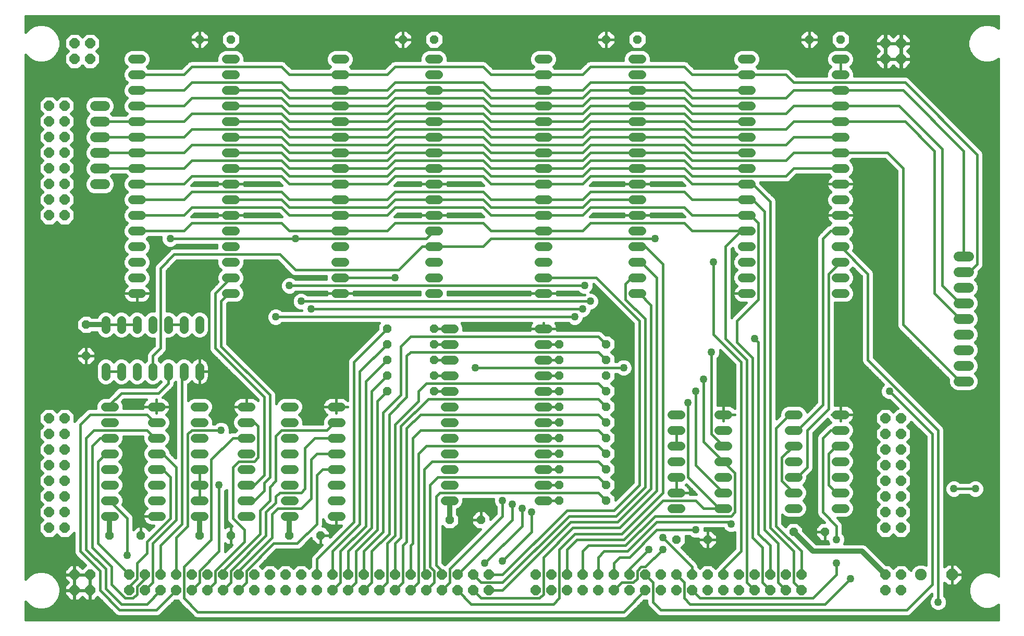
<source format=gbl>
G75*
%MOIN*%
%OFA0B0*%
%FSLAX24Y24*%
%IPPOS*%
%LPD*%
%AMOC8*
5,1,8,0,0,1.08239X$1,22.5*
%
%ADD10C,0.0560*%
%ADD11OC8,0.0640*%
%ADD12OC8,0.0560*%
%ADD13C,0.0750*%
%ADD14OC8,0.0750*%
%ADD15C,0.0640*%
%ADD16C,0.0160*%
%ADD17C,0.0320*%
%ADD18C,0.0500*%
D10*
X009360Y010890D02*
X009920Y010890D01*
X009920Y011890D02*
X009360Y011890D01*
X009360Y012890D02*
X009920Y012890D01*
X009920Y013890D02*
X009360Y013890D01*
X009360Y014890D02*
X009920Y014890D01*
X009920Y015890D02*
X009360Y015890D01*
X009360Y016890D02*
X009920Y016890D01*
X009920Y017890D02*
X009360Y017890D01*
X012360Y017890D02*
X012920Y017890D01*
X012920Y016890D02*
X012360Y016890D01*
X012360Y015890D02*
X012920Y015890D01*
X012920Y014890D02*
X012360Y014890D01*
X012360Y013890D02*
X012920Y013890D01*
X012920Y012890D02*
X012360Y012890D01*
X012360Y011890D02*
X012920Y011890D01*
X012920Y010890D02*
X012360Y010890D01*
X015110Y010890D02*
X015670Y010890D01*
X015670Y011890D02*
X015110Y011890D01*
X015110Y012890D02*
X015670Y012890D01*
X015670Y013890D02*
X015110Y013890D01*
X015110Y014890D02*
X015670Y014890D01*
X015670Y015890D02*
X015110Y015890D01*
X015110Y016890D02*
X015670Y016890D01*
X015670Y017890D02*
X015110Y017890D01*
X018110Y017890D02*
X018670Y017890D01*
X018670Y016890D02*
X018110Y016890D01*
X018110Y015890D02*
X018670Y015890D01*
X018670Y014890D02*
X018110Y014890D01*
X018110Y013890D02*
X018670Y013890D01*
X018670Y012890D02*
X018110Y012890D01*
X018110Y011890D02*
X018670Y011890D01*
X018670Y010890D02*
X018110Y010890D01*
X020860Y010890D02*
X021420Y010890D01*
X021420Y011890D02*
X020860Y011890D01*
X020860Y012890D02*
X021420Y012890D01*
X021420Y013890D02*
X020860Y013890D01*
X020860Y014890D02*
X021420Y014890D01*
X021420Y015890D02*
X020860Y015890D01*
X020860Y016890D02*
X021420Y016890D01*
X021420Y017890D02*
X020860Y017890D01*
X023860Y017890D02*
X024420Y017890D01*
X024420Y016890D02*
X023860Y016890D01*
X023860Y015890D02*
X024420Y015890D01*
X024420Y014890D02*
X023860Y014890D01*
X023860Y013890D02*
X024420Y013890D01*
X024420Y012890D02*
X023860Y012890D01*
X023860Y011890D02*
X024420Y011890D01*
X024420Y010890D02*
X023860Y010890D01*
X031110Y011890D02*
X031670Y011890D01*
X031670Y012890D02*
X031110Y012890D01*
X031110Y013890D02*
X031670Y013890D01*
X031670Y014890D02*
X031110Y014890D01*
X031110Y015890D02*
X031670Y015890D01*
X031670Y016890D02*
X031110Y016890D01*
X031110Y017890D02*
X031670Y017890D01*
X031670Y018890D02*
X031110Y018890D01*
X031110Y019890D02*
X031670Y019890D01*
X031670Y020890D02*
X031110Y020890D01*
X031110Y021890D02*
X031670Y021890D01*
X031670Y022890D02*
X031110Y022890D01*
X030670Y025140D02*
X030110Y025140D01*
X030110Y026140D02*
X030670Y026140D01*
X030670Y027140D02*
X030110Y027140D01*
X030110Y028140D02*
X030670Y028140D01*
X030670Y029140D02*
X030110Y029140D01*
X030110Y030140D02*
X030670Y030140D01*
X030670Y031140D02*
X030110Y031140D01*
X030110Y032140D02*
X030670Y032140D01*
X030670Y033140D02*
X030110Y033140D01*
X030110Y034140D02*
X030670Y034140D01*
X030670Y035140D02*
X030110Y035140D01*
X030110Y036140D02*
X030670Y036140D01*
X030670Y037140D02*
X030110Y037140D01*
X030110Y038140D02*
X030670Y038140D01*
X030670Y039140D02*
X030110Y039140D01*
X030110Y040140D02*
X030670Y040140D01*
X024670Y040140D02*
X024110Y040140D01*
X024110Y039140D02*
X024670Y039140D01*
X024670Y038140D02*
X024110Y038140D01*
X024110Y037140D02*
X024670Y037140D01*
X024670Y036140D02*
X024110Y036140D01*
X024110Y035140D02*
X024670Y035140D01*
X024670Y034140D02*
X024110Y034140D01*
X024110Y033140D02*
X024670Y033140D01*
X024670Y032140D02*
X024110Y032140D01*
X024110Y031140D02*
X024670Y031140D01*
X024670Y030140D02*
X024110Y030140D01*
X024110Y029140D02*
X024670Y029140D01*
X024670Y028140D02*
X024110Y028140D01*
X024110Y027140D02*
X024670Y027140D01*
X024670Y026140D02*
X024110Y026140D01*
X024110Y025140D02*
X024670Y025140D01*
X017670Y025140D02*
X017110Y025140D01*
X017110Y026140D02*
X017670Y026140D01*
X017670Y027140D02*
X017110Y027140D01*
X017110Y028140D02*
X017670Y028140D01*
X017670Y029140D02*
X017110Y029140D01*
X017110Y030140D02*
X017670Y030140D01*
X017670Y031140D02*
X017110Y031140D01*
X017110Y032140D02*
X017670Y032140D01*
X017670Y033140D02*
X017110Y033140D01*
X017110Y034140D02*
X017670Y034140D01*
X017670Y035140D02*
X017110Y035140D01*
X017110Y036140D02*
X017670Y036140D01*
X017670Y037140D02*
X017110Y037140D01*
X017110Y038140D02*
X017670Y038140D01*
X017670Y039140D02*
X017110Y039140D01*
X017110Y040140D02*
X017670Y040140D01*
X011670Y040140D02*
X011110Y040140D01*
X011110Y039140D02*
X011670Y039140D01*
X011670Y038140D02*
X011110Y038140D01*
X011110Y037140D02*
X011670Y037140D01*
X011670Y036140D02*
X011110Y036140D01*
X011110Y035140D02*
X011670Y035140D01*
X011670Y034140D02*
X011110Y034140D01*
X011110Y033140D02*
X011670Y033140D01*
X011670Y032140D02*
X011110Y032140D01*
X011110Y031140D02*
X011670Y031140D01*
X011670Y030140D02*
X011110Y030140D01*
X011110Y029140D02*
X011670Y029140D01*
X011670Y028140D02*
X011110Y028140D01*
X011110Y027140D02*
X011670Y027140D01*
X011670Y026140D02*
X011110Y026140D01*
X011110Y025140D02*
X011670Y025140D01*
X011390Y023420D02*
X011390Y022860D01*
X012390Y022860D02*
X012390Y023420D01*
X013390Y023420D02*
X013390Y022860D01*
X014390Y022860D02*
X014390Y023420D01*
X015390Y023420D02*
X015390Y022860D01*
X015390Y020420D02*
X015390Y019860D01*
X014390Y019860D02*
X014390Y020420D01*
X013390Y020420D02*
X013390Y019860D01*
X012390Y019860D02*
X012390Y020420D01*
X011390Y020420D02*
X011390Y019860D01*
X010390Y019860D02*
X010390Y020420D01*
X009390Y020420D02*
X009390Y019860D01*
X009390Y022860D02*
X009390Y023420D01*
X010390Y023420D02*
X010390Y022860D01*
X037110Y022890D02*
X037670Y022890D01*
X037670Y021890D02*
X037110Y021890D01*
X037110Y020890D02*
X037670Y020890D01*
X037670Y019890D02*
X037110Y019890D01*
X037110Y018890D02*
X037670Y018890D01*
X037670Y017890D02*
X037110Y017890D01*
X037110Y016890D02*
X037670Y016890D01*
X037670Y015890D02*
X037110Y015890D01*
X037110Y014890D02*
X037670Y014890D01*
X037670Y013890D02*
X037110Y013890D01*
X037110Y012890D02*
X037670Y012890D01*
X037670Y011890D02*
X037110Y011890D01*
X045610Y011390D02*
X046170Y011390D01*
X046170Y012390D02*
X045610Y012390D01*
X045610Y013390D02*
X046170Y013390D01*
X046170Y014390D02*
X045610Y014390D01*
X045610Y015390D02*
X046170Y015390D01*
X046170Y016390D02*
X045610Y016390D01*
X045610Y017390D02*
X046170Y017390D01*
X048610Y017390D02*
X049170Y017390D01*
X049170Y016390D02*
X048610Y016390D01*
X048610Y015390D02*
X049170Y015390D01*
X049170Y014390D02*
X048610Y014390D01*
X048610Y013390D02*
X049170Y013390D01*
X049170Y012390D02*
X048610Y012390D01*
X048610Y011390D02*
X049170Y011390D01*
X053110Y011390D02*
X053670Y011390D01*
X053670Y012390D02*
X053110Y012390D01*
X053110Y013390D02*
X053670Y013390D01*
X053670Y014390D02*
X053110Y014390D01*
X053110Y015390D02*
X053670Y015390D01*
X053670Y016390D02*
X053110Y016390D01*
X053110Y017390D02*
X053670Y017390D01*
X056110Y017390D02*
X056670Y017390D01*
X056670Y016390D02*
X056110Y016390D01*
X056110Y015390D02*
X056670Y015390D01*
X056670Y014390D02*
X056110Y014390D01*
X056110Y013390D02*
X056670Y013390D01*
X056670Y012390D02*
X056110Y012390D01*
X056110Y011390D02*
X056670Y011390D01*
X056670Y025140D02*
X056110Y025140D01*
X056110Y026140D02*
X056670Y026140D01*
X056670Y027140D02*
X056110Y027140D01*
X056110Y028140D02*
X056670Y028140D01*
X056670Y029140D02*
X056110Y029140D01*
X056110Y030140D02*
X056670Y030140D01*
X056670Y031140D02*
X056110Y031140D01*
X056110Y032140D02*
X056670Y032140D01*
X056670Y033140D02*
X056110Y033140D01*
X056110Y034140D02*
X056670Y034140D01*
X056670Y035140D02*
X056110Y035140D01*
X056110Y036140D02*
X056670Y036140D01*
X056670Y037140D02*
X056110Y037140D01*
X056110Y038140D02*
X056670Y038140D01*
X056670Y039140D02*
X056110Y039140D01*
X056110Y040140D02*
X056670Y040140D01*
X050670Y040140D02*
X050110Y040140D01*
X050110Y039140D02*
X050670Y039140D01*
X050670Y038140D02*
X050110Y038140D01*
X050110Y037140D02*
X050670Y037140D01*
X050670Y036140D02*
X050110Y036140D01*
X050110Y035140D02*
X050670Y035140D01*
X050670Y034140D02*
X050110Y034140D01*
X050110Y033140D02*
X050670Y033140D01*
X050670Y032140D02*
X050110Y032140D01*
X050110Y031140D02*
X050670Y031140D01*
X050670Y030140D02*
X050110Y030140D01*
X050110Y029140D02*
X050670Y029140D01*
X050670Y028140D02*
X050110Y028140D01*
X050110Y027140D02*
X050670Y027140D01*
X050670Y026140D02*
X050110Y026140D01*
X050110Y025140D02*
X050670Y025140D01*
X043670Y025140D02*
X043110Y025140D01*
X043110Y026140D02*
X043670Y026140D01*
X043670Y027140D02*
X043110Y027140D01*
X043110Y028140D02*
X043670Y028140D01*
X043670Y029140D02*
X043110Y029140D01*
X043110Y030140D02*
X043670Y030140D01*
X043670Y031140D02*
X043110Y031140D01*
X043110Y032140D02*
X043670Y032140D01*
X043670Y033140D02*
X043110Y033140D01*
X043110Y034140D02*
X043670Y034140D01*
X043670Y035140D02*
X043110Y035140D01*
X043110Y036140D02*
X043670Y036140D01*
X043670Y037140D02*
X043110Y037140D01*
X043110Y038140D02*
X043670Y038140D01*
X043670Y039140D02*
X043110Y039140D01*
X043110Y040140D02*
X043670Y040140D01*
X037670Y040140D02*
X037110Y040140D01*
X037110Y039140D02*
X037670Y039140D01*
X037670Y038140D02*
X037110Y038140D01*
X037110Y037140D02*
X037670Y037140D01*
X037670Y036140D02*
X037110Y036140D01*
X037110Y035140D02*
X037670Y035140D01*
X037670Y034140D02*
X037110Y034140D01*
X037110Y033140D02*
X037670Y033140D01*
X037670Y032140D02*
X037110Y032140D01*
X037110Y031140D02*
X037670Y031140D01*
X037670Y030140D02*
X037110Y030140D01*
X037110Y029140D02*
X037670Y029140D01*
X037670Y028140D02*
X037110Y028140D01*
X037110Y027140D02*
X037670Y027140D01*
X037670Y026140D02*
X037110Y026140D01*
X037110Y025140D02*
X037670Y025140D01*
D11*
X059265Y017140D03*
X060265Y017140D03*
X060265Y016140D03*
X059265Y016140D03*
X059265Y015140D03*
X060265Y015140D03*
X060265Y014140D03*
X059265Y014140D03*
X059265Y013140D03*
X060265Y013140D03*
X060265Y012140D03*
X059265Y012140D03*
X059265Y011140D03*
X060265Y011140D03*
X060265Y010140D03*
X059265Y010140D03*
X059265Y007140D03*
X060265Y007140D03*
X060265Y006140D03*
X059265Y006140D03*
X053890Y006140D03*
X053890Y007140D03*
X052890Y007140D03*
X051890Y007140D03*
X051890Y006140D03*
X052890Y006140D03*
X050890Y006140D03*
X049890Y006140D03*
X049890Y007140D03*
X050890Y007140D03*
X048890Y007140D03*
X047890Y007140D03*
X046890Y007140D03*
X046890Y006140D03*
X047890Y006140D03*
X048890Y006140D03*
X045890Y006140D03*
X044890Y006140D03*
X044890Y007140D03*
X045890Y007140D03*
X043890Y007140D03*
X042890Y007140D03*
X041890Y007140D03*
X041890Y006140D03*
X042890Y006140D03*
X043890Y006140D03*
X040890Y006140D03*
X039890Y006140D03*
X039890Y007140D03*
X040890Y007140D03*
X038890Y007140D03*
X037890Y007140D03*
X036890Y007140D03*
X036890Y006140D03*
X037890Y006140D03*
X038890Y006140D03*
X033890Y006140D03*
X032890Y006140D03*
X032890Y007140D03*
X033890Y007140D03*
X031890Y007140D03*
X030890Y007140D03*
X029890Y007140D03*
X029890Y006140D03*
X030890Y006140D03*
X031890Y006140D03*
X028890Y006140D03*
X027890Y006140D03*
X027890Y007140D03*
X028890Y007140D03*
X026890Y007140D03*
X025890Y007140D03*
X024890Y007140D03*
X024890Y006140D03*
X025890Y006140D03*
X026890Y006140D03*
X023890Y006140D03*
X022890Y006140D03*
X022890Y007140D03*
X023890Y007140D03*
X021890Y007140D03*
X020890Y007140D03*
X019890Y007140D03*
X019890Y006140D03*
X020890Y006140D03*
X021890Y006140D03*
X018890Y006140D03*
X017890Y006140D03*
X017890Y007140D03*
X018890Y007140D03*
X016890Y007140D03*
X015890Y007140D03*
X015890Y006140D03*
X016890Y006140D03*
X014890Y006140D03*
X013890Y006140D03*
X012890Y006140D03*
X012890Y007140D03*
X013890Y007140D03*
X014890Y007140D03*
X011890Y007140D03*
X010890Y007140D03*
X010890Y006140D03*
X011890Y006140D03*
X008390Y006140D03*
X007390Y006140D03*
X007390Y007140D03*
X008390Y007140D03*
X006765Y010140D03*
X005765Y010140D03*
X005765Y011140D03*
X006765Y011140D03*
X006765Y012140D03*
X005765Y012140D03*
X005765Y013140D03*
X006765Y013140D03*
X006765Y014140D03*
X005765Y014140D03*
X005765Y015140D03*
X006765Y015140D03*
X006765Y016140D03*
X005765Y016140D03*
X005765Y017140D03*
X006765Y017140D03*
X006765Y030140D03*
X005765Y030140D03*
X005765Y031140D03*
X006765Y031140D03*
X006765Y032140D03*
X005765Y032140D03*
X005765Y033140D03*
X006765Y033140D03*
X006765Y034140D03*
X005765Y034140D03*
X005765Y035140D03*
X006765Y035140D03*
X006765Y036140D03*
X005765Y036140D03*
X005765Y037140D03*
X006765Y037140D03*
X007390Y040140D03*
X008390Y040140D03*
X008390Y041140D03*
X007390Y041140D03*
X059265Y041140D03*
X060265Y041140D03*
X060265Y040140D03*
X059265Y040140D03*
D12*
X056390Y041390D03*
X054390Y041390D03*
X043390Y041390D03*
X041390Y041390D03*
X030390Y041390D03*
X028390Y041390D03*
X017390Y041390D03*
X015390Y041390D03*
X008140Y023140D03*
X008140Y021140D03*
X009640Y009640D03*
X011640Y009640D03*
X015390Y009640D03*
X017390Y009640D03*
X021140Y009640D03*
X023140Y009640D03*
X031390Y010640D03*
X033390Y010640D03*
X038390Y011890D03*
X038390Y012890D03*
X038390Y013890D03*
X038390Y014890D03*
X038390Y015890D03*
X038390Y016890D03*
X038390Y017890D03*
X038390Y018890D03*
X038390Y019890D03*
X038390Y020890D03*
X038390Y021890D03*
X041390Y021890D03*
X041390Y020890D03*
X041390Y019890D03*
X041390Y018890D03*
X041390Y017890D03*
X041390Y016890D03*
X041390Y015890D03*
X041390Y014890D03*
X041390Y013890D03*
X041390Y012890D03*
X041390Y011890D03*
X045890Y009390D03*
X047890Y009390D03*
X053390Y009890D03*
X055390Y009890D03*
X030390Y018890D03*
X030390Y019890D03*
X030390Y020890D03*
X030390Y021890D03*
X030390Y022890D03*
X027390Y022890D03*
X027390Y021890D03*
X027390Y020890D03*
X027390Y019890D03*
X027390Y018890D03*
D13*
X061515Y007140D03*
D14*
X063515Y007140D03*
D15*
X063945Y019515D02*
X064585Y019515D01*
X064585Y020515D02*
X063945Y020515D01*
X063945Y021515D02*
X064585Y021515D01*
X064585Y022515D02*
X063945Y022515D01*
X063945Y023515D02*
X064585Y023515D01*
X064585Y024515D02*
X063945Y024515D01*
X063945Y025515D02*
X064585Y025515D01*
X064585Y026515D02*
X063945Y026515D01*
X063945Y027515D02*
X064585Y027515D01*
X009335Y032140D02*
X008695Y032140D01*
X008695Y033140D02*
X009335Y033140D01*
X009335Y034140D02*
X008695Y034140D01*
X008695Y035140D02*
X009335Y035140D01*
X009335Y036140D02*
X008695Y036140D01*
X008695Y037140D02*
X009335Y037140D01*
D16*
X004270Y005423D02*
X004270Y004270D01*
X066502Y004270D01*
X066502Y005222D01*
X066483Y005204D01*
X066217Y005050D01*
X065919Y004970D01*
X065611Y004970D01*
X065313Y005050D01*
X065047Y005204D01*
X064829Y005422D01*
X064675Y005688D01*
X064595Y005986D01*
X064595Y006294D01*
X064675Y006592D01*
X064829Y006858D01*
X065047Y007076D01*
X065313Y007230D01*
X065611Y007310D01*
X065919Y007310D01*
X066217Y007230D01*
X066483Y007076D01*
X066502Y007058D01*
X066502Y040157D01*
X066236Y040003D01*
X065926Y039920D01*
X065604Y039920D01*
X065294Y040003D01*
X065016Y040164D01*
X064789Y040391D01*
X064628Y040669D01*
X064545Y040979D01*
X060905Y040979D01*
X060905Y040875D02*
X060905Y041120D01*
X060285Y041120D01*
X060285Y041160D01*
X060905Y041160D01*
X060905Y041405D01*
X060530Y041780D01*
X060285Y041780D01*
X060285Y041160D01*
X060245Y041160D01*
X060245Y041780D01*
X060000Y041780D01*
X059765Y041545D01*
X059530Y041780D01*
X059285Y041780D01*
X059285Y041160D01*
X059245Y041160D01*
X059245Y041780D01*
X059000Y041780D01*
X058625Y041405D01*
X058625Y041160D01*
X059245Y041160D01*
X059245Y041120D01*
X058625Y041120D01*
X058625Y040875D01*
X058860Y040640D01*
X058625Y040405D01*
X058625Y040160D01*
X059245Y040160D01*
X059245Y041120D01*
X059285Y041120D01*
X059285Y041160D01*
X060245Y041160D01*
X060245Y041120D01*
X060285Y041120D01*
X060285Y040500D01*
X060285Y040160D01*
X060905Y040160D01*
X060905Y040405D01*
X060670Y040640D01*
X060905Y040875D01*
X060851Y040821D02*
X064588Y040821D01*
X064545Y040979D02*
X064545Y041301D01*
X064628Y041611D01*
X064789Y041889D01*
X065016Y042116D01*
X065294Y042277D01*
X065604Y042360D01*
X065926Y042360D01*
X066236Y042277D01*
X066502Y042123D01*
X066502Y042880D01*
X004270Y042880D01*
X004270Y041857D01*
X004289Y041889D01*
X004516Y042116D01*
X004794Y042277D01*
X005104Y042360D01*
X005426Y042360D01*
X005736Y042277D01*
X006014Y042116D01*
X006241Y041889D01*
X006402Y041611D01*
X006485Y041301D01*
X006485Y040979D01*
X006750Y040979D01*
X006750Y040875D02*
X006985Y040640D01*
X006750Y040405D01*
X006750Y039875D01*
X007125Y039500D01*
X007655Y039500D01*
X007890Y039735D01*
X008125Y039500D01*
X008655Y039500D01*
X009030Y039875D01*
X009030Y040405D01*
X008795Y040640D01*
X009030Y040875D01*
X009030Y041405D01*
X008655Y041780D01*
X008125Y041780D01*
X007890Y041545D01*
X007655Y041780D01*
X007125Y041780D01*
X006750Y041405D01*
X006750Y040875D01*
X006804Y040821D02*
X006442Y040821D01*
X006402Y040669D02*
X006485Y040979D01*
X006485Y041138D02*
X006750Y041138D01*
X006750Y041296D02*
X006485Y041296D01*
X006444Y041455D02*
X006799Y041455D01*
X006958Y041613D02*
X006401Y041613D01*
X006309Y041772D02*
X007116Y041772D01*
X007664Y041772D02*
X008116Y041772D01*
X007958Y041613D02*
X007822Y041613D01*
X008664Y041772D02*
X014923Y041772D01*
X014790Y041639D02*
X014790Y041390D01*
X015390Y041390D01*
X015990Y041390D01*
X015990Y041639D01*
X015639Y041990D01*
X015390Y041990D01*
X015390Y041390D01*
X015390Y041390D01*
X015390Y041390D01*
X015990Y041390D01*
X015990Y041141D01*
X015639Y040790D01*
X015390Y040790D01*
X015390Y041390D01*
X015390Y041390D01*
X015390Y041390D01*
X015390Y041990D01*
X015141Y041990D01*
X014790Y041639D01*
X014790Y041613D02*
X008822Y041613D01*
X008981Y041455D02*
X014790Y041455D01*
X014790Y041390D02*
X014790Y041141D01*
X015141Y040790D01*
X015390Y040790D01*
X015390Y041390D01*
X014790Y041390D01*
X014790Y041296D02*
X009030Y041296D01*
X009030Y041138D02*
X014794Y041138D01*
X014952Y040979D02*
X009030Y040979D01*
X008976Y040821D02*
X015111Y040821D01*
X015390Y040821D02*
X015390Y040821D01*
X015390Y040979D02*
X015390Y040979D01*
X015390Y041138D02*
X015390Y041138D01*
X015390Y041296D02*
X015390Y041296D01*
X015390Y041455D02*
X015390Y041455D01*
X015390Y041613D02*
X015390Y041613D01*
X015390Y041772D02*
X015390Y041772D01*
X015390Y041930D02*
X015390Y041930D01*
X015698Y041930D02*
X017082Y041930D01*
X017141Y041990D02*
X016790Y041639D01*
X016790Y041141D01*
X017141Y040790D01*
X017639Y040790D01*
X017990Y041141D01*
X017990Y041639D01*
X017639Y041990D01*
X017141Y041990D01*
X016923Y041772D02*
X015857Y041772D01*
X015990Y041613D02*
X016790Y041613D01*
X016790Y041455D02*
X015990Y041455D01*
X015990Y041296D02*
X016790Y041296D01*
X016794Y041138D02*
X015986Y041138D01*
X015828Y040979D02*
X016952Y040979D01*
X017111Y040821D02*
X015669Y040821D01*
X016601Y040480D02*
X016510Y040259D01*
X016510Y040040D01*
X014810Y040040D01*
X014663Y039979D01*
X014224Y039540D01*
X012119Y039540D01*
X012019Y039640D01*
X012179Y039800D01*
X012270Y040021D01*
X012270Y040259D01*
X012179Y040480D01*
X012010Y040649D01*
X011789Y040740D01*
X010991Y040740D01*
X010770Y040649D01*
X010601Y040480D01*
X010510Y040259D01*
X010510Y040021D01*
X010601Y039800D01*
X010761Y039640D01*
X010601Y039480D01*
X010510Y039259D01*
X010510Y039021D01*
X010601Y038800D01*
X010761Y038640D01*
X010601Y038480D01*
X010510Y038259D01*
X010510Y038021D01*
X010601Y037800D01*
X010761Y037640D01*
X010601Y037480D01*
X010510Y037259D01*
X010510Y037021D01*
X010601Y036800D01*
X010761Y036640D01*
X010661Y036540D01*
X009840Y036540D01*
X009740Y036640D01*
X009878Y036777D01*
X009975Y037013D01*
X009975Y037267D01*
X009878Y037503D01*
X009698Y037683D01*
X009462Y037780D01*
X008568Y037780D01*
X008332Y037683D01*
X008152Y037503D01*
X008055Y037267D01*
X008055Y037013D01*
X008152Y036777D01*
X008290Y036640D01*
X008152Y036503D01*
X008055Y036267D01*
X008055Y036013D01*
X008152Y035777D01*
X008290Y035640D01*
X008152Y035503D01*
X008055Y035267D01*
X008055Y035013D01*
X008152Y034777D01*
X008290Y034640D01*
X008152Y034503D01*
X008055Y034267D01*
X008055Y034013D01*
X008152Y033777D01*
X008290Y033640D01*
X008152Y033503D01*
X008055Y033267D01*
X008055Y033013D01*
X008152Y032777D01*
X008290Y032640D01*
X008152Y032503D01*
X008055Y032267D01*
X008055Y032013D01*
X008152Y031777D01*
X008332Y031597D01*
X008568Y031500D01*
X009462Y031500D01*
X009698Y031597D01*
X009878Y031777D01*
X009975Y032013D01*
X009975Y032267D01*
X009878Y032503D01*
X009740Y032640D01*
X009840Y032740D01*
X010661Y032740D01*
X010761Y032640D01*
X010601Y032480D01*
X010510Y032259D01*
X010510Y032021D01*
X010601Y031800D01*
X010761Y031640D01*
X010601Y031480D01*
X010510Y031259D01*
X010510Y031021D01*
X010601Y030800D01*
X010761Y030640D01*
X010601Y030480D01*
X010510Y030259D01*
X010510Y030021D01*
X010601Y029800D01*
X010761Y029640D01*
X010601Y029480D01*
X010510Y029259D01*
X010510Y029021D01*
X010601Y028800D01*
X010761Y028640D01*
X010601Y028480D01*
X010510Y028259D01*
X010510Y028021D01*
X010601Y027800D01*
X010761Y027640D01*
X010601Y027480D01*
X010510Y027259D01*
X010510Y027021D01*
X010601Y026800D01*
X010761Y026640D01*
X010601Y026480D01*
X010510Y026259D01*
X010510Y026021D01*
X010601Y025800D01*
X010768Y025633D01*
X010719Y025598D01*
X010652Y025531D01*
X010597Y025454D01*
X010554Y025370D01*
X010525Y025280D01*
X010510Y025187D01*
X010510Y025140D01*
X011390Y025140D01*
X012270Y025140D01*
X012270Y025187D01*
X012255Y025280D01*
X012226Y025370D01*
X012183Y025454D01*
X012128Y025531D01*
X012061Y025598D01*
X012012Y025633D01*
X012179Y025800D01*
X012270Y026021D01*
X012270Y026259D01*
X012179Y026480D01*
X012019Y026640D01*
X012179Y026800D01*
X012270Y027021D01*
X012270Y027259D01*
X012179Y027480D01*
X012019Y027640D01*
X012179Y027800D01*
X012270Y028021D01*
X012270Y028259D01*
X012179Y028480D01*
X012019Y028640D01*
X012119Y028740D01*
X012945Y028740D01*
X012945Y028527D01*
X013032Y028317D01*
X013192Y028157D01*
X013402Y028070D01*
X013628Y028070D01*
X013838Y028157D01*
X013921Y028240D01*
X016510Y028240D01*
X016510Y028040D01*
X013685Y028040D01*
X013538Y027979D01*
X013426Y027867D01*
X012551Y026992D01*
X012490Y026845D01*
X012490Y024020D01*
X012271Y024020D01*
X012050Y023929D01*
X011890Y023769D01*
X011730Y023929D01*
X011509Y024020D01*
X011271Y024020D01*
X011050Y023929D01*
X010890Y023769D01*
X010730Y023929D01*
X010509Y024020D01*
X010271Y024020D01*
X010050Y023929D01*
X009890Y023769D01*
X009730Y023929D01*
X009509Y024020D01*
X009271Y024020D01*
X009050Y023929D01*
X008881Y023760D01*
X008823Y023620D01*
X008509Y023620D01*
X008389Y023740D01*
X007891Y023740D01*
X007540Y023389D01*
X007540Y022891D01*
X007891Y022540D01*
X008389Y022540D01*
X008509Y022660D01*
X008823Y022660D01*
X008881Y022520D01*
X009050Y022351D01*
X009271Y022260D01*
X009509Y022260D01*
X009730Y022351D01*
X009890Y022511D01*
X010050Y022351D01*
X010271Y022260D01*
X010509Y022260D01*
X010730Y022351D01*
X010890Y022511D01*
X011050Y022351D01*
X011271Y022260D01*
X011509Y022260D01*
X011730Y022351D01*
X011890Y022511D01*
X012050Y022351D01*
X012271Y022260D01*
X012490Y022260D01*
X012490Y021806D01*
X012163Y021479D01*
X012051Y021367D01*
X011990Y021220D01*
X011990Y020869D01*
X011890Y020769D01*
X011730Y020929D01*
X011509Y021020D01*
X011271Y021020D01*
X011050Y020929D01*
X010890Y020769D01*
X010730Y020929D01*
X010509Y021020D01*
X010271Y021020D01*
X010050Y020929D01*
X009890Y020769D01*
X009730Y020929D01*
X009509Y021020D01*
X009271Y021020D01*
X009050Y020929D01*
X008881Y020760D01*
X008790Y020539D01*
X008790Y019741D01*
X008881Y019520D01*
X009050Y019351D01*
X009271Y019260D01*
X009509Y019260D01*
X009730Y019351D01*
X009890Y019511D01*
X010050Y019351D01*
X010271Y019260D01*
X010509Y019260D01*
X010730Y019351D01*
X010890Y019511D01*
X011050Y019351D01*
X011271Y019260D01*
X011509Y019260D01*
X011730Y019351D01*
X011890Y019511D01*
X012050Y019351D01*
X012271Y019260D01*
X012509Y019260D01*
X012730Y019351D01*
X012890Y019511D01*
X012918Y019484D01*
X012599Y019165D01*
X010310Y019165D01*
X010163Y019104D01*
X009549Y018490D01*
X009241Y018490D01*
X009020Y018399D01*
X008851Y018230D01*
X008760Y018009D01*
X008760Y017790D01*
X008310Y017790D01*
X008163Y017729D01*
X008051Y017617D01*
X008051Y017617D01*
X007538Y017104D01*
X007426Y016992D01*
X007405Y016941D01*
X007405Y017405D01*
X007030Y017780D01*
X006500Y017780D01*
X006265Y017545D01*
X006030Y017780D01*
X005500Y017780D01*
X005125Y017405D01*
X005125Y016875D01*
X005360Y016640D01*
X005125Y016405D01*
X005125Y015875D01*
X005360Y015640D01*
X005125Y015405D01*
X005125Y014875D01*
X005360Y014640D01*
X005125Y014405D01*
X005125Y013875D01*
X005360Y013640D01*
X005125Y013405D01*
X005125Y012875D01*
X005360Y012640D01*
X005125Y012405D01*
X005125Y011875D01*
X005360Y011640D01*
X005125Y011405D01*
X005125Y010875D01*
X005360Y010640D01*
X005125Y010405D01*
X005125Y009875D01*
X005500Y009500D01*
X006030Y009500D01*
X006265Y009735D01*
X006500Y009500D01*
X007030Y009500D01*
X007365Y009835D01*
X007365Y008560D01*
X007426Y008413D01*
X007538Y008301D01*
X008092Y007747D01*
X007890Y007545D01*
X007655Y007780D01*
X007410Y007780D01*
X007410Y007160D01*
X007370Y007160D01*
X007370Y007780D01*
X007125Y007780D01*
X006750Y007405D01*
X006750Y007160D01*
X007370Y007160D01*
X007370Y007120D01*
X006750Y007120D01*
X006750Y006875D01*
X006985Y006640D01*
X006750Y006405D01*
X006750Y006160D01*
X007370Y006160D01*
X007370Y007120D01*
X007410Y007120D01*
X007410Y007160D01*
X008370Y007160D01*
X008370Y007120D01*
X007750Y007120D01*
X007410Y007120D01*
X007410Y006500D01*
X007410Y006160D01*
X007370Y006160D01*
X007370Y006120D01*
X007410Y006120D01*
X007410Y006160D01*
X008370Y006160D01*
X008370Y007120D01*
X008410Y007120D01*
X008410Y006500D01*
X008410Y006160D01*
X008370Y006160D01*
X008370Y006120D01*
X008410Y006120D01*
X008410Y005500D01*
X008655Y005500D01*
X008872Y005717D01*
X010038Y004551D01*
X010185Y004490D01*
X012720Y004490D01*
X012867Y004551D01*
X012979Y004663D01*
X013816Y005500D01*
X014015Y005500D01*
X014051Y005413D01*
X014163Y005301D01*
X014926Y004538D01*
X015038Y004426D01*
X015185Y004365D01*
X042595Y004365D01*
X042742Y004426D01*
X043816Y005500D01*
X043990Y005500D01*
X043990Y005310D01*
X044051Y005163D01*
X044551Y004663D01*
X044663Y004551D01*
X044810Y004490D01*
X060720Y004490D01*
X060867Y004551D01*
X062240Y005924D01*
X062240Y005796D01*
X062157Y005713D01*
X062070Y005503D01*
X062070Y005277D01*
X062157Y005067D01*
X062317Y004907D01*
X062527Y004820D01*
X062753Y004820D01*
X062963Y004907D01*
X063123Y005067D01*
X063210Y005277D01*
X063210Y005503D01*
X063123Y005713D01*
X063040Y005796D01*
X063040Y006632D01*
X063227Y006445D01*
X063515Y006445D01*
X063803Y006445D01*
X064210Y006852D01*
X064210Y007140D01*
X064210Y007428D01*
X063803Y007835D01*
X063515Y007835D01*
X063515Y007140D01*
X063515Y007140D01*
X064210Y007140D01*
X063515Y007140D01*
X063515Y007140D01*
X063515Y007835D01*
X063227Y007835D01*
X063040Y007648D01*
X063040Y016470D01*
X062979Y016617D01*
X062867Y016729D01*
X058540Y021056D01*
X058540Y026470D01*
X058479Y026617D01*
X058367Y026729D01*
X057213Y027883D01*
X057270Y028021D01*
X057270Y028259D01*
X057179Y028480D01*
X057019Y028640D01*
X057179Y028800D01*
X057270Y029021D01*
X057270Y029259D01*
X057179Y029480D01*
X057012Y029647D01*
X057061Y029682D01*
X057128Y029749D01*
X057183Y029826D01*
X057226Y029910D01*
X057255Y029999D01*
X057270Y030093D01*
X057270Y030140D01*
X057270Y030187D01*
X057255Y030280D01*
X057226Y030370D01*
X057183Y030454D01*
X057128Y030531D01*
X057061Y030598D01*
X057012Y030633D01*
X057179Y030800D01*
X057270Y031021D01*
X057270Y031259D01*
X057179Y031480D01*
X057012Y031647D01*
X057061Y031682D01*
X057128Y031749D01*
X057183Y031826D01*
X057226Y031910D01*
X057255Y031999D01*
X057270Y032093D01*
X057270Y032140D01*
X057270Y032187D01*
X057255Y032280D01*
X057226Y032370D01*
X057183Y032454D01*
X057128Y032531D01*
X057061Y032598D01*
X057012Y032633D01*
X057179Y032800D01*
X057270Y033021D01*
X057270Y033259D01*
X057179Y033480D01*
X057019Y033640D01*
X057119Y033740D01*
X059224Y033740D01*
X059990Y032974D01*
X059990Y023060D01*
X060051Y022913D01*
X060163Y022801D01*
X060163Y022801D01*
X063310Y019654D01*
X063305Y019642D01*
X063305Y019388D01*
X063402Y019152D01*
X063582Y018972D01*
X063818Y018875D01*
X064712Y018875D01*
X064948Y018972D01*
X065128Y019152D01*
X065225Y019388D01*
X065225Y019642D01*
X065128Y019878D01*
X064990Y020015D01*
X065128Y020152D01*
X065225Y020388D01*
X065225Y020642D01*
X065128Y020878D01*
X064990Y021015D01*
X065128Y021152D01*
X065225Y021388D01*
X065225Y021642D01*
X066502Y021642D01*
X066502Y021484D02*
X065225Y021484D01*
X065225Y021642D02*
X065128Y021878D01*
X064990Y022015D01*
X065128Y022152D01*
X065225Y022388D01*
X065225Y022642D01*
X065128Y022878D01*
X064990Y023015D01*
X065128Y023152D01*
X065225Y023388D01*
X065225Y023642D01*
X065128Y023878D01*
X064990Y024015D01*
X065128Y024152D01*
X065225Y024388D01*
X065225Y024642D01*
X065128Y024878D01*
X064990Y025015D01*
X065128Y025152D01*
X065225Y025388D01*
X065225Y025642D01*
X065128Y025878D01*
X064990Y026015D01*
X065128Y026152D01*
X065225Y026388D01*
X065225Y026534D01*
X065367Y026676D01*
X065479Y026788D01*
X065540Y026935D01*
X065540Y034095D01*
X065479Y034242D01*
X060854Y038867D01*
X060742Y038979D01*
X060595Y039040D01*
X057270Y039040D01*
X057270Y039259D01*
X057179Y039480D01*
X057019Y039640D01*
X057179Y039800D01*
X057270Y040021D01*
X057270Y040259D01*
X057179Y040480D01*
X057010Y040649D01*
X056789Y040740D01*
X055991Y040740D01*
X055770Y040649D01*
X055601Y040480D01*
X055510Y040259D01*
X055510Y040021D01*
X055601Y039800D01*
X055761Y039640D01*
X055601Y039480D01*
X055510Y039259D01*
X055510Y039040D01*
X053556Y039040D01*
X053229Y039367D01*
X053117Y039479D01*
X052970Y039540D01*
X051119Y039540D01*
X051019Y039640D01*
X051179Y039800D01*
X051270Y040021D01*
X051270Y040259D01*
X051179Y040480D01*
X051010Y040649D01*
X050789Y040740D01*
X049991Y040740D01*
X049770Y040649D01*
X049601Y040480D01*
X049510Y040259D01*
X049510Y040021D01*
X049601Y039800D01*
X049761Y039640D01*
X049661Y039540D01*
X047056Y039540D01*
X046729Y039867D01*
X046617Y039979D01*
X046470Y040040D01*
X044270Y040040D01*
X044270Y040259D01*
X044179Y040480D01*
X044010Y040649D01*
X043789Y040740D01*
X042991Y040740D01*
X042770Y040649D01*
X042601Y040480D01*
X042510Y040259D01*
X042510Y040040D01*
X040310Y040040D01*
X040163Y039979D01*
X039724Y039540D01*
X038119Y039540D01*
X038019Y039640D01*
X038179Y039800D01*
X038270Y040021D01*
X038270Y040259D01*
X038179Y040480D01*
X038010Y040649D01*
X037789Y040740D01*
X036991Y040740D01*
X036770Y040649D01*
X036601Y040480D01*
X036510Y040259D01*
X036510Y040021D01*
X036601Y039800D01*
X036761Y039640D01*
X036661Y039540D01*
X034181Y039540D01*
X033854Y039867D01*
X033742Y039979D01*
X033595Y040040D01*
X031270Y040040D01*
X031270Y040259D01*
X031179Y040480D01*
X031010Y040649D01*
X030789Y040740D01*
X029991Y040740D01*
X029770Y040649D01*
X029601Y040480D01*
X029510Y040259D01*
X029510Y040040D01*
X027810Y040040D01*
X027663Y039979D01*
X027224Y039540D01*
X025119Y039540D01*
X025019Y039640D01*
X025179Y039800D01*
X025270Y040021D01*
X025270Y040259D01*
X025179Y040480D01*
X025010Y040649D01*
X024789Y040740D01*
X023991Y040740D01*
X023770Y040649D01*
X023601Y040480D01*
X023510Y040259D01*
X023510Y040021D01*
X023601Y039800D01*
X023761Y039640D01*
X023661Y039540D01*
X021306Y039540D01*
X020979Y039867D01*
X020867Y039979D01*
X020720Y040040D01*
X018270Y040040D01*
X018270Y040259D01*
X018179Y040480D01*
X018010Y040649D01*
X017789Y040740D01*
X016991Y040740D01*
X016770Y040649D01*
X016601Y040480D01*
X016625Y040504D02*
X012155Y040504D01*
X012234Y040345D02*
X016546Y040345D01*
X016510Y040187D02*
X012270Y040187D01*
X012270Y040028D02*
X014782Y040028D01*
X014554Y039870D02*
X012207Y039870D01*
X012090Y039711D02*
X014395Y039711D01*
X014237Y039553D02*
X012106Y039553D01*
X011390Y039140D02*
X014390Y039140D01*
X014890Y039640D01*
X020640Y039640D01*
X021140Y039140D01*
X024390Y039140D01*
X027390Y039140D01*
X027890Y039640D01*
X033515Y039640D01*
X034015Y039140D01*
X037390Y039140D01*
X039890Y039140D01*
X040390Y039640D01*
X046390Y039640D01*
X046890Y039140D01*
X050390Y039140D01*
X052890Y039140D01*
X053390Y038640D01*
X060515Y038640D01*
X065140Y034015D01*
X065140Y027015D01*
X064640Y026515D01*
X064265Y026515D01*
X065055Y026080D02*
X066502Y026080D01*
X066502Y025922D02*
X065084Y025922D01*
X065175Y025763D02*
X066502Y025763D01*
X066502Y025605D02*
X065225Y025605D01*
X065225Y025446D02*
X066502Y025446D01*
X066502Y025288D02*
X065184Y025288D01*
X065104Y025129D02*
X066502Y025129D01*
X066502Y024971D02*
X065035Y024971D01*
X065155Y024812D02*
X066502Y024812D01*
X066502Y024654D02*
X065220Y024654D01*
X065225Y024495D02*
X066502Y024495D01*
X066502Y024337D02*
X065204Y024337D01*
X065138Y024178D02*
X066502Y024178D01*
X066502Y024020D02*
X064995Y024020D01*
X065134Y023861D02*
X066502Y023861D01*
X066502Y023703D02*
X065200Y023703D01*
X065225Y023544D02*
X066502Y023544D01*
X066502Y023386D02*
X065224Y023386D01*
X065158Y023227D02*
X066502Y023227D01*
X066502Y023069D02*
X065044Y023069D01*
X065095Y022910D02*
X066502Y022910D01*
X066502Y022752D02*
X065180Y022752D01*
X065225Y022593D02*
X066502Y022593D01*
X066502Y022435D02*
X065225Y022435D01*
X065179Y022276D02*
X066502Y022276D01*
X066502Y022118D02*
X065093Y022118D01*
X065046Y021959D02*
X066502Y021959D01*
X066502Y021801D02*
X065159Y021801D01*
X065199Y021325D02*
X066502Y021325D01*
X066502Y021167D02*
X065133Y021167D01*
X064997Y021008D02*
X066502Y021008D01*
X066502Y020850D02*
X065139Y020850D01*
X065205Y020691D02*
X066502Y020691D01*
X066502Y020533D02*
X065225Y020533D01*
X065219Y020374D02*
X066502Y020374D01*
X066502Y020216D02*
X065154Y020216D01*
X065032Y020057D02*
X066502Y020057D01*
X066502Y019899D02*
X065107Y019899D01*
X065185Y019740D02*
X066502Y019740D01*
X066502Y019582D02*
X065225Y019582D01*
X065225Y019423D02*
X066502Y019423D01*
X066502Y019265D02*
X065174Y019265D01*
X065081Y019106D02*
X066502Y019106D01*
X066502Y018948D02*
X064887Y018948D01*
X064265Y019515D02*
X064015Y019515D01*
X060390Y023140D01*
X060390Y033140D01*
X059390Y034140D01*
X056390Y034140D01*
X053390Y034140D01*
X052890Y033640D01*
X046890Y033640D01*
X046390Y034140D01*
X043390Y034140D01*
X040390Y034140D01*
X039890Y033640D01*
X034015Y033640D01*
X033515Y034140D01*
X030390Y034140D01*
X027890Y034140D01*
X027390Y033640D01*
X021140Y033640D01*
X020640Y034140D01*
X017390Y034140D01*
X017390Y033140D02*
X020640Y033140D01*
X021140Y032640D01*
X027390Y032640D01*
X027890Y033140D01*
X030390Y033140D01*
X033515Y033140D01*
X034015Y032640D01*
X039890Y032640D01*
X040390Y033140D01*
X043390Y033140D01*
X046390Y033140D01*
X046890Y032640D01*
X052890Y032640D01*
X053390Y033140D01*
X056390Y033140D01*
X055768Y032633D02*
X055719Y032598D01*
X055652Y032531D01*
X055597Y032454D01*
X055554Y032370D01*
X055525Y032280D01*
X055510Y032187D01*
X055510Y032140D01*
X056390Y032140D01*
X057270Y032140D01*
X056390Y032140D01*
X056390Y032140D01*
X056390Y032140D01*
X055510Y032140D01*
X055510Y032093D01*
X055525Y031999D01*
X055554Y031910D01*
X055597Y031826D01*
X055652Y031749D01*
X055719Y031682D01*
X055768Y031647D01*
X055601Y031480D01*
X055510Y031259D01*
X055510Y031021D01*
X055601Y030800D01*
X055768Y030633D01*
X055719Y030598D01*
X055652Y030531D01*
X055597Y030454D01*
X055554Y030370D01*
X055525Y030280D01*
X055510Y030187D01*
X055510Y030140D01*
X056390Y030140D01*
X057270Y030140D01*
X056390Y030140D01*
X056390Y030140D01*
X056390Y030140D01*
X055510Y030140D01*
X055510Y030093D01*
X055525Y029999D01*
X055554Y029910D01*
X055597Y029826D01*
X055652Y029749D01*
X055719Y029682D01*
X055768Y029647D01*
X055645Y029523D01*
X055538Y029479D01*
X055038Y028979D01*
X054926Y028867D01*
X054865Y028720D01*
X054865Y018181D01*
X054248Y017563D01*
X054179Y017730D01*
X054010Y017899D01*
X053789Y017990D01*
X052991Y017990D01*
X052770Y017899D01*
X052601Y017730D01*
X052510Y017509D01*
X052510Y017326D01*
X052290Y017106D01*
X052290Y031095D01*
X052229Y031242D01*
X051270Y032201D01*
X051270Y032240D01*
X052970Y032240D01*
X053117Y032301D01*
X053229Y032413D01*
X053556Y032740D01*
X055661Y032740D01*
X055768Y032633D01*
X055700Y032579D02*
X053394Y032579D01*
X053553Y032737D02*
X055664Y032737D01*
X055579Y032420D02*
X053236Y032420D01*
X053022Y032262D02*
X055522Y032262D01*
X055510Y032103D02*
X051368Y032103D01*
X051526Y031945D02*
X055543Y031945D01*
X055626Y031786D02*
X051685Y031786D01*
X051843Y031628D02*
X055749Y031628D01*
X055597Y031469D02*
X052002Y031469D01*
X052160Y031311D02*
X055531Y031311D01*
X055510Y031152D02*
X052266Y031152D01*
X052290Y030994D02*
X055521Y030994D01*
X055587Y030835D02*
X052290Y030835D01*
X052290Y030677D02*
X055725Y030677D01*
X055643Y030518D02*
X052290Y030518D01*
X052290Y030360D02*
X055550Y030360D01*
X055512Y030201D02*
X052290Y030201D01*
X052290Y030043D02*
X055518Y030043D01*
X055567Y029884D02*
X052290Y029884D01*
X052290Y029726D02*
X055676Y029726D01*
X055689Y029567D02*
X052290Y029567D01*
X052290Y029409D02*
X055468Y029409D01*
X055309Y029250D02*
X052290Y029250D01*
X052290Y029092D02*
X055151Y029092D01*
X055038Y028979D02*
X055038Y028979D01*
X054992Y028933D02*
X052290Y028933D01*
X052290Y028775D02*
X054888Y028775D01*
X054865Y028616D02*
X052290Y028616D01*
X052290Y028458D02*
X054865Y028458D01*
X054865Y028299D02*
X052290Y028299D01*
X052290Y028141D02*
X054865Y028141D01*
X054865Y027982D02*
X052290Y027982D01*
X052290Y027824D02*
X054865Y027824D01*
X054865Y027665D02*
X052290Y027665D01*
X052290Y027507D02*
X054865Y027507D01*
X054865Y027348D02*
X052290Y027348D01*
X052290Y027190D02*
X054865Y027190D01*
X054865Y027031D02*
X052290Y027031D01*
X052290Y026873D02*
X054865Y026873D01*
X054865Y026714D02*
X052290Y026714D01*
X052290Y026556D02*
X054865Y026556D01*
X054865Y026397D02*
X052290Y026397D01*
X052290Y026239D02*
X054865Y026239D01*
X054865Y026080D02*
X052290Y026080D01*
X052290Y025922D02*
X054865Y025922D01*
X054865Y025763D02*
X052290Y025763D01*
X052290Y025605D02*
X054865Y025605D01*
X054865Y025446D02*
X052290Y025446D01*
X052290Y025288D02*
X054865Y025288D01*
X054865Y025129D02*
X052290Y025129D01*
X052290Y024971D02*
X054865Y024971D01*
X054865Y024812D02*
X052290Y024812D01*
X052290Y024654D02*
X054865Y024654D01*
X054865Y024495D02*
X052290Y024495D01*
X052290Y024337D02*
X054865Y024337D01*
X054865Y024178D02*
X052290Y024178D01*
X052290Y024020D02*
X054865Y024020D01*
X054865Y023861D02*
X052290Y023861D01*
X052290Y023703D02*
X054865Y023703D01*
X054865Y023544D02*
X052290Y023544D01*
X052290Y023386D02*
X054865Y023386D01*
X054865Y023227D02*
X052290Y023227D01*
X052290Y023069D02*
X054865Y023069D01*
X054865Y022910D02*
X052290Y022910D01*
X052290Y022752D02*
X054865Y022752D01*
X054865Y022593D02*
X052290Y022593D01*
X052290Y022435D02*
X054865Y022435D01*
X054865Y022276D02*
X052290Y022276D01*
X052290Y022118D02*
X054865Y022118D01*
X054865Y021959D02*
X052290Y021959D01*
X052290Y021801D02*
X054865Y021801D01*
X054865Y021642D02*
X052290Y021642D01*
X052290Y021484D02*
X054865Y021484D01*
X054865Y021325D02*
X052290Y021325D01*
X052290Y021167D02*
X054865Y021167D01*
X054865Y021008D02*
X052290Y021008D01*
X052290Y020850D02*
X054865Y020850D01*
X054865Y020691D02*
X052290Y020691D01*
X052290Y020533D02*
X054865Y020533D01*
X054865Y020374D02*
X052290Y020374D01*
X052290Y020216D02*
X054865Y020216D01*
X054865Y020057D02*
X052290Y020057D01*
X052290Y019899D02*
X054865Y019899D01*
X054865Y019740D02*
X052290Y019740D01*
X052290Y019582D02*
X054865Y019582D01*
X054865Y019423D02*
X052290Y019423D01*
X052290Y019265D02*
X054865Y019265D01*
X054865Y019106D02*
X052290Y019106D01*
X052290Y018948D02*
X054865Y018948D01*
X054865Y018789D02*
X052290Y018789D01*
X052290Y018631D02*
X054865Y018631D01*
X054865Y018472D02*
X052290Y018472D01*
X052290Y018314D02*
X054865Y018314D01*
X054839Y018155D02*
X052290Y018155D01*
X052290Y017997D02*
X054681Y017997D01*
X054522Y017838D02*
X054071Y017838D01*
X054200Y017680D02*
X054364Y017680D01*
X055265Y018015D02*
X053640Y016390D01*
X053390Y016390D01*
X054265Y016390D02*
X054265Y014015D01*
X053640Y013390D01*
X053390Y013390D01*
X052640Y013140D02*
X052640Y014640D01*
X053390Y015390D01*
X054665Y015461D02*
X054865Y015461D01*
X054865Y015619D02*
X054665Y015619D01*
X054665Y015778D02*
X054865Y015778D01*
X054865Y015936D02*
X054665Y015936D01*
X054665Y016095D02*
X054917Y016095D01*
X054926Y016117D02*
X054865Y015970D01*
X054865Y011060D01*
X054926Y010913D01*
X055038Y010801D01*
X055349Y010490D01*
X055141Y010490D01*
X054790Y010139D01*
X054790Y009890D01*
X055390Y009890D01*
X055390Y009290D01*
X055570Y009290D01*
X055570Y009277D01*
X055635Y009120D01*
X054839Y009120D01*
X053990Y009969D01*
X053990Y010139D01*
X053639Y010490D01*
X053141Y010490D01*
X052874Y010222D01*
X052665Y010431D01*
X052665Y010986D01*
X052770Y010881D01*
X052991Y010790D01*
X053789Y010790D01*
X054010Y010881D01*
X054179Y011050D01*
X054270Y011271D01*
X054270Y011509D01*
X054179Y011730D01*
X054019Y011890D01*
X054179Y012050D01*
X054270Y012271D01*
X054270Y012509D01*
X054179Y012730D01*
X054019Y012890D01*
X054179Y013050D01*
X054270Y013271D01*
X054270Y013454D01*
X054604Y013788D01*
X054665Y013935D01*
X054665Y016224D01*
X055570Y017129D01*
X055597Y017076D01*
X055652Y016999D01*
X055719Y016932D01*
X055768Y016897D01*
X055645Y016773D01*
X055538Y016729D01*
X055426Y016617D01*
X055038Y016229D01*
X054926Y016117D01*
X055062Y016253D02*
X054694Y016253D01*
X054852Y016412D02*
X055221Y016412D01*
X055379Y016570D02*
X055011Y016570D01*
X055169Y016729D02*
X055538Y016729D01*
X055328Y016887D02*
X055758Y016887D01*
X055619Y017046D02*
X055486Y017046D01*
X055831Y017390D02*
X055831Y017390D01*
X056390Y017390D01*
X056390Y017390D01*
X056390Y017990D01*
X056717Y017990D01*
X056810Y017975D01*
X056900Y017946D01*
X056984Y017903D01*
X057061Y017848D01*
X057128Y017781D01*
X057183Y017704D01*
X057226Y017620D01*
X057255Y017530D01*
X057270Y017437D01*
X057270Y017390D01*
X056390Y017390D01*
X056390Y017390D01*
X056390Y016990D01*
X056390Y016990D01*
X056390Y017390D01*
X056390Y017390D01*
X056390Y017390D01*
X056390Y017990D01*
X056063Y017990D01*
X056040Y017986D01*
X056040Y024540D01*
X056789Y024540D01*
X057010Y024631D01*
X057179Y024800D01*
X057270Y025021D01*
X057270Y025259D01*
X057179Y025480D01*
X057019Y025640D01*
X057179Y025800D01*
X057270Y026021D01*
X057270Y026259D01*
X057179Y026480D01*
X057019Y026640D01*
X057171Y026793D01*
X057740Y026224D01*
X057740Y020810D01*
X057801Y020663D01*
X059142Y019323D01*
X059032Y019213D01*
X058945Y019003D01*
X058945Y018777D01*
X059032Y018567D01*
X059192Y018407D01*
X059402Y018320D01*
X059519Y018320D01*
X060059Y017780D01*
X060000Y017780D01*
X059765Y017545D01*
X059530Y017780D01*
X059000Y017780D01*
X058625Y017405D01*
X058625Y016875D01*
X058860Y016640D01*
X058625Y016405D01*
X058625Y015875D01*
X058860Y015640D01*
X058625Y015405D01*
X058625Y014875D01*
X058860Y014640D01*
X058625Y014405D01*
X058625Y013875D01*
X058860Y013640D01*
X058625Y013405D01*
X058625Y012875D01*
X058860Y012640D01*
X058625Y012405D01*
X058625Y011875D01*
X058860Y011640D01*
X058625Y011405D01*
X058625Y010875D01*
X058860Y010640D01*
X058625Y010405D01*
X058625Y009875D01*
X059000Y009500D01*
X059530Y009500D01*
X059765Y009735D01*
X060000Y009500D01*
X060530Y009500D01*
X060905Y009875D01*
X060905Y010405D01*
X060670Y010640D01*
X060905Y010875D01*
X060905Y011405D01*
X060670Y011640D01*
X060905Y011875D01*
X060905Y012405D01*
X060670Y012640D01*
X060905Y012875D01*
X060905Y013405D01*
X060670Y013640D01*
X060905Y013875D01*
X060905Y014405D01*
X060670Y014640D01*
X060905Y014875D01*
X060905Y015405D01*
X060670Y015640D01*
X060905Y015875D01*
X060905Y016405D01*
X060670Y016640D01*
X060905Y016875D01*
X060905Y016934D01*
X061865Y015974D01*
X061865Y007747D01*
X061653Y007835D01*
X061377Y007835D01*
X061121Y007729D01*
X060926Y007534D01*
X060882Y007428D01*
X060530Y007780D01*
X060000Y007780D01*
X059765Y007545D01*
X059530Y007780D01*
X059304Y007780D01*
X058172Y008912D01*
X058037Y009047D01*
X057860Y009120D01*
X056645Y009120D01*
X056710Y009277D01*
X056710Y009503D01*
X056623Y009713D01*
X056540Y009796D01*
X056540Y010345D01*
X056479Y010492D01*
X056181Y010790D01*
X056789Y010790D01*
X057010Y010881D01*
X057179Y011050D01*
X057270Y011271D01*
X057270Y011509D01*
X057179Y011730D01*
X057019Y011890D01*
X057179Y012050D01*
X057270Y012271D01*
X057270Y012509D01*
X057179Y012730D01*
X057019Y012890D01*
X057179Y013050D01*
X057270Y013271D01*
X057270Y013509D01*
X057179Y013730D01*
X057019Y013890D01*
X057179Y014050D01*
X057270Y014271D01*
X057270Y014509D01*
X057179Y014730D01*
X057019Y014890D01*
X057179Y015050D01*
X057270Y015271D01*
X057270Y015509D01*
X057179Y015730D01*
X057019Y015890D01*
X057179Y016050D01*
X057270Y016271D01*
X057270Y016509D01*
X057179Y016730D01*
X057012Y016897D01*
X057061Y016932D01*
X057128Y016999D01*
X057183Y017076D01*
X057226Y017160D01*
X057255Y017249D01*
X057270Y017343D01*
X057270Y017390D01*
X056390Y017390D01*
X055831Y017390D01*
X055640Y017765D02*
X054265Y016390D01*
X055265Y015890D02*
X055265Y011140D01*
X056140Y010265D01*
X056140Y009390D01*
X056672Y009596D02*
X058904Y009596D01*
X058745Y009755D02*
X056582Y009755D01*
X056540Y009913D02*
X058625Y009913D01*
X058625Y010072D02*
X056540Y010072D01*
X056540Y010230D02*
X058625Y010230D01*
X058625Y010389D02*
X056522Y010389D01*
X056424Y010547D02*
X058767Y010547D01*
X058794Y010706D02*
X056265Y010706D01*
X056968Y010864D02*
X058636Y010864D01*
X058625Y011023D02*
X057151Y011023D01*
X057233Y011181D02*
X058625Y011181D01*
X058625Y011340D02*
X057270Y011340D01*
X057270Y011498D02*
X058718Y011498D01*
X058843Y011657D02*
X057209Y011657D01*
X057094Y011815D02*
X058685Y011815D01*
X058625Y011974D02*
X057102Y011974D01*
X057213Y012132D02*
X058625Y012132D01*
X058625Y012291D02*
X057270Y012291D01*
X057270Y012449D02*
X058669Y012449D01*
X058827Y012608D02*
X057229Y012608D01*
X057143Y012766D02*
X058734Y012766D01*
X058625Y012925D02*
X057053Y012925D01*
X057192Y013083D02*
X058625Y013083D01*
X058625Y013242D02*
X057258Y013242D01*
X057270Y013400D02*
X058625Y013400D01*
X058778Y013559D02*
X057250Y013559D01*
X057184Y013717D02*
X058783Y013717D01*
X058625Y013876D02*
X057033Y013876D01*
X057163Y014034D02*
X058625Y014034D01*
X058625Y014193D02*
X057238Y014193D01*
X057270Y014351D02*
X058625Y014351D01*
X058729Y014510D02*
X057270Y014510D01*
X057204Y014668D02*
X058832Y014668D01*
X058673Y014827D02*
X057082Y014827D01*
X057114Y014985D02*
X058625Y014985D01*
X058625Y015144D02*
X057217Y015144D01*
X057270Y015302D02*
X058625Y015302D01*
X058680Y015461D02*
X057270Y015461D01*
X057225Y015619D02*
X058839Y015619D01*
X058722Y015778D02*
X057131Y015778D01*
X057065Y015936D02*
X058625Y015936D01*
X058625Y016095D02*
X057197Y016095D01*
X057263Y016253D02*
X058625Y016253D01*
X058631Y016412D02*
X057270Y016412D01*
X057245Y016570D02*
X058790Y016570D01*
X058771Y016729D02*
X057179Y016729D01*
X057022Y016887D02*
X058625Y016887D01*
X058625Y017046D02*
X057161Y017046D01*
X057240Y017204D02*
X058625Y017204D01*
X058625Y017363D02*
X057270Y017363D01*
X057257Y017521D02*
X058741Y017521D01*
X058899Y017680D02*
X057196Y017680D01*
X057071Y017838D02*
X060001Y017838D01*
X059899Y017680D02*
X059631Y017680D01*
X059843Y017997D02*
X056040Y017997D01*
X056040Y018155D02*
X059684Y018155D01*
X059526Y018314D02*
X056040Y018314D01*
X056040Y018472D02*
X059127Y018472D01*
X059006Y018631D02*
X056040Y018631D01*
X056040Y018789D02*
X058945Y018789D01*
X058945Y018948D02*
X056040Y018948D01*
X056040Y019106D02*
X058988Y019106D01*
X059083Y019265D02*
X056040Y019265D01*
X056040Y019423D02*
X059041Y019423D01*
X058883Y019582D02*
X056040Y019582D01*
X056040Y019740D02*
X058724Y019740D01*
X058566Y019899D02*
X056040Y019899D01*
X056040Y020057D02*
X058407Y020057D01*
X058249Y020216D02*
X056040Y020216D01*
X056040Y020374D02*
X058090Y020374D01*
X057932Y020533D02*
X056040Y020533D01*
X056040Y020691D02*
X057789Y020691D01*
X057740Y020850D02*
X056040Y020850D01*
X056040Y021008D02*
X057740Y021008D01*
X057740Y021167D02*
X056040Y021167D01*
X056040Y021325D02*
X057740Y021325D01*
X057740Y021484D02*
X056040Y021484D01*
X056040Y021642D02*
X057740Y021642D01*
X057740Y021801D02*
X056040Y021801D01*
X056040Y021959D02*
X057740Y021959D01*
X057740Y022118D02*
X056040Y022118D01*
X056040Y022276D02*
X057740Y022276D01*
X057740Y022435D02*
X056040Y022435D01*
X056040Y022593D02*
X057740Y022593D01*
X057740Y022752D02*
X056040Y022752D01*
X056040Y022910D02*
X057740Y022910D01*
X057740Y023069D02*
X056040Y023069D01*
X056040Y023227D02*
X057740Y023227D01*
X057740Y023386D02*
X056040Y023386D01*
X056040Y023544D02*
X057740Y023544D01*
X057740Y023703D02*
X056040Y023703D01*
X056040Y023861D02*
X057740Y023861D01*
X057740Y024020D02*
X056040Y024020D01*
X056040Y024178D02*
X057740Y024178D01*
X057740Y024337D02*
X056040Y024337D01*
X056040Y024495D02*
X057740Y024495D01*
X057740Y024654D02*
X057032Y024654D01*
X057184Y024812D02*
X057740Y024812D01*
X057740Y024971D02*
X057249Y024971D01*
X057270Y025129D02*
X057740Y025129D01*
X057740Y025288D02*
X057258Y025288D01*
X057193Y025446D02*
X057740Y025446D01*
X057740Y025605D02*
X057054Y025605D01*
X057142Y025763D02*
X057740Y025763D01*
X057740Y025922D02*
X057229Y025922D01*
X057270Y026080D02*
X057740Y026080D01*
X057726Y026239D02*
X057270Y026239D01*
X057213Y026397D02*
X057567Y026397D01*
X057409Y026556D02*
X057103Y026556D01*
X057093Y026714D02*
X057250Y026714D01*
X057748Y027348D02*
X059990Y027348D01*
X059990Y027190D02*
X057906Y027190D01*
X058065Y027031D02*
X059990Y027031D01*
X059990Y026873D02*
X058223Y026873D01*
X058382Y026714D02*
X059990Y026714D01*
X059990Y026556D02*
X058504Y026556D01*
X058540Y026397D02*
X059990Y026397D01*
X059990Y026239D02*
X058540Y026239D01*
X058540Y026080D02*
X059990Y026080D01*
X059990Y025922D02*
X058540Y025922D01*
X058540Y025763D02*
X059990Y025763D01*
X059990Y025605D02*
X058540Y025605D01*
X058540Y025446D02*
X059990Y025446D01*
X059990Y025288D02*
X058540Y025288D01*
X058540Y025129D02*
X059990Y025129D01*
X059990Y024971D02*
X058540Y024971D01*
X058540Y024812D02*
X059990Y024812D01*
X059990Y024654D02*
X058540Y024654D01*
X058540Y024495D02*
X059990Y024495D01*
X059990Y024337D02*
X058540Y024337D01*
X058540Y024178D02*
X059990Y024178D01*
X059990Y024020D02*
X058540Y024020D01*
X058540Y023861D02*
X059990Y023861D01*
X059990Y023703D02*
X058540Y023703D01*
X058540Y023544D02*
X059990Y023544D01*
X059990Y023386D02*
X058540Y023386D01*
X058540Y023227D02*
X059990Y023227D01*
X059990Y023069D02*
X058540Y023069D01*
X058540Y022910D02*
X060054Y022910D01*
X060213Y022752D02*
X058540Y022752D01*
X058540Y022593D02*
X060371Y022593D01*
X060530Y022435D02*
X058540Y022435D01*
X058540Y022276D02*
X060688Y022276D01*
X060847Y022118D02*
X058540Y022118D01*
X058540Y021959D02*
X061005Y021959D01*
X061164Y021801D02*
X058540Y021801D01*
X058540Y021642D02*
X061322Y021642D01*
X061481Y021484D02*
X058540Y021484D01*
X058540Y021325D02*
X061639Y021325D01*
X061798Y021167D02*
X058540Y021167D01*
X058588Y021008D02*
X061956Y021008D01*
X062115Y020850D02*
X058746Y020850D01*
X058905Y020691D02*
X062273Y020691D01*
X062432Y020533D02*
X059063Y020533D01*
X059222Y020374D02*
X062590Y020374D01*
X062749Y020216D02*
X059380Y020216D01*
X059539Y020057D02*
X062907Y020057D01*
X063066Y019899D02*
X059697Y019899D01*
X059856Y019740D02*
X063224Y019740D01*
X063305Y019582D02*
X060014Y019582D01*
X060173Y019423D02*
X063305Y019423D01*
X063356Y019265D02*
X060331Y019265D01*
X060490Y019106D02*
X063449Y019106D01*
X063643Y018948D02*
X060648Y018948D01*
X060807Y018789D02*
X066502Y018789D01*
X066502Y018631D02*
X060965Y018631D01*
X061124Y018472D02*
X066502Y018472D01*
X066502Y018314D02*
X061282Y018314D01*
X061441Y018155D02*
X066502Y018155D01*
X066502Y017997D02*
X061599Y017997D01*
X061758Y017838D02*
X066502Y017838D01*
X066502Y017680D02*
X061916Y017680D01*
X062075Y017521D02*
X066502Y017521D01*
X066502Y017363D02*
X062233Y017363D01*
X062392Y017204D02*
X066502Y017204D01*
X066502Y017046D02*
X062550Y017046D01*
X062709Y016887D02*
X066502Y016887D01*
X066502Y016729D02*
X062867Y016729D01*
X062998Y016570D02*
X066502Y016570D01*
X066502Y016412D02*
X063040Y016412D01*
X063040Y016253D02*
X066502Y016253D01*
X066502Y016095D02*
X063040Y016095D01*
X063040Y015936D02*
X066502Y015936D01*
X066502Y015778D02*
X063040Y015778D01*
X063040Y015619D02*
X066502Y015619D01*
X066502Y015461D02*
X063040Y015461D01*
X063040Y015302D02*
X066502Y015302D01*
X066502Y015144D02*
X063040Y015144D01*
X063040Y014985D02*
X066502Y014985D01*
X066502Y014827D02*
X063040Y014827D01*
X063040Y014668D02*
X066502Y014668D01*
X066502Y014510D02*
X063040Y014510D01*
X063040Y014351D02*
X066502Y014351D01*
X066502Y014193D02*
X063040Y014193D01*
X063040Y014034D02*
X066502Y014034D01*
X066502Y013876D02*
X063040Y013876D01*
X063040Y013717D02*
X066502Y013717D01*
X066502Y013559D02*
X063040Y013559D01*
X063040Y013400D02*
X066502Y013400D01*
X066502Y013242D02*
X063040Y013242D01*
X063040Y013083D02*
X063277Y013083D01*
X063317Y013123D02*
X063157Y012963D01*
X063070Y012753D01*
X063070Y012527D01*
X063157Y012317D01*
X063317Y012157D01*
X063527Y012070D01*
X063753Y012070D01*
X063963Y012157D01*
X064046Y012240D01*
X064609Y012240D01*
X064692Y012157D01*
X064902Y012070D01*
X065128Y012070D01*
X065338Y012157D01*
X065498Y012317D01*
X065585Y012527D01*
X065585Y012753D01*
X065498Y012963D01*
X065338Y013123D01*
X065128Y013210D01*
X064902Y013210D01*
X064692Y013123D01*
X064609Y013040D01*
X064046Y013040D01*
X063963Y013123D01*
X063753Y013210D01*
X063527Y013210D01*
X063317Y013123D01*
X063141Y012925D02*
X063040Y012925D01*
X063040Y012766D02*
X063075Y012766D01*
X063070Y012608D02*
X063040Y012608D01*
X063040Y012449D02*
X063102Y012449D01*
X063040Y012291D02*
X063183Y012291D01*
X063040Y012132D02*
X063377Y012132D01*
X063040Y011974D02*
X066502Y011974D01*
X066502Y012132D02*
X065278Y012132D01*
X065472Y012291D02*
X066502Y012291D01*
X066502Y012449D02*
X065553Y012449D01*
X065585Y012608D02*
X066502Y012608D01*
X066502Y012766D02*
X065580Y012766D01*
X065514Y012925D02*
X066502Y012925D01*
X066502Y013083D02*
X065378Y013083D01*
X065015Y012640D02*
X063640Y012640D01*
X063903Y012132D02*
X064752Y012132D01*
X064652Y013083D02*
X064003Y013083D01*
X063040Y011815D02*
X066502Y011815D01*
X066502Y011657D02*
X063040Y011657D01*
X063040Y011498D02*
X066502Y011498D01*
X066502Y011340D02*
X063040Y011340D01*
X063040Y011181D02*
X066502Y011181D01*
X066502Y011023D02*
X063040Y011023D01*
X063040Y010864D02*
X066502Y010864D01*
X066502Y010706D02*
X063040Y010706D01*
X063040Y010547D02*
X066502Y010547D01*
X066502Y010389D02*
X063040Y010389D01*
X063040Y010230D02*
X066502Y010230D01*
X066502Y010072D02*
X063040Y010072D01*
X063040Y009913D02*
X066502Y009913D01*
X066502Y009755D02*
X063040Y009755D01*
X063040Y009596D02*
X066502Y009596D01*
X066502Y009438D02*
X063040Y009438D01*
X063040Y009279D02*
X066502Y009279D01*
X066502Y009121D02*
X063040Y009121D01*
X063040Y008962D02*
X066502Y008962D01*
X066502Y008804D02*
X063040Y008804D01*
X063040Y008645D02*
X066502Y008645D01*
X066502Y008487D02*
X063040Y008487D01*
X063040Y008328D02*
X066502Y008328D01*
X066502Y008170D02*
X063040Y008170D01*
X063040Y008011D02*
X066502Y008011D01*
X066502Y007853D02*
X063040Y007853D01*
X063040Y007694D02*
X063086Y007694D01*
X063515Y007694D02*
X063515Y007694D01*
X063515Y007536D02*
X063515Y007536D01*
X063515Y007377D02*
X063515Y007377D01*
X063515Y007219D02*
X063515Y007219D01*
X063515Y007140D02*
X063515Y006445D01*
X063515Y007140D01*
X063515Y007140D01*
X063515Y007060D02*
X063515Y007060D01*
X063515Y006902D02*
X063515Y006902D01*
X063515Y006743D02*
X063515Y006743D01*
X063515Y006585D02*
X063515Y006585D01*
X063942Y006585D02*
X064673Y006585D01*
X064630Y006426D02*
X063040Y006426D01*
X063040Y006268D02*
X064595Y006268D01*
X064595Y006109D02*
X063040Y006109D01*
X063040Y005951D02*
X064605Y005951D01*
X064647Y005792D02*
X063044Y005792D01*
X063156Y005634D02*
X064706Y005634D01*
X064798Y005475D02*
X063210Y005475D01*
X063210Y005317D02*
X064934Y005317D01*
X065126Y005158D02*
X063161Y005158D01*
X063056Y005000D02*
X065501Y005000D01*
X066029Y005000D02*
X066502Y005000D01*
X066502Y005158D02*
X066404Y005158D01*
X066502Y004841D02*
X062804Y004841D01*
X062476Y004841D02*
X061157Y004841D01*
X061315Y005000D02*
X062224Y005000D01*
X062119Y005158D02*
X061474Y005158D01*
X061632Y005317D02*
X062070Y005317D01*
X062070Y005475D02*
X061791Y005475D01*
X061949Y005634D02*
X062124Y005634D01*
X062108Y005792D02*
X062236Y005792D01*
X062640Y005390D02*
X062640Y016390D01*
X058140Y020890D01*
X058140Y026390D01*
X056390Y028140D01*
X057042Y028616D02*
X059990Y028616D01*
X059990Y028458D02*
X057188Y028458D01*
X057254Y028299D02*
X059990Y028299D01*
X059990Y028141D02*
X057270Y028141D01*
X057254Y027982D02*
X059990Y027982D01*
X059990Y027824D02*
X057272Y027824D01*
X057431Y027665D02*
X059990Y027665D01*
X059990Y027507D02*
X057589Y027507D01*
X056390Y027140D02*
X055640Y026390D01*
X055640Y017765D01*
X055265Y018015D02*
X055265Y028640D01*
X055765Y029140D01*
X056390Y029140D01*
X057091Y029567D02*
X059990Y029567D01*
X059990Y029409D02*
X057208Y029409D01*
X057270Y029250D02*
X059990Y029250D01*
X059990Y029092D02*
X057270Y029092D01*
X057234Y028933D02*
X059990Y028933D01*
X059990Y028775D02*
X057153Y028775D01*
X057104Y029726D02*
X059990Y029726D01*
X059990Y029884D02*
X057213Y029884D01*
X057262Y030043D02*
X059990Y030043D01*
X059990Y030201D02*
X057268Y030201D01*
X057230Y030360D02*
X059990Y030360D01*
X059990Y030518D02*
X057137Y030518D01*
X057055Y030677D02*
X059990Y030677D01*
X059990Y030835D02*
X057193Y030835D01*
X057259Y030994D02*
X059990Y030994D01*
X059990Y031152D02*
X057270Y031152D01*
X057249Y031311D02*
X059990Y031311D01*
X059990Y031469D02*
X057183Y031469D01*
X057031Y031628D02*
X059990Y031628D01*
X059990Y031786D02*
X057154Y031786D01*
X057237Y031945D02*
X059990Y031945D01*
X059990Y032103D02*
X057270Y032103D01*
X057258Y032262D02*
X059990Y032262D01*
X059990Y032420D02*
X057201Y032420D01*
X057080Y032579D02*
X059990Y032579D01*
X059990Y032737D02*
X057116Y032737D01*
X057218Y032896D02*
X059990Y032896D01*
X059910Y033054D02*
X057270Y033054D01*
X057270Y033213D02*
X059752Y033213D01*
X059593Y033371D02*
X057224Y033371D01*
X057129Y033530D02*
X059435Y033530D01*
X059276Y033688D02*
X057067Y033688D01*
X056390Y035140D02*
X053390Y035140D01*
X052890Y034640D01*
X046890Y034640D01*
X046390Y035140D01*
X043390Y035140D01*
X040390Y035140D01*
X039890Y034640D01*
X034015Y034640D01*
X033515Y035140D01*
X030390Y035140D01*
X027890Y035140D01*
X027390Y034640D01*
X021140Y034640D01*
X020640Y035140D01*
X017390Y035140D01*
X017390Y036140D02*
X020640Y036140D01*
X021140Y035640D01*
X027390Y035640D01*
X027890Y036140D01*
X030390Y036140D01*
X033515Y036140D01*
X034015Y035640D01*
X039890Y035640D01*
X040390Y036140D01*
X043390Y036140D01*
X046390Y036140D01*
X046890Y035640D01*
X052890Y035640D01*
X053390Y036140D01*
X056390Y036140D01*
X060515Y036140D01*
X062390Y034265D01*
X062390Y025140D01*
X064015Y023515D01*
X064265Y023515D01*
X064265Y024515D02*
X064015Y024515D01*
X062890Y025640D01*
X062890Y034390D01*
X060140Y037140D01*
X056390Y037140D01*
X053390Y037140D01*
X052890Y036640D01*
X046890Y036640D01*
X046390Y037140D01*
X043390Y037140D01*
X040390Y037140D01*
X039890Y036640D01*
X034015Y036640D01*
X033515Y037140D01*
X030390Y037140D01*
X027890Y037140D01*
X027390Y036640D01*
X021140Y036640D01*
X020640Y037140D01*
X017390Y037140D01*
X017390Y038140D02*
X020640Y038140D01*
X021140Y037640D01*
X027390Y037640D01*
X027890Y038140D01*
X030390Y038140D01*
X033515Y038140D01*
X034015Y037640D01*
X039890Y037640D01*
X040390Y038140D01*
X043390Y038140D01*
X046390Y038140D01*
X046890Y037640D01*
X052890Y037640D01*
X053390Y038140D01*
X056390Y038140D01*
X060390Y038140D01*
X064265Y034265D01*
X064265Y027515D01*
X065540Y027507D02*
X066502Y027507D01*
X066502Y027665D02*
X065540Y027665D01*
X065540Y027824D02*
X066502Y027824D01*
X066502Y027982D02*
X065540Y027982D01*
X065540Y028141D02*
X066502Y028141D01*
X066502Y028299D02*
X065540Y028299D01*
X065540Y028458D02*
X066502Y028458D01*
X066502Y028616D02*
X065540Y028616D01*
X065540Y028775D02*
X066502Y028775D01*
X066502Y028933D02*
X065540Y028933D01*
X065540Y029092D02*
X066502Y029092D01*
X066502Y029250D02*
X065540Y029250D01*
X065540Y029409D02*
X066502Y029409D01*
X066502Y029567D02*
X065540Y029567D01*
X065540Y029726D02*
X066502Y029726D01*
X066502Y029884D02*
X065540Y029884D01*
X065540Y030043D02*
X066502Y030043D01*
X066502Y030201D02*
X065540Y030201D01*
X065540Y030360D02*
X066502Y030360D01*
X066502Y030518D02*
X065540Y030518D01*
X065540Y030677D02*
X066502Y030677D01*
X066502Y030835D02*
X065540Y030835D01*
X065540Y030994D02*
X066502Y030994D01*
X066502Y031152D02*
X065540Y031152D01*
X065540Y031311D02*
X066502Y031311D01*
X066502Y031469D02*
X065540Y031469D01*
X065540Y031628D02*
X066502Y031628D01*
X066502Y031786D02*
X065540Y031786D01*
X065540Y031945D02*
X066502Y031945D01*
X066502Y032103D02*
X065540Y032103D01*
X065540Y032262D02*
X066502Y032262D01*
X066502Y032420D02*
X065540Y032420D01*
X065540Y032579D02*
X066502Y032579D01*
X066502Y032737D02*
X065540Y032737D01*
X065540Y032896D02*
X066502Y032896D01*
X066502Y033054D02*
X065540Y033054D01*
X065540Y033213D02*
X066502Y033213D01*
X066502Y033371D02*
X065540Y033371D01*
X065540Y033530D02*
X066502Y033530D01*
X066502Y033688D02*
X065540Y033688D01*
X065540Y033847D02*
X066502Y033847D01*
X066502Y034005D02*
X065540Y034005D01*
X065511Y034164D02*
X066502Y034164D01*
X066502Y034322D02*
X065399Y034322D01*
X065240Y034481D02*
X066502Y034481D01*
X066502Y034639D02*
X065082Y034639D01*
X064923Y034798D02*
X066502Y034798D01*
X066502Y034956D02*
X064765Y034956D01*
X064606Y035115D02*
X066502Y035115D01*
X066502Y035273D02*
X064448Y035273D01*
X064289Y035432D02*
X066502Y035432D01*
X066502Y035590D02*
X064131Y035590D01*
X063972Y035749D02*
X066502Y035749D01*
X066502Y035907D02*
X063814Y035907D01*
X063655Y036066D02*
X066502Y036066D01*
X066502Y036224D02*
X063497Y036224D01*
X063338Y036383D02*
X066502Y036383D01*
X066502Y036541D02*
X063180Y036541D01*
X063021Y036700D02*
X066502Y036700D01*
X066502Y036858D02*
X062863Y036858D01*
X062704Y037017D02*
X066502Y037017D01*
X066502Y037175D02*
X062546Y037175D01*
X062387Y037334D02*
X066502Y037334D01*
X066502Y037492D02*
X062229Y037492D01*
X062070Y037651D02*
X066502Y037651D01*
X066502Y037809D02*
X061912Y037809D01*
X061753Y037968D02*
X066502Y037968D01*
X066502Y038126D02*
X061595Y038126D01*
X061436Y038285D02*
X066502Y038285D01*
X066502Y038443D02*
X061278Y038443D01*
X061119Y038602D02*
X066502Y038602D01*
X066502Y038760D02*
X060961Y038760D01*
X060802Y038919D02*
X066502Y038919D01*
X066502Y039077D02*
X057270Y039077D01*
X057270Y039236D02*
X066502Y039236D01*
X066502Y039394D02*
X057214Y039394D01*
X057106Y039553D02*
X058947Y039553D01*
X059000Y039500D02*
X059245Y039500D01*
X059245Y040120D01*
X059285Y040120D01*
X059285Y040160D01*
X060245Y040160D01*
X060245Y041120D01*
X059625Y041120D01*
X059285Y041120D01*
X059285Y040780D01*
X059285Y040160D01*
X059245Y040160D01*
X059245Y040120D01*
X058625Y040120D01*
X058625Y039875D01*
X059000Y039500D01*
X059245Y039553D02*
X059285Y039553D01*
X059285Y039500D02*
X059530Y039500D01*
X059765Y039735D01*
X060000Y039500D01*
X060245Y039500D01*
X060245Y040120D01*
X060285Y040120D01*
X060285Y040160D01*
X060245Y040160D01*
X060245Y040120D01*
X059905Y040120D01*
X059285Y040120D01*
X059285Y039500D01*
X059285Y039711D02*
X059245Y039711D01*
X059245Y039870D02*
X059285Y039870D01*
X059285Y040028D02*
X059245Y040028D01*
X059245Y040187D02*
X059285Y040187D01*
X059285Y040345D02*
X059245Y040345D01*
X059245Y040504D02*
X059285Y040504D01*
X059285Y040662D02*
X059245Y040662D01*
X059245Y040821D02*
X059285Y040821D01*
X059285Y040979D02*
X059245Y040979D01*
X059245Y041138D02*
X056986Y041138D01*
X056990Y041141D02*
X056639Y040790D01*
X056141Y040790D01*
X055790Y041141D01*
X055790Y041639D01*
X056141Y041990D01*
X056639Y041990D01*
X056990Y041639D01*
X056990Y041141D01*
X056990Y041296D02*
X058625Y041296D01*
X058674Y041455D02*
X056990Y041455D01*
X056990Y041613D02*
X058833Y041613D01*
X058991Y041772D02*
X056857Y041772D01*
X056698Y041930D02*
X064830Y041930D01*
X064721Y041772D02*
X060539Y041772D01*
X060697Y041613D02*
X064629Y041613D01*
X064586Y041455D02*
X060856Y041455D01*
X060905Y041296D02*
X064545Y041296D01*
X064545Y041138D02*
X060285Y041138D01*
X060245Y041138D02*
X059285Y041138D01*
X059285Y041296D02*
X059245Y041296D01*
X059245Y041455D02*
X059285Y041455D01*
X059285Y041613D02*
X059245Y041613D01*
X059245Y041772D02*
X059285Y041772D01*
X059539Y041772D02*
X059991Y041772D01*
X059833Y041613D02*
X059697Y041613D01*
X060245Y041613D02*
X060285Y041613D01*
X060285Y041455D02*
X060245Y041455D01*
X060245Y041296D02*
X060285Y041296D01*
X060285Y040979D02*
X060245Y040979D01*
X060245Y040821D02*
X060285Y040821D01*
X060285Y040662D02*
X060245Y040662D01*
X060245Y040504D02*
X060285Y040504D01*
X060285Y040345D02*
X060245Y040345D01*
X060245Y040187D02*
X060285Y040187D01*
X060285Y040120D02*
X060905Y040120D01*
X060905Y039875D01*
X060530Y039500D01*
X060285Y039500D01*
X060285Y040120D01*
X060285Y040028D02*
X060245Y040028D01*
X060245Y039870D02*
X060285Y039870D01*
X060285Y039711D02*
X060245Y039711D01*
X060245Y039553D02*
X060285Y039553D01*
X060583Y039553D02*
X066502Y039553D01*
X066502Y039711D02*
X060741Y039711D01*
X060900Y039870D02*
X066502Y039870D01*
X066502Y040028D02*
X066279Y040028D01*
X065251Y040028D02*
X060905Y040028D01*
X060905Y040187D02*
X064993Y040187D01*
X064835Y040345D02*
X060905Y040345D01*
X060807Y040504D02*
X064724Y040504D01*
X064632Y040662D02*
X060692Y040662D01*
X060285Y041772D02*
X060245Y041772D01*
X058838Y040662D02*
X056978Y040662D01*
X057155Y040504D02*
X058723Y040504D01*
X058625Y040345D02*
X057234Y040345D01*
X057270Y040187D02*
X058625Y040187D01*
X058625Y040028D02*
X057270Y040028D01*
X057207Y039870D02*
X058630Y039870D01*
X058789Y039711D02*
X057090Y039711D01*
X056390Y040140D02*
X056390Y039140D01*
X055674Y039553D02*
X051106Y039553D01*
X051090Y039711D02*
X055690Y039711D01*
X055573Y039870D02*
X051207Y039870D01*
X051270Y040028D02*
X055510Y040028D01*
X055510Y040187D02*
X051270Y040187D01*
X051234Y040345D02*
X055546Y040345D01*
X055625Y040504D02*
X051155Y040504D01*
X050978Y040662D02*
X055802Y040662D01*
X056111Y040821D02*
X054669Y040821D01*
X054639Y040790D02*
X054990Y041141D01*
X054990Y041390D01*
X054990Y041639D01*
X054639Y041990D01*
X054390Y041990D01*
X054390Y041390D01*
X054990Y041390D01*
X054390Y041390D01*
X054390Y041390D01*
X054390Y041390D01*
X054390Y040790D01*
X054639Y040790D01*
X054390Y040790D02*
X054390Y041390D01*
X054390Y041390D01*
X054390Y041390D01*
X053790Y041390D01*
X053790Y041639D01*
X054141Y041990D01*
X054390Y041990D01*
X054390Y041390D01*
X053790Y041390D01*
X053790Y041141D01*
X054141Y040790D01*
X054390Y040790D01*
X054390Y040821D02*
X054390Y040821D01*
X054390Y040979D02*
X054390Y040979D01*
X054390Y041138D02*
X054390Y041138D01*
X054390Y041296D02*
X054390Y041296D01*
X054390Y041455D02*
X054390Y041455D01*
X054390Y041613D02*
X054390Y041613D01*
X054390Y041772D02*
X054390Y041772D01*
X054390Y041930D02*
X054390Y041930D01*
X054698Y041930D02*
X056082Y041930D01*
X055923Y041772D02*
X054857Y041772D01*
X054990Y041613D02*
X055790Y041613D01*
X055790Y041455D02*
X054990Y041455D01*
X054990Y041296D02*
X055790Y041296D01*
X055794Y041138D02*
X054986Y041138D01*
X054828Y040979D02*
X055952Y040979D01*
X056669Y040821D02*
X058679Y040821D01*
X058625Y040979D02*
X056828Y040979D01*
X055566Y039394D02*
X053202Y039394D01*
X053360Y039236D02*
X055510Y039236D01*
X055510Y039077D02*
X053519Y039077D01*
X054111Y040821D02*
X043669Y040821D01*
X043639Y040790D02*
X043990Y041141D01*
X043990Y041639D01*
X043639Y041990D01*
X043141Y041990D01*
X042790Y041639D01*
X042790Y041141D01*
X043141Y040790D01*
X043639Y040790D01*
X043828Y040979D02*
X053952Y040979D01*
X053794Y041138D02*
X043986Y041138D01*
X043990Y041296D02*
X053790Y041296D01*
X053790Y041455D02*
X043990Y041455D01*
X043990Y041613D02*
X053790Y041613D01*
X053923Y041772D02*
X043857Y041772D01*
X043698Y041930D02*
X054082Y041930D01*
X049802Y040662D02*
X043978Y040662D01*
X044155Y040504D02*
X049625Y040504D01*
X049546Y040345D02*
X044234Y040345D01*
X044270Y040187D02*
X049510Y040187D01*
X049510Y040028D02*
X046498Y040028D01*
X046726Y039870D02*
X049573Y039870D01*
X049690Y039711D02*
X046885Y039711D01*
X047043Y039553D02*
X049674Y039553D01*
X050390Y038140D02*
X046890Y038140D01*
X046390Y038640D01*
X040390Y038640D01*
X039890Y038140D01*
X037390Y038140D01*
X034015Y038140D01*
X033515Y038640D01*
X027890Y038640D01*
X027390Y038140D01*
X024390Y038140D01*
X021140Y038140D01*
X020640Y038640D01*
X014890Y038640D01*
X014390Y038140D01*
X011390Y038140D01*
X010751Y037651D02*
X009730Y037651D01*
X009882Y037492D02*
X010614Y037492D01*
X010541Y037334D02*
X009948Y037334D01*
X009975Y037175D02*
X010510Y037175D01*
X010512Y037017D02*
X009975Y037017D01*
X009911Y036858D02*
X010577Y036858D01*
X010702Y036700D02*
X009800Y036700D01*
X009839Y036541D02*
X010663Y036541D01*
X011390Y036140D02*
X009015Y036140D01*
X008191Y036541D02*
X007269Y036541D01*
X007170Y036640D02*
X007405Y036875D01*
X007405Y037405D01*
X007030Y037780D01*
X006500Y037780D01*
X006265Y037545D01*
X006030Y037780D01*
X005500Y037780D01*
X005125Y037405D01*
X005125Y036875D01*
X005360Y036640D01*
X005125Y036405D01*
X005125Y035875D01*
X005360Y035640D01*
X005125Y035405D01*
X005125Y034875D01*
X005360Y034640D01*
X005125Y034405D01*
X005125Y033875D01*
X005360Y033640D01*
X005125Y033405D01*
X005125Y032875D01*
X005360Y032640D01*
X005125Y032405D01*
X005125Y031875D01*
X005360Y031640D01*
X005125Y031405D01*
X005125Y030875D01*
X005360Y030640D01*
X005125Y030405D01*
X005125Y029875D01*
X005500Y029500D01*
X006030Y029500D01*
X006265Y029735D01*
X006500Y029500D01*
X007030Y029500D01*
X007405Y029875D01*
X007405Y030405D01*
X007170Y030640D01*
X007405Y030875D01*
X007405Y031405D01*
X007170Y031640D01*
X007405Y031875D01*
X007405Y032405D01*
X007170Y032640D01*
X007405Y032875D01*
X007405Y033405D01*
X007170Y033640D01*
X007405Y033875D01*
X007405Y034405D01*
X007170Y034640D01*
X007405Y034875D01*
X007405Y035405D01*
X007170Y035640D01*
X007405Y035875D01*
X007405Y036405D01*
X007170Y036640D01*
X007230Y036700D02*
X008230Y036700D01*
X008119Y036858D02*
X007388Y036858D01*
X007405Y037017D02*
X008055Y037017D01*
X008055Y037175D02*
X007405Y037175D01*
X007405Y037334D02*
X008082Y037334D01*
X008148Y037492D02*
X007318Y037492D01*
X007160Y037651D02*
X008300Y037651D01*
X008103Y036383D02*
X007405Y036383D01*
X007405Y036224D02*
X008055Y036224D01*
X008055Y036066D02*
X007405Y036066D01*
X007405Y035907D02*
X008099Y035907D01*
X008181Y035749D02*
X007279Y035749D01*
X007220Y035590D02*
X008240Y035590D01*
X008123Y035432D02*
X007379Y035432D01*
X007405Y035273D02*
X008057Y035273D01*
X008055Y035115D02*
X007405Y035115D01*
X007405Y034956D02*
X008078Y034956D01*
X008144Y034798D02*
X007328Y034798D01*
X007171Y034639D02*
X008289Y034639D01*
X008143Y034481D02*
X007330Y034481D01*
X007405Y034322D02*
X008078Y034322D01*
X008055Y034164D02*
X007405Y034164D01*
X007405Y034005D02*
X008058Y034005D01*
X008124Y033847D02*
X007377Y033847D01*
X007218Y033688D02*
X008242Y033688D01*
X008179Y033530D02*
X007281Y033530D01*
X007405Y033371D02*
X008098Y033371D01*
X008055Y033213D02*
X007405Y033213D01*
X007405Y033054D02*
X008055Y033054D01*
X008104Y032896D02*
X007405Y032896D01*
X007267Y032737D02*
X008193Y032737D01*
X008228Y032579D02*
X007232Y032579D01*
X007390Y032420D02*
X008118Y032420D01*
X008055Y032262D02*
X007405Y032262D01*
X007405Y032103D02*
X008055Y032103D01*
X008083Y031945D02*
X007405Y031945D01*
X007316Y031786D02*
X008149Y031786D01*
X008302Y031628D02*
X007183Y031628D01*
X007341Y031469D02*
X010597Y031469D01*
X010531Y031311D02*
X007405Y031311D01*
X007405Y031152D02*
X010510Y031152D01*
X010521Y030994D02*
X007405Y030994D01*
X007365Y030835D02*
X010587Y030835D01*
X010725Y030677D02*
X007207Y030677D01*
X007292Y030518D02*
X010640Y030518D01*
X010552Y030360D02*
X007405Y030360D01*
X007405Y030201D02*
X010510Y030201D01*
X010510Y030043D02*
X007405Y030043D01*
X007405Y029884D02*
X010567Y029884D01*
X010676Y029726D02*
X007256Y029726D01*
X007097Y029567D02*
X010689Y029567D01*
X010572Y029409D02*
X004270Y029409D01*
X004270Y029567D02*
X005433Y029567D01*
X005274Y029726D02*
X004270Y029726D01*
X004270Y029884D02*
X005125Y029884D01*
X005125Y030043D02*
X004270Y030043D01*
X004270Y030201D02*
X005125Y030201D01*
X005125Y030360D02*
X004270Y030360D01*
X004270Y030518D02*
X005238Y030518D01*
X005323Y030677D02*
X004270Y030677D01*
X004270Y030835D02*
X005165Y030835D01*
X005125Y030994D02*
X004270Y030994D01*
X004270Y031152D02*
X005125Y031152D01*
X005125Y031311D02*
X004270Y031311D01*
X004270Y031469D02*
X005189Y031469D01*
X005347Y031628D02*
X004270Y031628D01*
X004270Y031786D02*
X005214Y031786D01*
X005125Y031945D02*
X004270Y031945D01*
X004270Y032103D02*
X005125Y032103D01*
X005125Y032262D02*
X004270Y032262D01*
X004270Y032420D02*
X005140Y032420D01*
X005298Y032579D02*
X004270Y032579D01*
X004270Y032737D02*
X005263Y032737D01*
X005125Y032896D02*
X004270Y032896D01*
X004270Y033054D02*
X005125Y033054D01*
X005125Y033213D02*
X004270Y033213D01*
X004270Y033371D02*
X005125Y033371D01*
X005249Y033530D02*
X004270Y033530D01*
X004270Y033688D02*
X005312Y033688D01*
X005153Y033847D02*
X004270Y033847D01*
X004270Y034005D02*
X005125Y034005D01*
X005125Y034164D02*
X004270Y034164D01*
X004270Y034322D02*
X005125Y034322D01*
X005200Y034481D02*
X004270Y034481D01*
X004270Y034639D02*
X005359Y034639D01*
X005202Y034798D02*
X004270Y034798D01*
X004270Y034956D02*
X005125Y034956D01*
X005125Y035115D02*
X004270Y035115D01*
X004270Y035273D02*
X005125Y035273D01*
X005151Y035432D02*
X004270Y035432D01*
X004270Y035590D02*
X005310Y035590D01*
X005251Y035749D02*
X004270Y035749D01*
X004270Y035907D02*
X005125Y035907D01*
X005125Y036066D02*
X004270Y036066D01*
X004270Y036224D02*
X005125Y036224D01*
X005125Y036383D02*
X004270Y036383D01*
X004270Y036541D02*
X005261Y036541D01*
X005300Y036700D02*
X004270Y036700D01*
X004270Y036858D02*
X005142Y036858D01*
X005125Y037017D02*
X004270Y037017D01*
X004270Y037175D02*
X005125Y037175D01*
X005125Y037334D02*
X004270Y037334D01*
X004270Y037492D02*
X005212Y037492D01*
X005370Y037651D02*
X004270Y037651D01*
X004270Y037809D02*
X010598Y037809D01*
X010532Y037968D02*
X004270Y037968D01*
X004270Y038126D02*
X010510Y038126D01*
X010520Y038285D02*
X004270Y038285D01*
X004270Y038443D02*
X010586Y038443D01*
X010723Y038602D02*
X004270Y038602D01*
X004270Y038760D02*
X010641Y038760D01*
X010552Y038919D02*
X004270Y038919D01*
X004270Y039077D02*
X010510Y039077D01*
X010510Y039236D02*
X004270Y039236D01*
X004270Y039394D02*
X010566Y039394D01*
X010674Y039553D02*
X008708Y039553D01*
X008866Y039711D02*
X010690Y039711D01*
X010573Y039870D02*
X009025Y039870D01*
X009030Y040028D02*
X010510Y040028D01*
X010510Y040187D02*
X009030Y040187D01*
X009030Y040345D02*
X010546Y040345D01*
X010625Y040504D02*
X008932Y040504D01*
X008817Y040662D02*
X010802Y040662D01*
X011978Y040662D02*
X016802Y040662D01*
X017669Y040821D02*
X028111Y040821D01*
X028141Y040790D02*
X028390Y040790D01*
X028639Y040790D01*
X028990Y041141D01*
X028990Y041390D01*
X028990Y041639D01*
X028639Y041990D01*
X028390Y041990D01*
X028390Y041390D01*
X028990Y041390D01*
X028390Y041390D01*
X028390Y041390D01*
X028390Y041390D01*
X028390Y040790D01*
X028390Y041390D01*
X028390Y041390D01*
X028390Y041390D01*
X027790Y041390D01*
X027790Y041639D01*
X028141Y041990D01*
X028390Y041990D01*
X028390Y041390D01*
X027790Y041390D01*
X027790Y041141D01*
X028141Y040790D01*
X028390Y040821D02*
X028390Y040821D01*
X028390Y040979D02*
X028390Y040979D01*
X028390Y041138D02*
X028390Y041138D01*
X028390Y041296D02*
X028390Y041296D01*
X028390Y041455D02*
X028390Y041455D01*
X028390Y041613D02*
X028390Y041613D01*
X028390Y041772D02*
X028390Y041772D01*
X028390Y041930D02*
X028390Y041930D01*
X028698Y041930D02*
X030082Y041930D01*
X030141Y041990D02*
X029790Y041639D01*
X029790Y041141D01*
X030141Y040790D01*
X030639Y040790D01*
X030990Y041141D01*
X030990Y041639D01*
X030639Y041990D01*
X030141Y041990D01*
X029923Y041772D02*
X028857Y041772D01*
X028990Y041613D02*
X029790Y041613D01*
X029790Y041455D02*
X028990Y041455D01*
X028990Y041296D02*
X029790Y041296D01*
X029794Y041138D02*
X028986Y041138D01*
X028828Y040979D02*
X029952Y040979D01*
X030111Y040821D02*
X028669Y040821D01*
X027952Y040979D02*
X017828Y040979D01*
X017986Y041138D02*
X027794Y041138D01*
X027790Y041296D02*
X017990Y041296D01*
X017990Y041455D02*
X027790Y041455D01*
X027790Y041613D02*
X017990Y041613D01*
X017857Y041772D02*
X027923Y041772D01*
X028082Y041930D02*
X017698Y041930D01*
X017978Y040662D02*
X023802Y040662D01*
X023625Y040504D02*
X018155Y040504D01*
X018234Y040345D02*
X023546Y040345D01*
X023510Y040187D02*
X018270Y040187D01*
X020748Y040028D02*
X023510Y040028D01*
X023573Y039870D02*
X020976Y039870D01*
X020979Y039867D02*
X020979Y039867D01*
X021135Y039711D02*
X023690Y039711D01*
X023674Y039553D02*
X021293Y039553D01*
X020640Y037640D02*
X014890Y037640D01*
X014390Y037140D01*
X011390Y037140D01*
X011390Y036140D02*
X014390Y036140D01*
X014890Y036640D01*
X020640Y036640D01*
X021140Y036140D01*
X024390Y036140D01*
X027390Y036140D01*
X027890Y036640D01*
X033515Y036640D01*
X034015Y036140D01*
X037390Y036140D01*
X039890Y036140D01*
X040390Y036640D01*
X046390Y036640D01*
X046890Y036140D01*
X050390Y036140D01*
X050390Y035140D02*
X046890Y035140D01*
X046390Y035640D01*
X040390Y035640D01*
X039890Y035140D01*
X037390Y035140D01*
X034015Y035140D01*
X033515Y035640D01*
X027890Y035640D01*
X027390Y035140D01*
X024390Y035140D01*
X021140Y035140D01*
X020640Y035640D01*
X014890Y035640D01*
X014390Y035140D01*
X011390Y035140D01*
X009015Y035140D01*
X009015Y034140D02*
X011390Y034140D01*
X014390Y034140D01*
X014890Y034640D01*
X020640Y034640D01*
X021140Y034140D01*
X024390Y034140D01*
X027390Y034140D01*
X027890Y034640D01*
X033515Y034640D01*
X034015Y034140D01*
X037390Y034140D01*
X039890Y034140D01*
X040390Y034640D01*
X046390Y034640D01*
X046890Y034140D01*
X050390Y034140D01*
X050390Y033140D02*
X046890Y033140D01*
X046390Y033640D01*
X040390Y033640D01*
X039890Y033140D01*
X037390Y033140D01*
X034015Y033140D01*
X033515Y033640D01*
X027890Y033640D01*
X027390Y033140D01*
X024390Y033140D01*
X021140Y033140D01*
X020640Y033640D01*
X014890Y033640D01*
X014390Y033140D01*
X011390Y033140D01*
X009015Y033140D01*
X009837Y032737D02*
X010664Y032737D01*
X010700Y032579D02*
X009802Y032579D01*
X009912Y032420D02*
X010577Y032420D01*
X010511Y032262D02*
X009975Y032262D01*
X009975Y032103D02*
X010510Y032103D01*
X010542Y031945D02*
X009947Y031945D01*
X009881Y031786D02*
X010615Y031786D01*
X010749Y031628D02*
X009728Y031628D01*
X011390Y031140D02*
X014390Y031140D01*
X014890Y031640D01*
X020640Y031640D01*
X021140Y031140D01*
X024390Y031140D01*
X027390Y031140D01*
X027890Y031640D01*
X033515Y031640D01*
X034015Y031140D01*
X037390Y031140D01*
X039890Y031140D01*
X040390Y031640D01*
X046390Y031640D01*
X046890Y031140D01*
X050390Y031140D01*
X050765Y031140D01*
X051515Y030390D01*
X051515Y010015D01*
X052390Y009140D01*
X052390Y006640D01*
X052890Y006140D01*
X053390Y006640D02*
X053390Y008640D01*
X051890Y010140D01*
X051890Y031015D01*
X050765Y032140D01*
X050390Y032140D01*
X046890Y032140D01*
X046390Y032640D01*
X040390Y032640D01*
X039890Y032140D01*
X037390Y032140D01*
X034015Y032140D01*
X033515Y032640D01*
X027890Y032640D01*
X027390Y032140D01*
X024390Y032140D01*
X021140Y032140D01*
X020640Y032640D01*
X014890Y032640D01*
X014390Y032140D01*
X011390Y032140D01*
X014856Y032040D02*
X015056Y032240D01*
X016518Y032240D01*
X016510Y032187D01*
X016510Y032140D01*
X017390Y032140D01*
X018270Y032140D01*
X018270Y032187D01*
X018262Y032240D01*
X020474Y032240D01*
X020674Y032040D01*
X018262Y032040D01*
X018270Y032093D01*
X018270Y032140D01*
X017390Y032140D01*
X017390Y032140D01*
X017390Y032140D01*
X016510Y032140D01*
X016510Y032093D01*
X016518Y032040D01*
X014856Y032040D01*
X014919Y032103D02*
X016510Y032103D01*
X017390Y031140D02*
X020640Y031140D01*
X021140Y030640D01*
X027390Y030640D01*
X027890Y031140D01*
X030390Y031140D01*
X033515Y031140D01*
X034015Y030640D01*
X039890Y030640D01*
X040390Y031140D01*
X043390Y031140D01*
X044262Y032040D02*
X044270Y032093D01*
X044270Y032140D01*
X044270Y032187D01*
X044262Y032240D01*
X046224Y032240D01*
X046424Y032040D01*
X044262Y032040D01*
X044270Y032103D02*
X046361Y032103D01*
X044270Y032140D02*
X043390Y032140D01*
X044270Y032140D01*
X043390Y032140D02*
X043390Y032140D01*
X043390Y032140D01*
X042510Y032140D01*
X042510Y032187D01*
X042518Y032240D01*
X040556Y032240D01*
X040356Y032040D01*
X042518Y032040D01*
X042510Y032093D01*
X042510Y032140D01*
X043390Y032140D01*
X042510Y032103D02*
X040419Y032103D01*
X040390Y030640D02*
X039890Y030140D01*
X037390Y030140D01*
X034015Y030140D01*
X033515Y030640D01*
X027890Y030640D01*
X027390Y030140D01*
X024390Y030140D01*
X021140Y030140D01*
X020640Y030640D01*
X014890Y030640D01*
X014390Y030140D01*
X011390Y030140D01*
X011390Y029140D02*
X014390Y029140D01*
X014890Y029640D01*
X020640Y029640D01*
X021140Y029140D01*
X024390Y029140D01*
X027390Y029140D01*
X027890Y029640D01*
X033515Y029640D01*
X034015Y029140D01*
X037390Y029140D01*
X039890Y029140D01*
X040390Y029640D01*
X046390Y029640D01*
X046890Y029140D01*
X050390Y029140D01*
X050015Y029140D01*
X049015Y028140D01*
X049015Y022265D01*
X050390Y020890D01*
X050390Y006640D01*
X050890Y006140D01*
X051390Y006640D02*
X051390Y008890D01*
X050765Y009515D01*
X050765Y021015D01*
X049765Y022015D01*
X049765Y023390D01*
X051140Y024765D01*
X051140Y029640D01*
X050640Y030140D01*
X050390Y030140D01*
X046890Y030140D01*
X046390Y030640D01*
X040390Y030640D01*
X040556Y030240D02*
X040356Y030040D01*
X042518Y030040D01*
X042510Y030093D01*
X042510Y030140D01*
X043390Y030140D01*
X044270Y030140D01*
X044270Y030187D01*
X044262Y030240D01*
X046224Y030240D01*
X046424Y030040D01*
X044262Y030040D01*
X044270Y030093D01*
X044270Y030140D01*
X043390Y030140D01*
X043390Y030140D01*
X043390Y030140D01*
X042510Y030140D01*
X042510Y030187D01*
X042518Y030240D01*
X040556Y030240D01*
X040517Y030201D02*
X042512Y030201D01*
X042518Y030043D02*
X040358Y030043D01*
X043390Y028140D02*
X043890Y028140D01*
X045015Y027015D01*
X045015Y012390D01*
X042390Y009765D01*
X039390Y009765D01*
X038390Y008765D01*
X038390Y005640D01*
X038015Y005265D01*
X032765Y005265D01*
X031890Y006140D01*
X031390Y006640D02*
X031390Y007515D01*
X034765Y010890D01*
X034765Y011890D01*
X034365Y011484D02*
X034365Y011056D01*
X033990Y010681D01*
X033990Y010889D01*
X033639Y011240D01*
X033390Y011240D01*
X033390Y010640D01*
X033390Y010640D01*
X033390Y010640D01*
X032790Y010640D01*
X032790Y010889D01*
X033141Y011240D01*
X033390Y011240D01*
X033390Y010640D01*
X032790Y010640D01*
X032790Y010391D01*
X033141Y010040D01*
X033349Y010040D01*
X031163Y007854D01*
X031089Y007780D01*
X031066Y007780D01*
X030915Y007931D01*
X030915Y010266D01*
X031141Y010040D01*
X031639Y010040D01*
X031990Y010391D01*
X031990Y010889D01*
X031870Y011009D01*
X031870Y011323D01*
X032010Y011381D01*
X032179Y011550D01*
X032270Y011771D01*
X032270Y011990D01*
X034195Y011990D01*
X034195Y011777D01*
X034282Y011567D01*
X034365Y011484D01*
X034351Y011498D02*
X032127Y011498D01*
X032223Y011657D02*
X034245Y011657D01*
X034195Y011815D02*
X032270Y011815D01*
X032270Y011974D02*
X034195Y011974D01*
X034365Y011340D02*
X031909Y011340D01*
X031870Y011181D02*
X033082Y011181D01*
X032924Y011023D02*
X031870Y011023D01*
X031990Y010864D02*
X032790Y010864D01*
X032790Y010706D02*
X031990Y010706D01*
X031990Y010547D02*
X032790Y010547D01*
X032793Y010389D02*
X031987Y010389D01*
X031829Y010230D02*
X032951Y010230D01*
X033110Y010072D02*
X031670Y010072D01*
X031110Y010072D02*
X030915Y010072D01*
X030915Y010230D02*
X030951Y010230D01*
X030915Y009913D02*
X033222Y009913D01*
X033064Y009755D02*
X030915Y009755D01*
X030915Y009596D02*
X032905Y009596D01*
X032747Y009438D02*
X030915Y009438D01*
X030915Y009279D02*
X032588Y009279D01*
X032430Y009121D02*
X030915Y009121D01*
X030915Y008962D02*
X032271Y008962D01*
X032113Y008804D02*
X030915Y008804D01*
X030915Y008645D02*
X031954Y008645D01*
X031796Y008487D02*
X030915Y008487D01*
X030915Y008328D02*
X031637Y008328D01*
X031479Y008170D02*
X030915Y008170D01*
X030915Y008011D02*
X031320Y008011D01*
X031162Y007853D02*
X030993Y007853D01*
X030890Y007390D02*
X030515Y007765D01*
X030515Y012140D01*
X030765Y012390D01*
X040890Y012390D01*
X041390Y011890D01*
X041838Y012291D02*
X042350Y012291D01*
X042508Y012449D02*
X041798Y012449D01*
X041739Y012390D02*
X041990Y012641D01*
X041990Y013139D01*
X041739Y013390D01*
X041990Y013641D01*
X041990Y014139D01*
X041739Y014390D01*
X041990Y014641D01*
X041990Y015139D01*
X041739Y015390D01*
X041990Y015641D01*
X041990Y016139D01*
X041739Y016390D01*
X041990Y016641D01*
X041990Y017139D01*
X041739Y017390D01*
X041990Y017641D01*
X041990Y018139D01*
X041739Y018390D01*
X041990Y018641D01*
X041990Y019139D01*
X041739Y019390D01*
X041990Y019641D01*
X041990Y019990D01*
X042109Y019990D01*
X042192Y019907D01*
X042402Y019820D01*
X042628Y019820D01*
X042838Y019907D01*
X042998Y020067D01*
X043085Y020277D01*
X043085Y020503D01*
X042998Y020713D01*
X042838Y020873D01*
X042628Y020960D01*
X042402Y020960D01*
X042192Y020873D01*
X042109Y020790D01*
X041990Y020790D01*
X041990Y021139D01*
X041739Y021390D01*
X041990Y021641D01*
X041990Y022139D01*
X041639Y022490D01*
X041356Y022490D01*
X041117Y022729D01*
X040970Y022790D01*
X038262Y022790D01*
X038270Y022843D01*
X038270Y022890D01*
X038270Y022937D01*
X038255Y023030D01*
X038226Y023120D01*
X038183Y023204D01*
X038157Y023240D01*
X038984Y023240D01*
X039067Y023157D01*
X039277Y023070D01*
X039503Y023070D01*
X039713Y023157D01*
X039873Y023317D01*
X039960Y023527D01*
X039960Y023570D01*
X040003Y023570D01*
X040213Y023657D01*
X040373Y023817D01*
X040460Y024027D01*
X040460Y024070D01*
X040503Y024070D01*
X040713Y024157D01*
X040873Y024317D01*
X040960Y024527D01*
X040960Y024753D01*
X040873Y024963D01*
X040713Y025123D01*
X040503Y025210D01*
X040391Y025210D01*
X040498Y025317D01*
X040585Y025527D01*
X040585Y025740D01*
X040599Y025740D01*
X043115Y023224D01*
X043115Y013056D01*
X041990Y011931D01*
X041990Y012139D01*
X041739Y012390D01*
X041956Y012608D02*
X042667Y012608D01*
X042825Y012766D02*
X041990Y012766D01*
X041990Y012925D02*
X042984Y012925D01*
X043115Y013083D02*
X041990Y013083D01*
X041887Y013242D02*
X043115Y013242D01*
X043115Y013400D02*
X041749Y013400D01*
X041907Y013559D02*
X043115Y013559D01*
X043115Y013717D02*
X041990Y013717D01*
X041990Y013876D02*
X043115Y013876D01*
X043115Y014034D02*
X041990Y014034D01*
X041936Y014193D02*
X043115Y014193D01*
X043115Y014351D02*
X041778Y014351D01*
X041858Y014510D02*
X043115Y014510D01*
X043115Y014668D02*
X041990Y014668D01*
X041990Y014827D02*
X043115Y014827D01*
X043115Y014985D02*
X041990Y014985D01*
X041985Y015144D02*
X043115Y015144D01*
X043115Y015302D02*
X041827Y015302D01*
X041809Y015461D02*
X043115Y015461D01*
X043115Y015619D02*
X041968Y015619D01*
X041990Y015778D02*
X043115Y015778D01*
X043115Y015936D02*
X041990Y015936D01*
X041990Y016095D02*
X043115Y016095D01*
X043115Y016253D02*
X041876Y016253D01*
X041760Y016412D02*
X043115Y016412D01*
X043115Y016570D02*
X041919Y016570D01*
X041990Y016729D02*
X043115Y016729D01*
X043115Y016887D02*
X041990Y016887D01*
X041990Y017046D02*
X043115Y017046D01*
X043115Y017204D02*
X041925Y017204D01*
X041766Y017363D02*
X043115Y017363D01*
X043115Y017521D02*
X041870Y017521D01*
X041990Y017680D02*
X043115Y017680D01*
X043115Y017838D02*
X041990Y017838D01*
X041990Y017997D02*
X043115Y017997D01*
X043115Y018155D02*
X041974Y018155D01*
X041815Y018314D02*
X043115Y018314D01*
X043115Y018472D02*
X041821Y018472D01*
X041979Y018631D02*
X043115Y018631D01*
X043115Y018789D02*
X041990Y018789D01*
X041990Y018948D02*
X043115Y018948D01*
X043115Y019106D02*
X041990Y019106D01*
X041864Y019265D02*
X043115Y019265D01*
X043115Y019423D02*
X041772Y019423D01*
X041930Y019582D02*
X043115Y019582D01*
X043115Y019740D02*
X041990Y019740D01*
X041990Y019899D02*
X042212Y019899D01*
X042515Y020390D02*
X033015Y020390D01*
X031390Y019890D02*
X030390Y019890D01*
X029890Y019390D02*
X040890Y019390D01*
X041390Y018890D01*
X040890Y018390D02*
X041390Y017890D01*
X040890Y017390D02*
X041390Y016890D01*
X040890Y016390D02*
X041390Y015890D01*
X040890Y015390D02*
X041390Y014890D01*
X040890Y014390D02*
X041390Y013890D01*
X040890Y013390D02*
X041390Y012890D01*
X040890Y013390D02*
X030640Y013390D01*
X030140Y012890D01*
X030140Y007640D01*
X030390Y007390D01*
X030390Y006640D01*
X029890Y006140D01*
X029390Y006640D02*
X029390Y014890D01*
X029890Y015390D01*
X040890Y015390D01*
X040890Y014390D02*
X030265Y014390D01*
X029765Y013890D01*
X029765Y007265D01*
X029890Y007140D01*
X029390Y006640D02*
X028890Y006140D01*
X028390Y006640D02*
X028390Y009015D01*
X028640Y009265D01*
X028640Y016515D01*
X029515Y017390D01*
X040890Y017390D01*
X040890Y016390D02*
X029515Y016390D01*
X029015Y015890D01*
X029015Y009140D01*
X028890Y009015D01*
X028890Y007140D01*
X028390Y006640D02*
X027890Y006140D01*
X027390Y006640D02*
X027390Y009140D01*
X027890Y009640D01*
X027890Y016765D01*
X029390Y018265D01*
X029390Y018890D01*
X029890Y019390D01*
X030390Y018890D02*
X031390Y018890D01*
X030015Y018390D02*
X040890Y018390D01*
X038390Y017890D02*
X037390Y017890D01*
X037390Y016890D02*
X038390Y016890D01*
X038390Y015890D02*
X037390Y015890D01*
X037390Y014890D02*
X038390Y014890D01*
X038390Y013890D02*
X037390Y013890D01*
X037390Y012890D02*
X038390Y012890D01*
X038390Y011890D02*
X037390Y011890D01*
X036640Y011140D02*
X036640Y009890D01*
X034765Y008015D01*
X034765Y007140D02*
X038890Y011265D01*
X041890Y011265D01*
X043515Y012890D01*
X043515Y023390D01*
X040765Y026140D01*
X037390Y026140D01*
X037390Y025140D02*
X036510Y025140D01*
X036510Y025187D01*
X036518Y025240D01*
X031270Y025240D01*
X031270Y025040D01*
X036518Y025040D01*
X036510Y025093D01*
X036510Y025140D01*
X037390Y025140D01*
X038270Y025140D01*
X038270Y025187D01*
X038262Y025240D01*
X039609Y025240D01*
X039692Y025157D01*
X039902Y025070D01*
X040014Y025070D01*
X039984Y025040D01*
X038262Y025040D01*
X038270Y025093D01*
X038270Y025140D01*
X037390Y025140D01*
X037390Y025140D01*
X037390Y025140D01*
X038270Y025129D02*
X039759Y025129D01*
X040015Y025640D02*
X021140Y025640D01*
X021546Y026040D02*
X021463Y026123D01*
X021253Y026210D01*
X021027Y026210D01*
X020817Y026123D01*
X020657Y025963D01*
X020570Y025753D01*
X020570Y025527D01*
X020657Y025317D01*
X020817Y025157D01*
X021027Y025070D01*
X021253Y025070D01*
X021463Y025157D01*
X021546Y025240D01*
X023518Y025240D01*
X023510Y025187D01*
X023510Y025140D01*
X024390Y025140D01*
X025270Y025140D01*
X025270Y025187D01*
X025262Y025240D01*
X029510Y025240D01*
X029510Y025040D01*
X025262Y025040D01*
X025270Y025093D01*
X025270Y025140D01*
X024390Y025140D01*
X024390Y025140D01*
X024390Y025140D01*
X023510Y025140D01*
X023510Y025093D01*
X023518Y025040D01*
X022296Y025040D01*
X022213Y025123D01*
X022003Y025210D01*
X021777Y025210D01*
X021567Y025123D01*
X021407Y024963D01*
X021320Y024753D01*
X021320Y024527D01*
X021407Y024317D01*
X021567Y024157D01*
X021777Y024070D01*
X021945Y024070D01*
X021945Y024040D01*
X020671Y024040D01*
X020588Y024123D01*
X020378Y024210D01*
X020152Y024210D01*
X019942Y024123D01*
X019782Y023963D01*
X019695Y023753D01*
X019695Y023527D01*
X019782Y023317D01*
X019942Y023157D01*
X020152Y023070D01*
X020378Y023070D01*
X020588Y023157D01*
X020671Y023240D01*
X026891Y023240D01*
X026790Y023139D01*
X026790Y022856D01*
X024926Y020992D01*
X024865Y020845D01*
X024865Y018294D01*
X024811Y018348D01*
X024734Y018403D01*
X024650Y018446D01*
X024560Y018475D01*
X024467Y018490D01*
X024140Y018490D01*
X024140Y017890D01*
X024865Y017890D01*
X024865Y017890D01*
X024140Y017890D01*
X024140Y017890D01*
X024140Y017890D01*
X024140Y017890D01*
X023260Y017890D01*
X023260Y017937D01*
X023275Y018030D01*
X023304Y018120D01*
X023347Y018204D01*
X023402Y018281D01*
X023469Y018348D01*
X023546Y018403D01*
X023630Y018446D01*
X023719Y018475D01*
X023813Y018490D01*
X024140Y018490D01*
X024140Y017890D01*
X024140Y017490D01*
X024140Y017490D01*
X024140Y017890D01*
X024140Y017890D01*
X023260Y017890D01*
X023260Y017843D01*
X023275Y017749D01*
X023304Y017660D01*
X023347Y017576D01*
X023402Y017499D01*
X023469Y017432D01*
X023518Y017397D01*
X023351Y017230D01*
X023260Y017009D01*
X023260Y016790D01*
X022020Y016790D01*
X022020Y017009D01*
X021929Y017230D01*
X021769Y017390D01*
X021929Y017550D01*
X022020Y017771D01*
X022020Y018009D01*
X021929Y018230D01*
X021760Y018399D01*
X021539Y018490D01*
X020741Y018490D01*
X020520Y018399D01*
X020351Y018230D01*
X020290Y018082D01*
X020290Y018720D01*
X020229Y018867D01*
X017165Y021931D01*
X017165Y024474D01*
X017231Y024540D01*
X017789Y024540D01*
X018010Y024631D01*
X018179Y024800D01*
X018270Y025021D01*
X018270Y025259D01*
X018179Y025480D01*
X018019Y025640D01*
X018179Y025800D01*
X018270Y026021D01*
X018270Y026259D01*
X018179Y026480D01*
X018019Y026640D01*
X018179Y026800D01*
X018270Y027021D01*
X018270Y027240D01*
X020349Y027240D01*
X021176Y026413D01*
X021288Y026301D01*
X021435Y026240D01*
X023510Y026240D01*
X023510Y026040D01*
X021546Y026040D01*
X021506Y026080D02*
X023510Y026080D01*
X023510Y026239D02*
X018270Y026239D01*
X018270Y026080D02*
X020774Y026080D01*
X020640Y025922D02*
X018229Y025922D01*
X018142Y025763D02*
X020574Y025763D01*
X020570Y025605D02*
X018054Y025605D01*
X018193Y025446D02*
X020603Y025446D01*
X020686Y025288D02*
X018258Y025288D01*
X018270Y025129D02*
X020884Y025129D01*
X021396Y025129D02*
X021581Y025129D01*
X021414Y024971D02*
X018249Y024971D01*
X018184Y024812D02*
X021344Y024812D01*
X021320Y024654D02*
X018032Y024654D01*
X017390Y025140D02*
X017265Y025140D01*
X016765Y024640D01*
X016765Y021765D01*
X019890Y018640D01*
X019890Y013390D01*
X019515Y013015D01*
X019515Y012515D01*
X018890Y011890D01*
X018390Y011890D01*
X017115Y011815D02*
X017040Y011815D01*
X017040Y011657D02*
X017115Y011657D01*
X017115Y011498D02*
X017040Y011498D01*
X017040Y011340D02*
X017115Y011340D01*
X017115Y011181D02*
X017040Y011181D01*
X017040Y011023D02*
X017115Y011023D01*
X017115Y010864D02*
X017040Y010864D01*
X017040Y010706D02*
X017115Y010706D01*
X017115Y010685D02*
X017176Y010538D01*
X017288Y010426D01*
X017474Y010240D01*
X017390Y010240D01*
X017390Y009640D01*
X017390Y009640D01*
X017390Y009040D01*
X017474Y009040D01*
X017040Y008606D01*
X017040Y009141D01*
X017141Y009040D01*
X017390Y009040D01*
X017390Y009640D01*
X017390Y009640D01*
X017390Y010240D01*
X017141Y010240D01*
X017040Y010139D01*
X017040Y012484D01*
X017115Y012559D01*
X017115Y010685D01*
X017172Y010547D02*
X017040Y010547D01*
X017040Y010389D02*
X017326Y010389D01*
X017390Y010230D02*
X017390Y010230D01*
X017390Y010072D02*
X017390Y010072D01*
X017390Y009913D02*
X017390Y009913D01*
X017390Y009755D02*
X017390Y009755D01*
X017390Y009596D02*
X017390Y009596D01*
X017390Y009438D02*
X017390Y009438D01*
X017390Y009279D02*
X017390Y009279D01*
X017390Y009121D02*
X017390Y009121D01*
X017396Y008962D02*
X017040Y008962D01*
X017040Y008804D02*
X017238Y008804D01*
X017079Y008645D02*
X017040Y008645D01*
X016640Y008640D02*
X016640Y012890D01*
X017040Y012449D02*
X017115Y012449D01*
X017115Y012291D02*
X017040Y012291D01*
X017040Y012132D02*
X017115Y012132D01*
X017115Y011974D02*
X017040Y011974D01*
X018390Y012890D02*
X018890Y012890D01*
X019515Y013515D01*
X019515Y018515D01*
X016390Y021640D01*
X016390Y025140D01*
X017390Y026140D01*
X016761Y026640D02*
X016601Y026480D01*
X016510Y026259D01*
X016510Y026021D01*
X016567Y025883D01*
X016051Y025367D01*
X015990Y025220D01*
X015990Y021560D01*
X016051Y021413D01*
X016163Y021301D01*
X019115Y018349D01*
X019115Y018294D01*
X019061Y018348D01*
X018984Y018403D01*
X018900Y018446D01*
X018810Y018475D01*
X018717Y018490D01*
X018390Y018490D01*
X018390Y017890D01*
X018390Y017890D01*
X018390Y017890D01*
X017510Y017890D01*
X017510Y017937D01*
X017525Y018030D01*
X017554Y018120D01*
X017597Y018204D01*
X017652Y018281D01*
X017719Y018348D01*
X017796Y018403D01*
X017880Y018446D01*
X017969Y018475D01*
X018063Y018490D01*
X018390Y018490D01*
X018390Y017890D01*
X017510Y017890D01*
X017510Y017843D01*
X017525Y017749D01*
X017554Y017660D01*
X017597Y017576D01*
X017652Y017499D01*
X017719Y017432D01*
X017768Y017397D01*
X017601Y017230D01*
X017510Y017009D01*
X017510Y016771D01*
X017601Y016550D01*
X017761Y016390D01*
X017661Y016290D01*
X017435Y016290D01*
X017321Y016243D01*
X017335Y016277D01*
X017335Y016503D01*
X017248Y016713D01*
X017088Y016873D01*
X016878Y016960D01*
X016652Y016960D01*
X016442Y016873D01*
X016359Y016790D01*
X016270Y016790D01*
X016270Y017009D01*
X016179Y017230D01*
X016019Y017390D01*
X016179Y017550D01*
X016270Y017771D01*
X016270Y018009D01*
X016179Y018230D01*
X016010Y018399D01*
X015789Y018490D01*
X014991Y018490D01*
X014770Y018399D01*
X014665Y018294D01*
X014665Y019324D01*
X014730Y019351D01*
X014897Y019518D01*
X014932Y019469D01*
X014999Y019402D01*
X015076Y019347D01*
X015160Y019304D01*
X015249Y019275D01*
X015343Y019260D01*
X015390Y019260D01*
X015437Y019260D01*
X015530Y019275D01*
X015620Y019304D01*
X015704Y019347D01*
X015781Y019402D01*
X015848Y019469D01*
X015903Y019546D01*
X015946Y019630D01*
X015975Y019719D01*
X015990Y019813D01*
X015990Y020140D01*
X015990Y020467D01*
X015975Y020560D01*
X015946Y020650D01*
X015903Y020734D01*
X015848Y020811D01*
X015781Y020878D01*
X015704Y020933D01*
X015620Y020976D01*
X015530Y021005D01*
X015437Y021020D01*
X015390Y021020D01*
X015390Y020140D01*
X015390Y020140D01*
X015990Y020140D01*
X015390Y020140D01*
X015390Y020140D01*
X015390Y021020D01*
X015343Y021020D01*
X015249Y021005D01*
X015160Y020976D01*
X015076Y020933D01*
X014999Y020878D01*
X014932Y020811D01*
X014897Y020762D01*
X014730Y020929D01*
X014509Y021020D01*
X014271Y021020D01*
X014050Y020929D01*
X013890Y020769D01*
X013730Y020929D01*
X013509Y021020D01*
X013271Y021020D01*
X013050Y020929D01*
X012890Y020769D01*
X012790Y020869D01*
X012790Y020974D01*
X013117Y021301D01*
X013229Y021413D01*
X013290Y021560D01*
X013290Y022260D01*
X013509Y022260D01*
X013730Y022351D01*
X013890Y022511D01*
X014050Y022351D01*
X014271Y022260D01*
X014509Y022260D01*
X014730Y022351D01*
X014890Y022511D01*
X015050Y022351D01*
X015271Y022260D01*
X015509Y022260D01*
X015730Y022351D01*
X015899Y022520D01*
X015990Y022741D01*
X015990Y023539D01*
X015899Y023760D01*
X015730Y023929D01*
X015509Y024020D01*
X015271Y024020D01*
X015050Y023929D01*
X014890Y023769D01*
X014730Y023929D01*
X014509Y024020D01*
X014271Y024020D01*
X014050Y023929D01*
X013890Y023769D01*
X013730Y023929D01*
X013509Y024020D01*
X013290Y024020D01*
X013290Y026599D01*
X013931Y027240D01*
X016510Y027240D01*
X016510Y027021D01*
X016601Y026800D01*
X016761Y026640D01*
X016687Y026714D02*
X013405Y026714D01*
X013290Y026556D02*
X016677Y026556D01*
X016567Y026397D02*
X013290Y026397D01*
X013290Y026239D02*
X016510Y026239D01*
X016510Y026080D02*
X013290Y026080D01*
X013290Y025922D02*
X016551Y025922D01*
X016447Y025763D02*
X013290Y025763D01*
X013290Y025605D02*
X016289Y025605D01*
X016130Y025446D02*
X013290Y025446D01*
X013290Y025288D02*
X016018Y025288D01*
X015990Y025129D02*
X013290Y025129D01*
X013290Y024971D02*
X015990Y024971D01*
X015990Y024812D02*
X013290Y024812D01*
X013290Y024654D02*
X015990Y024654D01*
X015990Y024495D02*
X013290Y024495D01*
X013290Y024337D02*
X015990Y024337D01*
X015990Y024178D02*
X013290Y024178D01*
X013510Y024020D02*
X014270Y024020D01*
X014510Y024020D02*
X015270Y024020D01*
X015510Y024020D02*
X015990Y024020D01*
X015990Y023861D02*
X015797Y023861D01*
X015922Y023703D02*
X015990Y023703D01*
X015988Y023544D02*
X015990Y023544D01*
X015990Y023386D02*
X015990Y023386D01*
X015990Y023227D02*
X015990Y023227D01*
X015990Y023069D02*
X015990Y023069D01*
X015990Y022910D02*
X015990Y022910D01*
X015990Y022752D02*
X015990Y022752D01*
X015990Y022593D02*
X015929Y022593D01*
X015990Y022435D02*
X015813Y022435D01*
X015990Y022276D02*
X015548Y022276D01*
X015232Y022276D02*
X014548Y022276D01*
X014813Y022435D02*
X014967Y022435D01*
X014232Y022276D02*
X013548Y022276D01*
X013290Y022118D02*
X015990Y022118D01*
X015990Y021959D02*
X013290Y021959D01*
X013290Y021801D02*
X015990Y021801D01*
X015990Y021642D02*
X013290Y021642D01*
X013258Y021484D02*
X016022Y021484D01*
X016139Y021325D02*
X013141Y021325D01*
X013117Y021301D02*
X013117Y021301D01*
X012982Y021167D02*
X016298Y021167D01*
X016456Y021008D02*
X015513Y021008D01*
X015390Y021008D02*
X015390Y021008D01*
X015267Y021008D02*
X014538Y021008D01*
X014242Y021008D02*
X013538Y021008D01*
X013242Y021008D02*
X012824Y021008D01*
X012809Y020850D02*
X012971Y020850D01*
X012390Y021140D02*
X012890Y021640D01*
X012890Y026765D01*
X013765Y027640D01*
X020515Y027640D01*
X021515Y026640D01*
X028140Y026640D01*
X029640Y028140D01*
X030390Y028140D01*
X033515Y028140D01*
X034015Y028640D01*
X044515Y028640D01*
X044262Y030043D02*
X046422Y030043D01*
X046263Y030201D02*
X044268Y030201D01*
X043640Y027140D02*
X043390Y027140D01*
X043640Y027140D02*
X044640Y026140D01*
X044640Y012515D01*
X042265Y010140D01*
X039265Y010140D01*
X037390Y008265D01*
X037390Y005890D01*
X037140Y005640D01*
X033390Y005640D01*
X032890Y006140D01*
X033390Y006640D02*
X034765Y006640D01*
X039015Y010890D01*
X042015Y010890D01*
X043890Y012765D01*
X043890Y023515D01*
X042640Y024765D01*
X042640Y025765D01*
X043015Y026140D01*
X043390Y026140D01*
X043390Y025140D02*
X043515Y025140D01*
X044265Y024390D01*
X044265Y012640D01*
X042140Y010515D01*
X039140Y010515D01*
X034765Y006140D01*
X033890Y006140D01*
X033390Y006640D02*
X032890Y007140D01*
X033890Y007140D02*
X034765Y007140D01*
X033640Y007890D02*
X036015Y010265D01*
X036015Y011390D01*
X035390Y011640D02*
X035390Y010640D01*
X031890Y007140D01*
X031390Y006640D02*
X030890Y006140D01*
X030890Y007140D02*
X030890Y007390D01*
X027890Y007140D02*
X027890Y009140D01*
X028265Y009515D01*
X028265Y016640D01*
X030015Y018390D01*
X028640Y018515D02*
X028640Y021140D01*
X028890Y021390D01*
X040890Y021390D01*
X041390Y020890D01*
X041803Y021325D02*
X043115Y021325D01*
X043115Y021167D02*
X041962Y021167D01*
X041990Y021008D02*
X043115Y021008D01*
X043115Y020850D02*
X042862Y020850D01*
X043007Y020691D02*
X043115Y020691D01*
X043115Y020533D02*
X043073Y020533D01*
X043085Y020374D02*
X043115Y020374D01*
X043115Y020216D02*
X043060Y020216D01*
X043115Y020057D02*
X042988Y020057D01*
X043115Y019899D02*
X042818Y019899D01*
X042168Y020850D02*
X041990Y020850D01*
X041832Y021484D02*
X043115Y021484D01*
X043115Y021642D02*
X041990Y021642D01*
X041990Y021801D02*
X043115Y021801D01*
X043115Y021959D02*
X041990Y021959D01*
X041990Y022118D02*
X043115Y022118D01*
X043115Y022276D02*
X041852Y022276D01*
X041694Y022435D02*
X043115Y022435D01*
X043115Y022593D02*
X041253Y022593D01*
X041062Y022752D02*
X043115Y022752D01*
X043115Y022910D02*
X038270Y022910D01*
X038270Y022890D02*
X037390Y022890D01*
X037390Y022890D01*
X037390Y023240D01*
X037390Y023240D01*
X037390Y022890D01*
X037390Y022890D01*
X038270Y022890D01*
X038243Y023069D02*
X043115Y023069D01*
X043112Y023227D02*
X039783Y023227D01*
X039902Y023386D02*
X042954Y023386D01*
X042795Y023544D02*
X039960Y023544D01*
X040259Y023703D02*
X042637Y023703D01*
X042478Y023861D02*
X040391Y023861D01*
X040457Y024020D02*
X042320Y024020D01*
X042161Y024178D02*
X040734Y024178D01*
X040881Y024337D02*
X042003Y024337D01*
X041844Y024495D02*
X040947Y024495D01*
X040960Y024654D02*
X041686Y024654D01*
X041527Y024812D02*
X040936Y024812D01*
X040866Y024971D02*
X041369Y024971D01*
X041210Y025129D02*
X040699Y025129D01*
X040469Y025288D02*
X041052Y025288D01*
X040893Y025446D02*
X040552Y025446D01*
X040585Y025605D02*
X040735Y025605D01*
X040390Y024640D02*
X021890Y024640D01*
X021333Y024495D02*
X017186Y024495D01*
X017165Y024337D02*
X021399Y024337D01*
X021546Y024178D02*
X020456Y024178D01*
X020074Y024178D02*
X017165Y024178D01*
X017165Y024020D02*
X019838Y024020D01*
X019740Y023861D02*
X017165Y023861D01*
X017165Y023703D02*
X019695Y023703D01*
X019695Y023544D02*
X017165Y023544D01*
X017165Y023386D02*
X019753Y023386D01*
X019872Y023227D02*
X017165Y023227D01*
X017165Y023069D02*
X026790Y023069D01*
X026790Y022910D02*
X017165Y022910D01*
X017165Y022752D02*
X026686Y022752D01*
X026527Y022593D02*
X017165Y022593D01*
X017165Y022435D02*
X026369Y022435D01*
X026210Y022276D02*
X017165Y022276D01*
X017165Y022118D02*
X026052Y022118D01*
X025893Y021959D02*
X017165Y021959D01*
X017295Y021801D02*
X025735Y021801D01*
X025576Y021642D02*
X017454Y021642D01*
X017612Y021484D02*
X025418Y021484D01*
X025259Y021325D02*
X017771Y021325D01*
X017929Y021167D02*
X025101Y021167D01*
X024942Y021008D02*
X018088Y021008D01*
X018246Y020850D02*
X024867Y020850D01*
X024865Y020691D02*
X018405Y020691D01*
X018563Y020533D02*
X024865Y020533D01*
X024865Y020374D02*
X018722Y020374D01*
X018880Y020216D02*
X024865Y020216D01*
X024865Y020057D02*
X019039Y020057D01*
X019197Y019899D02*
X024865Y019899D01*
X024865Y019740D02*
X019356Y019740D01*
X019514Y019582D02*
X024865Y019582D01*
X024865Y019423D02*
X019673Y019423D01*
X019831Y019265D02*
X024865Y019265D01*
X024865Y019106D02*
X019990Y019106D01*
X020148Y018948D02*
X024865Y018948D01*
X024865Y018789D02*
X020261Y018789D01*
X020290Y018631D02*
X024865Y018631D01*
X024865Y018472D02*
X024570Y018472D01*
X024845Y018314D02*
X024865Y018314D01*
X024140Y018314D02*
X024140Y018314D01*
X024140Y018472D02*
X024140Y018472D01*
X024140Y018155D02*
X024140Y018155D01*
X024140Y017997D02*
X024140Y017997D01*
X024140Y017838D02*
X024140Y017838D01*
X024140Y017680D02*
X024140Y017680D01*
X024140Y017521D02*
X024140Y017521D01*
X023484Y017363D02*
X021796Y017363D01*
X021900Y017521D02*
X023386Y017521D01*
X023298Y017680D02*
X021982Y017680D01*
X022020Y017838D02*
X023261Y017838D01*
X023269Y017997D02*
X022020Y017997D01*
X021960Y018155D02*
X023322Y018155D01*
X023435Y018314D02*
X021845Y018314D01*
X021583Y018472D02*
X023710Y018472D01*
X023341Y017204D02*
X021939Y017204D01*
X022005Y017046D02*
X023275Y017046D01*
X023260Y016887D02*
X022020Y016887D01*
X022765Y015890D02*
X024140Y015890D01*
X023515Y016390D02*
X024015Y016890D01*
X024140Y016890D01*
X023515Y016390D02*
X020640Y016390D01*
X020265Y016015D01*
X020265Y013140D01*
X019890Y012765D01*
X019890Y011890D01*
X019265Y011265D01*
X019265Y009765D01*
X016890Y007390D01*
X016890Y007140D01*
X016390Y007390D02*
X018265Y009265D01*
X018265Y010015D01*
X017515Y010765D01*
X017515Y014015D01*
X017890Y014390D01*
X018890Y014390D01*
X019140Y014640D01*
X019140Y016640D01*
X018890Y016890D01*
X018390Y016890D01*
X017740Y016412D02*
X017335Y016412D01*
X017325Y016253D02*
X017346Y016253D01*
X017307Y016570D02*
X017593Y016570D01*
X017527Y016729D02*
X017233Y016729D01*
X017055Y016887D02*
X017510Y016887D01*
X017525Y017046D02*
X016255Y017046D01*
X016270Y016887D02*
X016475Y016887D01*
X016189Y017204D02*
X017591Y017204D01*
X017734Y017363D02*
X016046Y017363D01*
X016150Y017521D02*
X017636Y017521D01*
X017548Y017680D02*
X016232Y017680D01*
X016270Y017838D02*
X017511Y017838D01*
X017519Y017997D02*
X016270Y017997D01*
X016210Y018155D02*
X017572Y018155D01*
X017685Y018314D02*
X016095Y018314D01*
X015833Y018472D02*
X017960Y018472D01*
X018390Y018472D02*
X018390Y018472D01*
X018390Y018314D02*
X018390Y018314D01*
X018390Y018155D02*
X018390Y018155D01*
X018390Y017997D02*
X018390Y017997D01*
X018820Y018472D02*
X018992Y018472D01*
X019095Y018314D02*
X019115Y018314D01*
X018834Y018631D02*
X014665Y018631D01*
X014665Y018789D02*
X018675Y018789D01*
X018517Y018948D02*
X014665Y018948D01*
X014665Y019106D02*
X018358Y019106D01*
X018200Y019265D02*
X015466Y019265D01*
X015390Y019265D02*
X015390Y019265D01*
X015390Y019260D02*
X015390Y020140D01*
X015390Y019260D01*
X015314Y019265D02*
X014665Y019265D01*
X014802Y019423D02*
X014978Y019423D01*
X015390Y019423D02*
X015390Y019423D01*
X015390Y019582D02*
X015390Y019582D01*
X015390Y019740D02*
X015390Y019740D01*
X015390Y019899D02*
X015390Y019899D01*
X015390Y020057D02*
X015390Y020057D01*
X015390Y020140D02*
X015390Y020140D01*
X015390Y020216D02*
X015390Y020216D01*
X015390Y020374D02*
X015390Y020374D01*
X015390Y020533D02*
X015390Y020533D01*
X015390Y020691D02*
X015390Y020691D01*
X015390Y020850D02*
X015390Y020850D01*
X015809Y020850D02*
X016615Y020850D01*
X016773Y020691D02*
X015925Y020691D01*
X015980Y020533D02*
X016932Y020533D01*
X017090Y020374D02*
X015990Y020374D01*
X015990Y020216D02*
X017249Y020216D01*
X017407Y020057D02*
X015990Y020057D01*
X015990Y019899D02*
X017566Y019899D01*
X017724Y019740D02*
X015978Y019740D01*
X015922Y019582D02*
X017883Y019582D01*
X018041Y019423D02*
X015802Y019423D01*
X014947Y018472D02*
X014665Y018472D01*
X014665Y018314D02*
X014685Y018314D01*
X013865Y018314D02*
X013345Y018314D01*
X013378Y018281D02*
X013311Y018348D01*
X013234Y018403D01*
X013150Y018446D01*
X013060Y018475D01*
X013044Y018478D01*
X013104Y018538D01*
X013729Y019163D01*
X013790Y019310D01*
X013790Y019411D01*
X013865Y019486D01*
X013865Y014606D01*
X013520Y014951D01*
X013520Y015009D01*
X013429Y015230D01*
X013269Y015390D01*
X013429Y015550D01*
X013520Y015771D01*
X013520Y016009D01*
X013429Y016230D01*
X013269Y016390D01*
X013429Y016550D01*
X013520Y016771D01*
X013520Y017009D01*
X013429Y017230D01*
X013262Y017397D01*
X013311Y017432D01*
X013378Y017499D01*
X013433Y017576D01*
X013476Y017660D01*
X013505Y017749D01*
X013520Y017843D01*
X013520Y017890D01*
X013520Y017937D01*
X013505Y018030D01*
X013476Y018120D01*
X013433Y018204D01*
X013378Y018281D01*
X013458Y018155D02*
X013865Y018155D01*
X013865Y017997D02*
X013511Y017997D01*
X013520Y017890D02*
X012640Y017890D01*
X012640Y017890D01*
X012640Y018365D01*
X012640Y018365D01*
X012640Y017890D01*
X012640Y017890D01*
X012640Y017490D01*
X012640Y017490D01*
X012640Y017890D01*
X012640Y017890D01*
X012640Y017890D01*
X011760Y017890D01*
X011760Y017937D01*
X011775Y018030D01*
X011804Y018120D01*
X011847Y018204D01*
X011902Y018281D01*
X011969Y018348D01*
X011993Y018365D01*
X010556Y018365D01*
X010425Y018234D01*
X010429Y018230D01*
X010520Y018009D01*
X010520Y017790D01*
X011768Y017790D01*
X011760Y017843D01*
X011760Y017890D01*
X012640Y017890D01*
X013520Y017890D01*
X013519Y017838D02*
X013865Y017838D01*
X013865Y017680D02*
X013482Y017680D01*
X013394Y017521D02*
X013865Y017521D01*
X013865Y017363D02*
X013296Y017363D01*
X013439Y017204D02*
X013865Y017204D01*
X013865Y017046D02*
X013505Y017046D01*
X013520Y016887D02*
X013865Y016887D01*
X013865Y016729D02*
X013503Y016729D01*
X013437Y016570D02*
X013865Y016570D01*
X013865Y016412D02*
X013290Y016412D01*
X013406Y016253D02*
X013865Y016253D01*
X013865Y016095D02*
X013485Y016095D01*
X013520Y015936D02*
X013865Y015936D01*
X013865Y015778D02*
X013520Y015778D01*
X013457Y015619D02*
X013865Y015619D01*
X013865Y015461D02*
X013339Y015461D01*
X013357Y015302D02*
X013865Y015302D01*
X013865Y015144D02*
X013464Y015144D01*
X013520Y014985D02*
X013865Y014985D01*
X013865Y014827D02*
X013644Y014827D01*
X013803Y014668D02*
X013865Y014668D01*
X013890Y014015D02*
X013015Y014890D01*
X012640Y014890D01*
X012011Y015390D02*
X011851Y015230D01*
X011760Y015009D01*
X011760Y014771D01*
X011851Y014550D01*
X012011Y014390D01*
X011851Y014230D01*
X011760Y014009D01*
X011760Y013771D01*
X011851Y013550D01*
X012011Y013390D01*
X011851Y013230D01*
X011760Y013009D01*
X011760Y012771D01*
X011851Y012550D01*
X012011Y012390D01*
X011851Y012230D01*
X011760Y012009D01*
X011760Y011771D01*
X011851Y011550D01*
X012018Y011383D01*
X011969Y011348D01*
X011902Y011281D01*
X011847Y011204D01*
X011804Y011120D01*
X011775Y011030D01*
X011760Y010937D01*
X011760Y010890D01*
X012640Y010890D01*
X012640Y010890D01*
X011760Y010890D01*
X011760Y010843D01*
X011775Y010749D01*
X011804Y010660D01*
X011847Y010576D01*
X011902Y010499D01*
X011969Y010432D01*
X012046Y010377D01*
X012130Y010334D01*
X012219Y010305D01*
X012313Y010290D01*
X012474Y010290D01*
X012156Y009972D01*
X011889Y010240D01*
X011640Y010240D01*
X011640Y009640D01*
X011640Y009640D01*
X011640Y010240D01*
X011391Y010240D01*
X011165Y010014D01*
X011165Y010845D01*
X011104Y010992D01*
X010463Y011633D01*
X010520Y011771D01*
X010520Y012009D01*
X010429Y012230D01*
X010269Y012390D01*
X010429Y012550D01*
X010520Y012771D01*
X010520Y013009D01*
X010429Y013230D01*
X010269Y013390D01*
X010429Y013550D01*
X010520Y013771D01*
X010520Y014009D01*
X010429Y014230D01*
X010269Y014390D01*
X010429Y014550D01*
X010520Y014771D01*
X010520Y015009D01*
X010429Y015230D01*
X010269Y015390D01*
X010429Y015550D01*
X010520Y015771D01*
X010520Y015990D01*
X011760Y015990D01*
X011760Y015771D01*
X011851Y015550D01*
X012011Y015390D01*
X011941Y015461D02*
X010339Y015461D01*
X010357Y015302D02*
X011923Y015302D01*
X011816Y015144D02*
X010464Y015144D01*
X010520Y014985D02*
X011760Y014985D01*
X011760Y014827D02*
X010520Y014827D01*
X010477Y014668D02*
X011803Y014668D01*
X011892Y014510D02*
X010388Y014510D01*
X010308Y014351D02*
X011972Y014351D01*
X011836Y014193D02*
X010444Y014193D01*
X010510Y014034D02*
X011770Y014034D01*
X011760Y013876D02*
X010520Y013876D01*
X010498Y013717D02*
X011782Y013717D01*
X011848Y013559D02*
X010432Y013559D01*
X010279Y013400D02*
X012001Y013400D01*
X011863Y013242D02*
X010417Y013242D01*
X010489Y013083D02*
X011791Y013083D01*
X011760Y012925D02*
X010520Y012925D01*
X010518Y012766D02*
X011762Y012766D01*
X011828Y012608D02*
X010452Y012608D01*
X010328Y012449D02*
X011952Y012449D01*
X011912Y012291D02*
X010368Y012291D01*
X010469Y012132D02*
X011811Y012132D01*
X011760Y011974D02*
X010520Y011974D01*
X010520Y011815D02*
X011760Y011815D01*
X011807Y011657D02*
X010473Y011657D01*
X010598Y011498D02*
X011903Y011498D01*
X011961Y011340D02*
X010756Y011340D01*
X010915Y011181D02*
X011835Y011181D01*
X011774Y011023D02*
X011073Y011023D01*
X011157Y010864D02*
X011760Y010864D01*
X011789Y010706D02*
X011165Y010706D01*
X011165Y010547D02*
X011868Y010547D01*
X012029Y010389D02*
X011165Y010389D01*
X011165Y010230D02*
X011381Y010230D01*
X011223Y010072D02*
X011165Y010072D01*
X011640Y010072D02*
X011640Y010072D01*
X011640Y010230D02*
X011640Y010230D01*
X011899Y010230D02*
X012414Y010230D01*
X012256Y010072D02*
X012057Y010072D01*
X011640Y009913D02*
X011640Y009913D01*
X011640Y009755D02*
X011640Y009755D01*
X012015Y009265D02*
X013515Y010765D01*
X013515Y013390D01*
X013015Y013890D01*
X012640Y013890D01*
X013890Y014015D02*
X013890Y010640D01*
X012390Y009140D01*
X012390Y006640D01*
X011890Y006140D01*
X011390Y006390D02*
X011390Y005890D01*
X011140Y005640D01*
X010640Y005640D01*
X009765Y006515D01*
X009765Y007640D01*
X008515Y008890D01*
X008515Y015390D01*
X009015Y015890D01*
X009640Y015890D01*
X010457Y015619D02*
X011823Y015619D01*
X011760Y015778D02*
X010520Y015778D01*
X010520Y015936D02*
X011760Y015936D01*
X012015Y016390D02*
X012515Y015890D01*
X012640Y015890D01*
X012015Y016390D02*
X008640Y016390D01*
X008140Y015890D01*
X008140Y008765D01*
X009390Y007515D01*
X009390Y006265D01*
X010390Y005265D01*
X012015Y005265D01*
X012890Y006140D01*
X013890Y006140D02*
X012640Y004890D01*
X010265Y004890D01*
X009015Y006140D01*
X009015Y007390D01*
X007765Y008640D01*
X007765Y016765D01*
X008390Y017390D01*
X012015Y017390D01*
X012515Y016890D01*
X012640Y016890D01*
X012640Y017521D02*
X012640Y017521D01*
X012640Y017680D02*
X012640Y017680D01*
X012640Y017838D02*
X012640Y017838D01*
X012640Y017997D02*
X012640Y017997D01*
X012640Y018155D02*
X012640Y018155D01*
X012640Y018314D02*
X012640Y018314D01*
X013070Y018472D02*
X013865Y018472D01*
X013865Y018631D02*
X013196Y018631D01*
X013355Y018789D02*
X013865Y018789D01*
X013865Y018948D02*
X013513Y018948D01*
X013672Y019106D02*
X013865Y019106D01*
X013865Y019265D02*
X013771Y019265D01*
X013802Y019423D02*
X013865Y019423D01*
X013390Y019390D02*
X013390Y020140D01*
X013390Y019390D02*
X012765Y018765D01*
X010390Y018765D01*
X009640Y018015D01*
X009640Y017890D01*
X008935Y018314D02*
X004270Y018314D01*
X004270Y018472D02*
X009197Y018472D01*
X008820Y018155D02*
X004270Y018155D01*
X004270Y017997D02*
X008760Y017997D01*
X008760Y017838D02*
X004270Y017838D01*
X004270Y017680D02*
X005399Y017680D01*
X005241Y017521D02*
X004270Y017521D01*
X004270Y017363D02*
X005125Y017363D01*
X005125Y017204D02*
X004270Y017204D01*
X004270Y017046D02*
X005125Y017046D01*
X005125Y016887D02*
X004270Y016887D01*
X004270Y016729D02*
X005271Y016729D01*
X005290Y016570D02*
X004270Y016570D01*
X004270Y016412D02*
X005131Y016412D01*
X005125Y016253D02*
X004270Y016253D01*
X004270Y016095D02*
X005125Y016095D01*
X005125Y015936D02*
X004270Y015936D01*
X004270Y015778D02*
X005222Y015778D01*
X005339Y015619D02*
X004270Y015619D01*
X004270Y015461D02*
X005180Y015461D01*
X005125Y015302D02*
X004270Y015302D01*
X004270Y015144D02*
X005125Y015144D01*
X005125Y014985D02*
X004270Y014985D01*
X004270Y014827D02*
X005173Y014827D01*
X005332Y014668D02*
X004270Y014668D01*
X004270Y014510D02*
X005229Y014510D01*
X005125Y014351D02*
X004270Y014351D01*
X004270Y014193D02*
X005125Y014193D01*
X005125Y014034D02*
X004270Y014034D01*
X004270Y013876D02*
X005125Y013876D01*
X005283Y013717D02*
X004270Y013717D01*
X004270Y013559D02*
X005278Y013559D01*
X005125Y013400D02*
X004270Y013400D01*
X004270Y013242D02*
X005125Y013242D01*
X005125Y013083D02*
X004270Y013083D01*
X004270Y012925D02*
X005125Y012925D01*
X005234Y012766D02*
X004270Y012766D01*
X004270Y012608D02*
X005327Y012608D01*
X005169Y012449D02*
X004270Y012449D01*
X004270Y012291D02*
X005125Y012291D01*
X005125Y012132D02*
X004270Y012132D01*
X004270Y011974D02*
X005125Y011974D01*
X005185Y011815D02*
X004270Y011815D01*
X004270Y011657D02*
X005343Y011657D01*
X005218Y011498D02*
X004270Y011498D01*
X004270Y011340D02*
X005125Y011340D01*
X005125Y011181D02*
X004270Y011181D01*
X004270Y011023D02*
X005125Y011023D01*
X005136Y010864D02*
X004270Y010864D01*
X004270Y010706D02*
X005294Y010706D01*
X005267Y010547D02*
X004270Y010547D01*
X004270Y010389D02*
X005125Y010389D01*
X005125Y010230D02*
X004270Y010230D01*
X004270Y010072D02*
X005125Y010072D01*
X005125Y009913D02*
X004270Y009913D01*
X004270Y009755D02*
X005245Y009755D01*
X005404Y009596D02*
X004270Y009596D01*
X004270Y009438D02*
X007365Y009438D01*
X007365Y009596D02*
X007126Y009596D01*
X007285Y009755D02*
X007365Y009755D01*
X007365Y009279D02*
X004270Y009279D01*
X004270Y009121D02*
X007365Y009121D01*
X007365Y008962D02*
X004270Y008962D01*
X004270Y008804D02*
X007365Y008804D01*
X007365Y008645D02*
X004270Y008645D01*
X004270Y008487D02*
X007396Y008487D01*
X007511Y008328D02*
X004270Y008328D01*
X004270Y008170D02*
X007670Y008170D01*
X007828Y008011D02*
X004270Y008011D01*
X004270Y007853D02*
X007987Y007853D01*
X008039Y007694D02*
X007741Y007694D01*
X007410Y007694D02*
X007370Y007694D01*
X007370Y007536D02*
X007410Y007536D01*
X007410Y007377D02*
X007370Y007377D01*
X007370Y007219D02*
X007410Y007219D01*
X007410Y007060D02*
X007370Y007060D01*
X007370Y006902D02*
X007410Y006902D01*
X007410Y006743D02*
X007370Y006743D01*
X007370Y006585D02*
X007410Y006585D01*
X007410Y006426D02*
X007370Y006426D01*
X007370Y006268D02*
X007410Y006268D01*
X007410Y006120D02*
X007750Y006120D01*
X008370Y006120D01*
X008370Y005500D01*
X008125Y005500D01*
X007890Y005735D01*
X007655Y005500D01*
X007410Y005500D01*
X007410Y006120D01*
X007410Y006109D02*
X007370Y006109D01*
X007370Y006120D02*
X007370Y005500D01*
X007125Y005500D01*
X006750Y005875D01*
X006750Y006120D01*
X007370Y006120D01*
X007370Y005951D02*
X007410Y005951D01*
X007410Y005792D02*
X007370Y005792D01*
X007370Y005634D02*
X007410Y005634D01*
X007789Y005634D02*
X007991Y005634D01*
X008370Y005634D02*
X008410Y005634D01*
X008410Y005792D02*
X008370Y005792D01*
X008370Y005951D02*
X008410Y005951D01*
X008410Y006109D02*
X008370Y006109D01*
X008370Y006268D02*
X008410Y006268D01*
X008410Y006426D02*
X008370Y006426D01*
X008370Y006585D02*
X008410Y006585D01*
X008410Y006743D02*
X008370Y006743D01*
X008370Y006902D02*
X008410Y006902D01*
X008410Y007060D02*
X008370Y007060D01*
X007039Y007694D02*
X004270Y007694D01*
X004270Y007536D02*
X006880Y007536D01*
X006750Y007377D02*
X004270Y007377D01*
X004270Y007219D02*
X004693Y007219D01*
X004794Y007277D02*
X004516Y007116D01*
X004289Y006889D01*
X004270Y006857D01*
X004270Y040423D01*
X004289Y040391D01*
X004516Y040164D01*
X004794Y040003D01*
X005104Y039920D01*
X005426Y039920D01*
X005736Y040003D01*
X006014Y040164D01*
X006241Y040391D01*
X006402Y040669D01*
X006398Y040662D02*
X006963Y040662D01*
X006848Y040504D02*
X006306Y040504D01*
X006195Y040345D02*
X006750Y040345D01*
X006750Y040187D02*
X006037Y040187D01*
X005779Y040028D02*
X006750Y040028D01*
X006755Y039870D02*
X004270Y039870D01*
X004270Y040028D02*
X004751Y040028D01*
X004493Y040187D02*
X004270Y040187D01*
X004270Y040345D02*
X004335Y040345D01*
X004270Y039711D02*
X006914Y039711D01*
X007072Y039553D02*
X004270Y039553D01*
X006160Y037651D02*
X006370Y037651D01*
X007708Y039553D02*
X008072Y039553D01*
X007914Y039711D02*
X007866Y039711D01*
X006200Y041930D02*
X015082Y041930D01*
X020640Y037640D02*
X021140Y037140D01*
X024390Y037140D01*
X027390Y037140D01*
X027890Y037640D01*
X033515Y037640D01*
X034015Y037140D01*
X037390Y037140D01*
X039890Y037140D01*
X040390Y037640D01*
X046390Y037640D01*
X046890Y037140D01*
X050390Y037140D01*
X043111Y040821D02*
X041669Y040821D01*
X041639Y040790D02*
X041990Y041141D01*
X041990Y041390D01*
X041990Y041639D01*
X041639Y041990D01*
X041390Y041990D01*
X041390Y041390D01*
X041990Y041390D01*
X041390Y041390D01*
X041390Y041390D01*
X041390Y041390D01*
X041390Y040790D01*
X041639Y040790D01*
X041390Y040790D02*
X041390Y041390D01*
X041390Y041390D01*
X041390Y041390D01*
X040790Y041390D01*
X040790Y041639D01*
X041141Y041990D01*
X041390Y041990D01*
X041390Y041390D01*
X040790Y041390D01*
X040790Y041141D01*
X041141Y040790D01*
X041390Y040790D01*
X041390Y040821D02*
X041390Y040821D01*
X041390Y040979D02*
X041390Y040979D01*
X041390Y041138D02*
X041390Y041138D01*
X041390Y041296D02*
X041390Y041296D01*
X041390Y041455D02*
X041390Y041455D01*
X041390Y041613D02*
X041390Y041613D01*
X041390Y041772D02*
X041390Y041772D01*
X041390Y041930D02*
X041390Y041930D01*
X041698Y041930D02*
X043082Y041930D01*
X042923Y041772D02*
X041857Y041772D01*
X041990Y041613D02*
X042790Y041613D01*
X042790Y041455D02*
X041990Y041455D01*
X041990Y041296D02*
X042790Y041296D01*
X042794Y041138D02*
X041986Y041138D01*
X041828Y040979D02*
X042952Y040979D01*
X042802Y040662D02*
X037978Y040662D01*
X038155Y040504D02*
X042625Y040504D01*
X042546Y040345D02*
X038234Y040345D01*
X038270Y040187D02*
X042510Y040187D01*
X041111Y040821D02*
X030669Y040821D01*
X030828Y040979D02*
X040952Y040979D01*
X040794Y041138D02*
X030986Y041138D01*
X030990Y041296D02*
X040790Y041296D01*
X040790Y041455D02*
X030990Y041455D01*
X030990Y041613D02*
X040790Y041613D01*
X040923Y041772D02*
X030857Y041772D01*
X030698Y041930D02*
X041082Y041930D01*
X040282Y040028D02*
X038270Y040028D01*
X038207Y039870D02*
X040054Y039870D01*
X039895Y039711D02*
X038090Y039711D01*
X038106Y039553D02*
X039737Y039553D01*
X036690Y039711D02*
X034010Y039711D01*
X034168Y039553D02*
X036674Y039553D01*
X036573Y039870D02*
X033851Y039870D01*
X033623Y040028D02*
X036510Y040028D01*
X036510Y040187D02*
X031270Y040187D01*
X031234Y040345D02*
X036546Y040345D01*
X036625Y040504D02*
X031155Y040504D01*
X030978Y040662D02*
X036802Y040662D01*
X029802Y040662D02*
X024978Y040662D01*
X025155Y040504D02*
X029625Y040504D01*
X029546Y040345D02*
X025234Y040345D01*
X025270Y040187D02*
X029510Y040187D01*
X027782Y040028D02*
X025270Y040028D01*
X025207Y039870D02*
X027554Y039870D01*
X027395Y039711D02*
X025090Y039711D01*
X025106Y039553D02*
X027237Y039553D01*
X028056Y032240D02*
X027856Y032040D01*
X029518Y032040D01*
X029510Y032093D01*
X029510Y032140D01*
X030390Y032140D01*
X031270Y032140D01*
X031270Y032187D01*
X031262Y032240D01*
X033349Y032240D01*
X033549Y032040D01*
X031262Y032040D01*
X031270Y032093D01*
X031270Y032140D01*
X030390Y032140D01*
X030390Y032140D01*
X030390Y032140D01*
X029510Y032140D01*
X029510Y032187D01*
X029518Y032240D01*
X028056Y032240D01*
X027919Y032103D02*
X029510Y032103D01*
X031270Y032103D02*
X033486Y032103D01*
X033349Y030240D02*
X031262Y030240D01*
X031270Y030187D01*
X031270Y030140D01*
X030390Y030140D01*
X030390Y030140D01*
X031270Y030140D01*
X031270Y030093D01*
X031262Y030040D01*
X033549Y030040D01*
X033349Y030240D01*
X033388Y030201D02*
X031268Y030201D01*
X031262Y030043D02*
X033547Y030043D01*
X030390Y030140D02*
X029510Y030140D01*
X030390Y030140D01*
X030390Y030140D01*
X029518Y030240D02*
X029510Y030187D01*
X029510Y030140D01*
X029510Y030093D01*
X029518Y030040D01*
X027856Y030040D01*
X028056Y030240D01*
X029518Y030240D01*
X029512Y030201D02*
X028017Y030201D01*
X027858Y030043D02*
X029518Y030043D01*
X030390Y029140D02*
X029890Y028640D01*
X021515Y028640D01*
X013515Y028640D01*
X012945Y028616D02*
X012042Y028616D01*
X012188Y028458D02*
X012974Y028458D01*
X013050Y028299D02*
X012254Y028299D01*
X012270Y028141D02*
X013231Y028141D01*
X013383Y027824D02*
X012188Y027824D01*
X012254Y027982D02*
X013546Y027982D01*
X013799Y028141D02*
X016510Y028141D01*
X016510Y027190D02*
X013880Y027190D01*
X013722Y027031D02*
X016510Y027031D01*
X016571Y026873D02*
X013563Y026873D01*
X012907Y027348D02*
X012233Y027348D01*
X012270Y027190D02*
X012749Y027190D01*
X012590Y027031D02*
X012270Y027031D01*
X012209Y026873D02*
X012502Y026873D01*
X012490Y026714D02*
X012093Y026714D01*
X012103Y026556D02*
X012490Y026556D01*
X012490Y026397D02*
X012213Y026397D01*
X012270Y026239D02*
X012490Y026239D01*
X012490Y026080D02*
X012270Y026080D01*
X012229Y025922D02*
X012490Y025922D01*
X012490Y025763D02*
X012142Y025763D01*
X012051Y025605D02*
X012490Y025605D01*
X012490Y025446D02*
X012187Y025446D01*
X012253Y025288D02*
X012490Y025288D01*
X012490Y025129D02*
X012270Y025129D01*
X012270Y025140D02*
X011390Y025140D01*
X011390Y025140D01*
X011390Y024540D01*
X011717Y024540D01*
X011810Y024555D01*
X011900Y024584D01*
X011984Y024627D01*
X012061Y024682D01*
X012128Y024749D01*
X012183Y024826D01*
X012226Y024910D01*
X012255Y024999D01*
X012270Y025093D01*
X012270Y025140D01*
X012246Y024971D02*
X012490Y024971D01*
X012490Y024812D02*
X012173Y024812D01*
X012021Y024654D02*
X012490Y024654D01*
X012490Y024495D02*
X004270Y024495D01*
X004270Y024337D02*
X012490Y024337D01*
X012490Y024178D02*
X004270Y024178D01*
X004270Y024020D02*
X009270Y024020D01*
X009510Y024020D02*
X010270Y024020D01*
X010510Y024020D02*
X011270Y024020D01*
X011510Y024020D02*
X012270Y024020D01*
X011983Y023861D02*
X011797Y023861D01*
X010983Y023861D02*
X010797Y023861D01*
X009983Y023861D02*
X009797Y023861D01*
X008983Y023861D02*
X004270Y023861D01*
X004270Y023703D02*
X007854Y023703D01*
X007696Y023544D02*
X004270Y023544D01*
X004270Y023386D02*
X007540Y023386D01*
X007540Y023227D02*
X004270Y023227D01*
X004270Y023069D02*
X007540Y023069D01*
X007540Y022910D02*
X004270Y022910D01*
X004270Y022752D02*
X007680Y022752D01*
X007838Y022593D02*
X004270Y022593D01*
X004270Y022435D02*
X008967Y022435D01*
X008851Y022593D02*
X008442Y022593D01*
X008389Y021740D02*
X008140Y021740D01*
X008140Y021140D01*
X008140Y021140D01*
X008740Y021140D01*
X008740Y021389D01*
X008389Y021740D01*
X008486Y021642D02*
X012326Y021642D01*
X012168Y021484D02*
X008645Y021484D01*
X008740Y021325D02*
X012034Y021325D01*
X011990Y021167D02*
X008740Y021167D01*
X008740Y021140D02*
X008140Y021140D01*
X008140Y021140D01*
X008140Y021140D01*
X007540Y021140D01*
X007540Y021389D01*
X007891Y021740D01*
X008140Y021740D01*
X008140Y021140D01*
X008140Y020540D01*
X008389Y020540D01*
X008740Y020891D01*
X008740Y021140D01*
X008740Y021008D02*
X009242Y021008D01*
X009538Y021008D02*
X010242Y021008D01*
X010538Y021008D02*
X011242Y021008D01*
X011538Y021008D02*
X011990Y021008D01*
X011971Y020850D02*
X011809Y020850D01*
X012390Y021140D02*
X012390Y020140D01*
X012802Y019423D02*
X012857Y019423D01*
X012699Y019265D02*
X012520Y019265D01*
X012260Y019265D02*
X011520Y019265D01*
X011260Y019265D02*
X010520Y019265D01*
X010260Y019265D02*
X009520Y019265D01*
X009260Y019265D02*
X004270Y019265D01*
X004270Y019423D02*
X008978Y019423D01*
X008856Y019582D02*
X004270Y019582D01*
X004270Y019740D02*
X008790Y019740D01*
X008790Y019899D02*
X004270Y019899D01*
X004270Y020057D02*
X008790Y020057D01*
X008790Y020216D02*
X004270Y020216D01*
X004270Y020374D02*
X008790Y020374D01*
X008790Y020533D02*
X004270Y020533D01*
X004270Y020691D02*
X007740Y020691D01*
X007891Y020540D02*
X007540Y020891D01*
X007540Y021140D01*
X008140Y021140D01*
X008140Y021140D01*
X008140Y020540D01*
X007891Y020540D01*
X008140Y020691D02*
X008140Y020691D01*
X008140Y020850D02*
X008140Y020850D01*
X008140Y021008D02*
X008140Y021008D01*
X008140Y021167D02*
X008140Y021167D01*
X008140Y021325D02*
X008140Y021325D01*
X008140Y021484D02*
X008140Y021484D01*
X008140Y021642D02*
X008140Y021642D01*
X007794Y021642D02*
X004270Y021642D01*
X004270Y021484D02*
X007635Y021484D01*
X007540Y021325D02*
X004270Y021325D01*
X004270Y021167D02*
X007540Y021167D01*
X007540Y021008D02*
X004270Y021008D01*
X004270Y020850D02*
X007582Y020850D01*
X008540Y020691D02*
X008853Y020691D01*
X008971Y020850D02*
X008698Y020850D01*
X009809Y020850D02*
X009971Y020850D01*
X010809Y020850D02*
X010971Y020850D01*
X010390Y020140D02*
X009390Y020140D01*
X009802Y019423D02*
X009978Y019423D01*
X010168Y019106D02*
X004270Y019106D01*
X004270Y018948D02*
X010007Y018948D01*
X009848Y018789D02*
X004270Y018789D01*
X004270Y018631D02*
X009690Y018631D01*
X010504Y018314D02*
X011935Y018314D01*
X011822Y018155D02*
X010460Y018155D01*
X010520Y017997D02*
X011769Y017997D01*
X011761Y017838D02*
X010520Y017838D01*
X008114Y017680D02*
X007131Y017680D01*
X007289Y017521D02*
X007955Y017521D01*
X007797Y017363D02*
X007405Y017363D01*
X007405Y017204D02*
X007638Y017204D01*
X007538Y017104D02*
X007538Y017104D01*
X007480Y017046D02*
X007405Y017046D01*
X006399Y017680D02*
X006131Y017680D01*
X009390Y014890D02*
X009640Y014890D01*
X009390Y014890D02*
X008890Y014390D01*
X008890Y009140D01*
X010890Y007140D01*
X011390Y006890D02*
X011390Y007890D01*
X012015Y008515D01*
X012015Y009265D01*
X012890Y009015D02*
X014265Y010390D01*
X014265Y020015D01*
X014390Y020140D01*
X013971Y020850D02*
X013809Y020850D01*
X014809Y020850D02*
X014971Y020850D01*
X013967Y022435D02*
X013813Y022435D01*
X013390Y023140D02*
X014390Y023140D01*
X013983Y023861D02*
X013797Y023861D01*
X014797Y023861D02*
X014983Y023861D01*
X012490Y022118D02*
X004270Y022118D01*
X004270Y022276D02*
X009232Y022276D01*
X009548Y022276D02*
X010232Y022276D01*
X009967Y022435D02*
X009813Y022435D01*
X010548Y022276D02*
X011232Y022276D01*
X010967Y022435D02*
X010813Y022435D01*
X011548Y022276D02*
X012232Y022276D01*
X011967Y022435D02*
X011813Y022435D01*
X012490Y021959D02*
X004270Y021959D01*
X004270Y021801D02*
X012485Y021801D01*
X012163Y021479D02*
X012163Y021479D01*
X011390Y023140D02*
X010390Y023140D01*
X009390Y023140D01*
X008858Y023703D02*
X008426Y023703D01*
X010597Y024826D02*
X010652Y024749D01*
X010719Y024682D01*
X010796Y024627D01*
X010880Y024584D01*
X010969Y024555D01*
X011063Y024540D01*
X011390Y024540D01*
X011390Y025140D01*
X011390Y025140D01*
X011390Y025140D01*
X010510Y025140D01*
X010510Y025093D01*
X010525Y024999D01*
X010554Y024910D01*
X010597Y024826D01*
X010607Y024812D02*
X004270Y024812D01*
X004270Y024654D02*
X010759Y024654D01*
X010534Y024971D02*
X004270Y024971D01*
X004270Y025129D02*
X010510Y025129D01*
X010527Y025288D02*
X004270Y025288D01*
X004270Y025446D02*
X010593Y025446D01*
X010729Y025605D02*
X004270Y025605D01*
X004270Y025763D02*
X010638Y025763D01*
X010551Y025922D02*
X004270Y025922D01*
X004270Y026080D02*
X010510Y026080D01*
X010510Y026239D02*
X004270Y026239D01*
X004270Y026397D02*
X010567Y026397D01*
X010677Y026556D02*
X004270Y026556D01*
X004270Y026714D02*
X010687Y026714D01*
X010571Y026873D02*
X004270Y026873D01*
X004270Y027031D02*
X010510Y027031D01*
X010510Y027190D02*
X004270Y027190D01*
X004270Y027348D02*
X010547Y027348D01*
X010628Y027507D02*
X004270Y027507D01*
X004270Y027665D02*
X010736Y027665D01*
X010592Y027824D02*
X004270Y027824D01*
X004270Y027982D02*
X010526Y027982D01*
X010510Y028141D02*
X004270Y028141D01*
X004270Y028299D02*
X010526Y028299D01*
X010592Y028458D02*
X004270Y028458D01*
X004270Y028616D02*
X010738Y028616D01*
X010627Y028775D02*
X004270Y028775D01*
X004270Y028933D02*
X010546Y028933D01*
X010510Y029092D02*
X004270Y029092D01*
X004270Y029250D02*
X010510Y029250D01*
X012044Y027665D02*
X013224Y027665D01*
X013066Y027507D02*
X012152Y027507D01*
X011390Y025129D02*
X011390Y025129D01*
X011390Y024971D02*
X011390Y024971D01*
X011390Y024812D02*
X011390Y024812D01*
X011390Y024654D02*
X011390Y024654D01*
X018103Y026556D02*
X021034Y026556D01*
X020875Y026714D02*
X018093Y026714D01*
X018209Y026873D02*
X020717Y026873D01*
X020558Y027031D02*
X018270Y027031D01*
X018270Y027190D02*
X020400Y027190D01*
X021192Y026397D02*
X018213Y026397D01*
X020265Y023640D02*
X039390Y023640D01*
X038997Y023227D02*
X038167Y023227D01*
X037390Y023227D02*
X037390Y023227D01*
X037390Y023069D02*
X037390Y023069D01*
X037390Y022910D02*
X037390Y022910D01*
X037390Y022890D02*
X037390Y022890D01*
X037390Y022790D01*
X037390Y022790D01*
X037390Y022890D01*
X037390Y022890D01*
X036510Y022890D01*
X036510Y022937D01*
X036525Y023030D01*
X036554Y023120D01*
X036597Y023204D01*
X036623Y023240D01*
X032169Y023240D01*
X032179Y023230D01*
X032270Y023009D01*
X032270Y022790D01*
X036518Y022790D01*
X036510Y022843D01*
X036510Y022890D01*
X037390Y022890D01*
X036613Y023227D02*
X032180Y023227D01*
X032245Y023069D02*
X036537Y023069D01*
X036510Y022910D02*
X032270Y022910D01*
X031390Y022890D02*
X030390Y022890D01*
X030390Y021890D02*
X031390Y021890D01*
X031390Y020890D02*
X030390Y020890D01*
X028890Y022390D02*
X040890Y022390D01*
X041390Y021890D01*
X038390Y021890D02*
X037390Y021890D01*
X037390Y020890D02*
X038390Y020890D01*
X038390Y019890D02*
X037390Y019890D01*
X037390Y018890D02*
X038390Y018890D01*
X045890Y016390D02*
X045890Y015990D01*
X045890Y015390D01*
X045890Y015390D01*
X045890Y016390D01*
X045890Y016390D01*
X045890Y016253D02*
X045890Y016253D01*
X045890Y016095D02*
X045890Y016095D01*
X045890Y015936D02*
X045890Y015936D01*
X045890Y015778D02*
X045890Y015778D01*
X045890Y015619D02*
X045890Y015619D01*
X045890Y015461D02*
X045890Y015461D01*
X046640Y013890D02*
X046640Y018140D01*
X047140Y018890D02*
X047140Y014140D01*
X048890Y012390D01*
X048890Y011390D02*
X048640Y011390D01*
X046640Y013390D01*
X046640Y013765D01*
X046640Y013890D01*
X045890Y013390D02*
X045890Y012390D01*
X045890Y012390D01*
X046770Y012390D01*
X046770Y012437D01*
X046755Y012530D01*
X046726Y012620D01*
X046683Y012704D01*
X046628Y012781D01*
X046561Y012848D01*
X046503Y012890D01*
X046544Y012920D01*
X047174Y012290D01*
X046762Y012290D01*
X046770Y012343D01*
X046770Y012390D01*
X045890Y012390D01*
X045890Y012390D01*
X045890Y012990D01*
X045890Y013390D01*
X045890Y013390D01*
X045890Y013242D02*
X045890Y013242D01*
X045890Y013083D02*
X045890Y013083D01*
X045890Y012925D02*
X045890Y012925D01*
X045890Y012766D02*
X045890Y012766D01*
X045890Y012608D02*
X045890Y012608D01*
X045890Y012449D02*
X045890Y012449D01*
X046638Y012766D02*
X046698Y012766D01*
X046730Y012608D02*
X046857Y012608D01*
X046768Y012449D02*
X047015Y012449D01*
X047174Y012291D02*
X046762Y012291D01*
X047140Y011890D02*
X047640Y011390D01*
X048640Y011390D01*
X049390Y010890D02*
X049640Y011140D01*
X049640Y013640D01*
X048890Y014390D01*
X047640Y015640D01*
X047640Y019640D01*
X048540Y019582D02*
X049615Y019582D01*
X049615Y019740D02*
X048540Y019740D01*
X048540Y019899D02*
X049615Y019899D01*
X049615Y020057D02*
X048540Y020057D01*
X048540Y020216D02*
X049615Y020216D01*
X049615Y020374D02*
X048540Y020374D01*
X048540Y020533D02*
X049615Y020533D01*
X049615Y020599D02*
X049615Y017794D01*
X049561Y017848D01*
X049484Y017903D01*
X049400Y017946D01*
X049310Y017975D01*
X049217Y017990D01*
X048890Y017990D01*
X048890Y017390D01*
X049615Y017390D01*
X049615Y017390D01*
X048890Y017390D01*
X048890Y017390D01*
X048890Y017390D01*
X048890Y016990D01*
X048890Y016990D01*
X048890Y017390D01*
X048890Y017390D01*
X048540Y017390D01*
X048540Y017390D01*
X048890Y017390D01*
X048890Y017390D01*
X048890Y017990D01*
X048563Y017990D01*
X048540Y017986D01*
X048540Y020984D01*
X048623Y021067D01*
X048710Y021277D01*
X048710Y021503D01*
X048709Y021505D01*
X049615Y020599D01*
X049523Y020691D02*
X048540Y020691D01*
X048540Y020850D02*
X049365Y020850D01*
X049206Y021008D02*
X048564Y021008D01*
X048664Y021167D02*
X049048Y021167D01*
X048889Y021325D02*
X048710Y021325D01*
X048710Y021484D02*
X048731Y021484D01*
X048140Y021390D02*
X048140Y016140D01*
X048890Y015390D01*
X048890Y017046D02*
X048890Y017046D01*
X048890Y017204D02*
X048890Y017204D01*
X048890Y017363D02*
X048890Y017363D01*
X048890Y017521D02*
X048890Y017521D01*
X048890Y017680D02*
X048890Y017680D01*
X048890Y017838D02*
X048890Y017838D01*
X048540Y017997D02*
X049615Y017997D01*
X049615Y018155D02*
X048540Y018155D01*
X048540Y018314D02*
X049615Y018314D01*
X049615Y018472D02*
X048540Y018472D01*
X048540Y018631D02*
X049615Y018631D01*
X049615Y018789D02*
X048540Y018789D01*
X048540Y018948D02*
X049615Y018948D01*
X049615Y019106D02*
X048540Y019106D01*
X048540Y019265D02*
X049615Y019265D01*
X049615Y019423D02*
X048540Y019423D01*
X050015Y020765D02*
X048265Y022515D01*
X048265Y027140D01*
X049415Y027190D02*
X049510Y027190D01*
X049510Y027259D02*
X049510Y027021D01*
X049601Y026800D01*
X049761Y026640D01*
X049601Y026480D01*
X049510Y026259D01*
X049510Y026021D01*
X049601Y025800D01*
X049768Y025633D01*
X049719Y025598D01*
X049652Y025531D01*
X049597Y025454D01*
X049554Y025370D01*
X049525Y025280D01*
X049510Y025187D01*
X049510Y025140D01*
X050390Y025140D01*
X050390Y025140D01*
X049510Y025140D01*
X049510Y025093D01*
X049525Y024999D01*
X049554Y024910D01*
X049597Y024826D01*
X049652Y024749D01*
X049719Y024682D01*
X049796Y024627D01*
X049880Y024584D01*
X049969Y024555D01*
X050063Y024540D01*
X050349Y024540D01*
X049426Y023617D01*
X049415Y023590D01*
X049415Y027974D01*
X049510Y028069D01*
X049510Y028021D01*
X049601Y027800D01*
X049761Y027640D01*
X049601Y027480D01*
X049510Y027259D01*
X049547Y027348D02*
X049415Y027348D01*
X049415Y027507D02*
X049628Y027507D01*
X049736Y027665D02*
X049415Y027665D01*
X049415Y027824D02*
X049592Y027824D01*
X049526Y027982D02*
X049423Y027982D01*
X049415Y027031D02*
X049510Y027031D01*
X049571Y026873D02*
X049415Y026873D01*
X049415Y026714D02*
X049687Y026714D01*
X049677Y026556D02*
X049415Y026556D01*
X049415Y026397D02*
X049567Y026397D01*
X049510Y026239D02*
X049415Y026239D01*
X049415Y026080D02*
X049510Y026080D01*
X049551Y025922D02*
X049415Y025922D01*
X049415Y025763D02*
X049638Y025763D01*
X049729Y025605D02*
X049415Y025605D01*
X049415Y025446D02*
X049593Y025446D01*
X049527Y025288D02*
X049415Y025288D01*
X049415Y025129D02*
X049510Y025129D01*
X049534Y024971D02*
X049415Y024971D01*
X049415Y024812D02*
X049607Y024812D01*
X049759Y024654D02*
X049415Y024654D01*
X049415Y024495D02*
X050304Y024495D01*
X050146Y024337D02*
X049415Y024337D01*
X049415Y024178D02*
X049987Y024178D01*
X049829Y024020D02*
X049415Y024020D01*
X049415Y023861D02*
X049670Y023861D01*
X049512Y023703D02*
X049415Y023703D01*
X050890Y022265D02*
X051140Y022015D01*
X051140Y009765D01*
X051890Y009015D01*
X051890Y007140D01*
X051390Y006640D02*
X051890Y006140D01*
X053390Y006640D02*
X053890Y006140D01*
X054640Y005640D02*
X056140Y007140D01*
X056140Y007890D01*
X057015Y006890D02*
X055390Y005265D01*
X046765Y005265D01*
X046390Y005640D01*
X046390Y006640D01*
X045890Y007140D01*
X046890Y007140D02*
X046890Y007640D01*
X045015Y009515D01*
X044640Y010015D02*
X042890Y008265D01*
X042265Y008265D01*
X041890Y007890D01*
X041890Y007140D01*
X042390Y006640D02*
X041890Y006140D01*
X042390Y006640D02*
X043140Y006640D01*
X043390Y006890D01*
X043390Y007390D01*
X043640Y007640D01*
X043890Y007640D01*
X045015Y008765D01*
X044140Y008765D02*
X042890Y007515D01*
X042890Y007140D01*
X043890Y007140D02*
X044390Y006640D01*
X044390Y005390D01*
X044890Y004890D01*
X060640Y004890D01*
X062265Y006515D01*
X062265Y016140D01*
X059515Y018890D01*
X056390Y017838D02*
X056390Y017838D01*
X056390Y017680D02*
X056390Y017680D01*
X056390Y017521D02*
X056390Y017521D01*
X056390Y017363D02*
X056390Y017363D01*
X056390Y017204D02*
X056390Y017204D01*
X056390Y017046D02*
X056390Y017046D01*
X056390Y016390D02*
X055765Y016390D01*
X055265Y015890D01*
X054865Y015302D02*
X054665Y015302D01*
X054665Y015144D02*
X054865Y015144D01*
X054865Y014985D02*
X054665Y014985D01*
X054665Y014827D02*
X054865Y014827D01*
X054865Y014668D02*
X054665Y014668D01*
X054665Y014510D02*
X054865Y014510D01*
X054865Y014351D02*
X054665Y014351D01*
X054665Y014193D02*
X054865Y014193D01*
X054865Y014034D02*
X054665Y014034D01*
X054640Y013876D02*
X054865Y013876D01*
X054865Y013717D02*
X054533Y013717D01*
X054374Y013559D02*
X054865Y013559D01*
X054865Y013400D02*
X054270Y013400D01*
X054258Y013242D02*
X054865Y013242D01*
X054865Y013083D02*
X054192Y013083D01*
X054053Y012925D02*
X054865Y012925D01*
X054865Y012766D02*
X054143Y012766D01*
X054229Y012608D02*
X054865Y012608D01*
X054865Y012449D02*
X054270Y012449D01*
X054270Y012291D02*
X054865Y012291D01*
X054865Y012132D02*
X054213Y012132D01*
X054102Y011974D02*
X054865Y011974D01*
X054865Y011815D02*
X054094Y011815D01*
X054209Y011657D02*
X054865Y011657D01*
X054865Y011498D02*
X054270Y011498D01*
X054270Y011340D02*
X054865Y011340D01*
X054865Y011181D02*
X054233Y011181D01*
X054151Y011023D02*
X054881Y011023D01*
X054975Y010864D02*
X053968Y010864D01*
X053740Y010389D02*
X055040Y010389D01*
X054881Y010230D02*
X053899Y010230D01*
X053990Y010072D02*
X054790Y010072D01*
X054790Y009913D02*
X054046Y009913D01*
X054204Y009755D02*
X054790Y009755D01*
X054790Y009641D02*
X055141Y009290D01*
X055390Y009290D01*
X055390Y009890D01*
X055390Y009890D01*
X055390Y009890D01*
X054790Y009890D01*
X054790Y009641D01*
X054835Y009596D02*
X054363Y009596D01*
X054521Y009438D02*
X054994Y009438D01*
X054680Y009279D02*
X055570Y009279D01*
X055635Y009121D02*
X054838Y009121D01*
X055390Y009438D02*
X055390Y009438D01*
X055390Y009596D02*
X055390Y009596D01*
X055390Y009755D02*
X055390Y009755D01*
X056710Y009438D02*
X061865Y009438D01*
X061865Y009596D02*
X060626Y009596D01*
X060785Y009755D02*
X061865Y009755D01*
X061865Y009913D02*
X060905Y009913D01*
X060905Y010072D02*
X061865Y010072D01*
X061865Y010230D02*
X060905Y010230D01*
X060905Y010389D02*
X061865Y010389D01*
X061865Y010547D02*
X060763Y010547D01*
X060736Y010706D02*
X061865Y010706D01*
X061865Y010864D02*
X060894Y010864D01*
X060905Y011023D02*
X061865Y011023D01*
X061865Y011181D02*
X060905Y011181D01*
X060905Y011340D02*
X061865Y011340D01*
X061865Y011498D02*
X060812Y011498D01*
X060687Y011657D02*
X061865Y011657D01*
X061865Y011815D02*
X060845Y011815D01*
X060905Y011974D02*
X061865Y011974D01*
X061865Y012132D02*
X060905Y012132D01*
X060905Y012291D02*
X061865Y012291D01*
X061865Y012449D02*
X060861Y012449D01*
X060703Y012608D02*
X061865Y012608D01*
X061865Y012766D02*
X060796Y012766D01*
X060905Y012925D02*
X061865Y012925D01*
X061865Y013083D02*
X060905Y013083D01*
X060905Y013242D02*
X061865Y013242D01*
X061865Y013400D02*
X060905Y013400D01*
X060752Y013559D02*
X061865Y013559D01*
X061865Y013717D02*
X060747Y013717D01*
X060905Y013876D02*
X061865Y013876D01*
X061865Y014034D02*
X060905Y014034D01*
X060905Y014193D02*
X061865Y014193D01*
X061865Y014351D02*
X060905Y014351D01*
X060801Y014510D02*
X061865Y014510D01*
X061865Y014668D02*
X060698Y014668D01*
X060857Y014827D02*
X061865Y014827D01*
X061865Y014985D02*
X060905Y014985D01*
X060905Y015144D02*
X061865Y015144D01*
X061865Y015302D02*
X060905Y015302D01*
X060850Y015461D02*
X061865Y015461D01*
X061865Y015619D02*
X060691Y015619D01*
X060808Y015778D02*
X061865Y015778D01*
X061865Y015936D02*
X060905Y015936D01*
X060905Y016095D02*
X061745Y016095D01*
X061586Y016253D02*
X060905Y016253D01*
X060899Y016412D02*
X061428Y016412D01*
X061269Y016570D02*
X060740Y016570D01*
X060759Y016729D02*
X061111Y016729D01*
X060952Y016887D02*
X060905Y016887D01*
X056390Y015390D02*
X056140Y015390D01*
X055640Y014890D01*
X055640Y012890D01*
X056140Y012390D01*
X056390Y012390D01*
X055134Y010706D02*
X052665Y010706D01*
X052665Y010864D02*
X052812Y010864D01*
X052665Y010547D02*
X055292Y010547D01*
X056710Y009279D02*
X061865Y009279D01*
X061865Y009121D02*
X056645Y009121D01*
X058122Y008962D02*
X061865Y008962D01*
X061865Y008804D02*
X058280Y008804D01*
X058439Y008645D02*
X061865Y008645D01*
X061865Y008487D02*
X058597Y008487D01*
X058756Y008328D02*
X061865Y008328D01*
X061865Y008170D02*
X058914Y008170D01*
X059073Y008011D02*
X061865Y008011D01*
X061865Y007853D02*
X059231Y007853D01*
X059616Y007694D02*
X059914Y007694D01*
X060616Y007694D02*
X061086Y007694D01*
X060928Y007536D02*
X060775Y007536D01*
X063040Y006585D02*
X063088Y006585D01*
X064101Y006743D02*
X064762Y006743D01*
X064872Y006902D02*
X064210Y006902D01*
X064210Y007060D02*
X065030Y007060D01*
X065293Y007219D02*
X064210Y007219D01*
X064210Y007377D02*
X066502Y007377D01*
X066502Y007219D02*
X066237Y007219D01*
X066500Y007060D02*
X066502Y007060D01*
X066502Y007536D02*
X064102Y007536D01*
X063944Y007694D02*
X066502Y007694D01*
X066502Y004683D02*
X060998Y004683D01*
X060802Y004524D02*
X066502Y004524D01*
X066502Y004366D02*
X042596Y004366D01*
X042840Y004524D02*
X044728Y004524D01*
X044532Y004683D02*
X042998Y004683D01*
X043157Y004841D02*
X044373Y004841D01*
X044215Y005000D02*
X043315Y005000D01*
X043474Y005158D02*
X044056Y005158D01*
X043990Y005317D02*
X043632Y005317D01*
X043791Y005475D02*
X043990Y005475D01*
X043890Y006140D02*
X042515Y004765D01*
X015265Y004765D01*
X014390Y005640D01*
X014390Y007640D01*
X016140Y009390D01*
X016140Y014515D01*
X017515Y015890D01*
X018390Y015890D01*
X016765Y016390D02*
X014890Y016390D01*
X014640Y016140D01*
X014640Y010265D01*
X013890Y009515D01*
X013890Y007140D01*
X012890Y007140D02*
X012890Y009015D01*
X010765Y008390D02*
X010765Y010765D01*
X009640Y011890D01*
X006404Y009596D02*
X006126Y009596D01*
X005426Y007360D02*
X005104Y007360D01*
X004794Y007277D01*
X004460Y007060D02*
X004270Y007060D01*
X004270Y006902D02*
X004301Y006902D01*
X005426Y007360D02*
X005736Y007277D01*
X006014Y007116D01*
X006241Y006889D01*
X006402Y006611D01*
X006485Y006301D01*
X006485Y005979D01*
X006402Y005669D01*
X006241Y005391D01*
X006014Y005164D01*
X005736Y005003D01*
X005426Y004920D01*
X005104Y004920D01*
X004794Y005003D01*
X004516Y005164D01*
X004289Y005391D01*
X004270Y005423D01*
X004270Y005317D02*
X004363Y005317D01*
X004270Y005158D02*
X004526Y005158D01*
X004270Y005000D02*
X004808Y005000D01*
X004270Y004841D02*
X009748Y004841D01*
X009590Y005000D02*
X005722Y005000D01*
X006004Y005158D02*
X009431Y005158D01*
X009273Y005317D02*
X006167Y005317D01*
X006290Y005475D02*
X009114Y005475D01*
X008956Y005634D02*
X008789Y005634D01*
X009907Y004683D02*
X004270Y004683D01*
X004270Y004524D02*
X010103Y004524D01*
X010890Y006140D02*
X010890Y006390D01*
X011390Y006890D01*
X011890Y006890D02*
X011390Y006390D01*
X011890Y006890D02*
X011890Y007140D01*
X013632Y005317D02*
X014148Y005317D01*
X014025Y005475D02*
X013791Y005475D01*
X013474Y005158D02*
X014306Y005158D01*
X014465Y005000D02*
X013315Y005000D01*
X013157Y004841D02*
X014623Y004841D01*
X014782Y004683D02*
X012998Y004683D01*
X012802Y004524D02*
X014940Y004524D01*
X015184Y004366D02*
X004270Y004366D01*
X006381Y005634D02*
X006991Y005634D01*
X006833Y005792D02*
X006435Y005792D01*
X006477Y005951D02*
X006750Y005951D01*
X006750Y006109D02*
X006485Y006109D01*
X006485Y006268D02*
X006750Y006268D01*
X006771Y006426D02*
X006451Y006426D01*
X006409Y006585D02*
X006929Y006585D01*
X006882Y006743D02*
X006326Y006743D01*
X006229Y006902D02*
X006750Y006902D01*
X006750Y007060D02*
X006070Y007060D01*
X005837Y007219D02*
X006750Y007219D01*
X014890Y006140D02*
X015390Y006640D01*
X015390Y007390D01*
X016640Y008640D01*
X017040Y009121D02*
X017061Y009121D01*
X017040Y010230D02*
X017131Y010230D01*
X019640Y009640D02*
X019640Y011140D01*
X020265Y011765D01*
X020265Y012140D01*
X020515Y012390D01*
X021890Y012390D01*
X022140Y012640D01*
X022140Y015265D01*
X022765Y015890D01*
X022890Y014890D02*
X024140Y014890D01*
X024140Y013890D02*
X023265Y013890D01*
X022890Y013515D01*
X022890Y010390D01*
X021640Y009140D01*
X020140Y009140D01*
X018390Y007390D01*
X018390Y006640D01*
X017890Y006140D01*
X017390Y006640D02*
X017390Y007390D01*
X019640Y009640D01*
X020015Y009515D02*
X017890Y007390D01*
X017890Y007140D01*
X017390Y006640D02*
X016890Y006140D01*
X016390Y006640D02*
X016390Y007390D01*
X016390Y006640D02*
X015890Y006140D01*
X019250Y007685D02*
X020306Y008740D01*
X021720Y008740D01*
X021867Y008801D01*
X022540Y009474D01*
X022540Y009391D01*
X022891Y009040D01*
X023140Y009040D01*
X023224Y009040D01*
X022551Y008367D01*
X022490Y008220D01*
X022490Y007645D01*
X022390Y007545D01*
X022155Y007780D01*
X021625Y007780D01*
X021390Y007545D01*
X021155Y007780D01*
X020625Y007780D01*
X020390Y007545D01*
X020155Y007780D01*
X019625Y007780D01*
X019390Y007545D01*
X019250Y007685D01*
X019260Y007694D02*
X019539Y007694D01*
X019418Y007853D02*
X022490Y007853D01*
X022490Y008011D02*
X019577Y008011D01*
X019735Y008170D02*
X022490Y008170D01*
X022535Y008328D02*
X019894Y008328D01*
X020052Y008487D02*
X022671Y008487D01*
X022829Y008645D02*
X020211Y008645D01*
X020015Y009515D02*
X020015Y011015D01*
X020390Y011390D01*
X021890Y011390D01*
X022515Y012015D01*
X022515Y014515D01*
X022890Y014890D01*
X027140Y017515D02*
X028265Y018640D01*
X028265Y021765D01*
X028890Y022390D01*
X027390Y021890D02*
X025640Y020140D01*
X025640Y010390D01*
X023890Y008640D01*
X023890Y007140D01*
X024390Y006640D02*
X024390Y008640D01*
X026015Y010265D01*
X026015Y019515D01*
X027390Y020890D01*
X027390Y019890D02*
X026390Y018890D01*
X026390Y010140D01*
X024890Y008640D01*
X024890Y007140D01*
X024390Y006640D02*
X023890Y006140D01*
X024890Y006140D02*
X025390Y006640D01*
X025390Y008640D01*
X026765Y010015D01*
X026765Y018265D01*
X027390Y018890D01*
X028640Y018515D02*
X027515Y017390D01*
X027515Y009765D01*
X026390Y008640D01*
X026390Y006640D01*
X025890Y006140D01*
X026890Y006140D02*
X027390Y006640D01*
X025890Y007140D02*
X025890Y008640D01*
X027140Y009890D01*
X027140Y017515D01*
X025265Y020765D02*
X027390Y022890D01*
X026879Y023227D02*
X020658Y023227D01*
X022515Y024140D02*
X039890Y024140D01*
X036510Y025129D02*
X031270Y025129D01*
X029510Y025129D02*
X025270Y025129D01*
X024390Y026140D02*
X027890Y026140D01*
X023510Y025129D02*
X022199Y025129D01*
X025265Y020765D02*
X025265Y010515D01*
X022890Y008140D01*
X022890Y007140D01*
X022490Y007694D02*
X022241Y007694D01*
X021539Y007694D02*
X021241Y007694D01*
X020539Y007694D02*
X020241Y007694D01*
X021869Y008804D02*
X022988Y008804D01*
X023146Y008962D02*
X022028Y008962D01*
X022186Y009121D02*
X022811Y009121D01*
X022652Y009279D02*
X022345Y009279D01*
X022503Y009438D02*
X022540Y009438D01*
X023140Y009438D02*
X023140Y009438D01*
X023140Y009596D02*
X023140Y009596D01*
X023140Y009640D02*
X023140Y009040D01*
X023140Y009640D01*
X023740Y009640D01*
X023740Y009889D01*
X023389Y010240D01*
X023261Y010240D01*
X023290Y010310D01*
X023290Y010703D01*
X023304Y010660D01*
X023347Y010576D01*
X023402Y010499D01*
X023469Y010432D01*
X023546Y010377D01*
X023630Y010334D01*
X023719Y010305D01*
X023813Y010290D01*
X024140Y010290D01*
X024467Y010290D01*
X024476Y010291D01*
X023740Y009556D01*
X023740Y009640D01*
X023140Y009640D01*
X023140Y009640D01*
X023140Y009640D01*
X023140Y009279D02*
X023140Y009279D01*
X023140Y009121D02*
X023140Y009121D01*
X023740Y009596D02*
X023780Y009596D01*
X023740Y009755D02*
X023939Y009755D01*
X024097Y009913D02*
X023716Y009913D01*
X023557Y010072D02*
X024256Y010072D01*
X024414Y010230D02*
X023399Y010230D01*
X023290Y010389D02*
X023529Y010389D01*
X023368Y010547D02*
X023290Y010547D01*
X024140Y010547D02*
X024140Y010547D01*
X024140Y010389D02*
X024140Y010389D01*
X024140Y010290D02*
X024140Y010890D01*
X024140Y010290D01*
X024140Y010706D02*
X024140Y010706D01*
X024140Y010864D02*
X024140Y010864D01*
X024140Y010890D02*
X024140Y010890D01*
X015390Y011890D02*
X015390Y011890D01*
X015390Y012890D01*
X015390Y013890D01*
X015390Y012890D01*
X015390Y012890D01*
X015390Y013490D01*
X015390Y013890D01*
X015390Y013890D01*
X015390Y013876D02*
X015390Y013876D01*
X015390Y013717D02*
X015390Y013717D01*
X015390Y013559D02*
X015390Y013559D01*
X015390Y013400D02*
X015390Y013400D01*
X015390Y013242D02*
X015390Y013242D01*
X015390Y013083D02*
X015390Y013083D01*
X015390Y012925D02*
X015390Y012925D01*
X015390Y012890D02*
X015390Y011890D01*
X015390Y012490D01*
X015390Y012890D01*
X015390Y012890D01*
X015390Y012766D02*
X015390Y012766D01*
X015390Y012608D02*
X015390Y012608D01*
X015390Y012449D02*
X015390Y012449D01*
X015390Y012291D02*
X015390Y012291D01*
X015390Y012132D02*
X015390Y012132D01*
X015390Y011974D02*
X015390Y011974D01*
X020290Y018155D02*
X020320Y018155D01*
X020290Y018314D02*
X020435Y018314D01*
X020290Y018472D02*
X020697Y018472D01*
X011978Y019423D02*
X011802Y019423D01*
X010978Y019423D02*
X010802Y019423D01*
X006433Y029567D02*
X006097Y029567D01*
X006256Y029726D02*
X006274Y029726D01*
X014856Y030040D02*
X015056Y030240D01*
X016518Y030240D01*
X016510Y030187D01*
X016510Y030140D01*
X017390Y030140D01*
X018270Y030140D01*
X018270Y030187D01*
X018262Y030240D01*
X020474Y030240D01*
X020674Y030040D01*
X018262Y030040D01*
X018270Y030093D01*
X018270Y030140D01*
X017390Y030140D01*
X017390Y030140D01*
X017390Y030140D01*
X016510Y030140D01*
X016510Y030093D01*
X016518Y030040D01*
X014856Y030040D01*
X014858Y030043D02*
X016518Y030043D01*
X016512Y030201D02*
X015017Y030201D01*
X018262Y030043D02*
X020672Y030043D01*
X020513Y030201D02*
X018268Y030201D01*
X018270Y032103D02*
X020611Y032103D01*
X006042Y042089D02*
X064988Y042089D01*
X065242Y042247D02*
X005788Y042247D01*
X004742Y042247D02*
X004270Y042247D01*
X004270Y042089D02*
X004488Y042089D01*
X004330Y041930D02*
X004270Y041930D01*
X004270Y042406D02*
X066502Y042406D01*
X066502Y042564D02*
X004270Y042564D01*
X004270Y042723D02*
X066502Y042723D01*
X066502Y042247D02*
X066288Y042247D01*
X059947Y039553D02*
X059583Y039553D01*
X059741Y039711D02*
X059789Y039711D01*
X065540Y027348D02*
X066502Y027348D01*
X066502Y027190D02*
X065540Y027190D01*
X065540Y027031D02*
X066502Y027031D01*
X066502Y026873D02*
X065514Y026873D01*
X065405Y026714D02*
X066502Y026714D01*
X066502Y026556D02*
X065246Y026556D01*
X065225Y026397D02*
X066502Y026397D01*
X066502Y026239D02*
X065163Y026239D01*
X052709Y017838D02*
X052290Y017838D01*
X052290Y017680D02*
X052580Y017680D01*
X052515Y017521D02*
X052290Y017521D01*
X052290Y017363D02*
X052510Y017363D01*
X052388Y017204D02*
X052290Y017204D01*
X052265Y016515D02*
X053140Y017390D01*
X053390Y017390D01*
X052265Y016515D02*
X052265Y010265D01*
X053890Y008640D01*
X053890Y007140D01*
X054640Y005640D02*
X047390Y005640D01*
X046890Y006140D01*
X048890Y007140D02*
X048890Y007515D01*
X050015Y008640D01*
X050015Y020765D01*
X049615Y017838D02*
X049571Y017838D01*
X052640Y013140D02*
X053390Y012390D01*
X053040Y010389D02*
X052707Y010389D01*
X052866Y010230D02*
X052881Y010230D01*
X049615Y009866D02*
X049615Y008806D01*
X048551Y007742D01*
X048526Y007681D01*
X048390Y007545D01*
X048155Y007780D01*
X047625Y007780D01*
X047390Y007545D01*
X047290Y007645D01*
X047290Y007720D01*
X047229Y007867D01*
X047117Y007979D01*
X047117Y007979D01*
X046222Y008874D01*
X046490Y009141D01*
X046490Y009615D01*
X046734Y009615D01*
X046817Y009532D01*
X047027Y009445D01*
X047253Y009445D01*
X047290Y009460D01*
X047290Y009390D01*
X047890Y009390D01*
X047890Y009390D01*
X047890Y009990D01*
X048139Y009990D01*
X048490Y009639D01*
X048490Y009390D01*
X047890Y009390D01*
X047890Y009390D01*
X047890Y009990D01*
X047710Y009990D01*
X047710Y010115D01*
X048887Y010115D01*
X048907Y010067D01*
X049067Y009907D01*
X049277Y009820D01*
X049503Y009820D01*
X049615Y009866D01*
X049615Y009755D02*
X048374Y009755D01*
X048490Y009596D02*
X049615Y009596D01*
X049615Y009438D02*
X048490Y009438D01*
X048490Y009390D02*
X047890Y009390D01*
X047890Y008790D01*
X048139Y008790D01*
X048490Y009141D01*
X048490Y009390D01*
X048490Y009279D02*
X049615Y009279D01*
X049615Y009121D02*
X048469Y009121D01*
X048311Y008962D02*
X049615Y008962D01*
X049613Y008804D02*
X048152Y008804D01*
X047890Y008804D02*
X047890Y008804D01*
X047890Y008790D02*
X047890Y009390D01*
X047890Y009390D01*
X047890Y009390D01*
X047290Y009390D01*
X047290Y009141D01*
X047641Y008790D01*
X047890Y008790D01*
X047890Y008962D02*
X047890Y008962D01*
X047890Y009121D02*
X047890Y009121D01*
X047890Y009279D02*
X047890Y009279D01*
X047890Y009438D02*
X047890Y009438D01*
X047890Y009596D02*
X047890Y009596D01*
X047890Y009755D02*
X047890Y009755D01*
X047890Y009913D02*
X047890Y009913D01*
X047710Y010072D02*
X048905Y010072D01*
X049061Y009913D02*
X048216Y009913D01*
X049265Y010515D02*
X049390Y010390D01*
X049265Y010515D02*
X044640Y010515D01*
X042765Y008640D01*
X041265Y008640D01*
X040890Y008265D01*
X040890Y007140D01*
X039890Y007140D02*
X039890Y008640D01*
X040265Y009015D01*
X041765Y009015D01*
X042140Y009015D01*
X042640Y009015D01*
X044515Y010890D01*
X049390Y010890D01*
X047140Y010015D02*
X044640Y010015D01*
X046490Y009596D02*
X046753Y009596D01*
X046490Y009438D02*
X047290Y009438D01*
X047290Y009279D02*
X046490Y009279D01*
X046469Y009121D02*
X047311Y009121D01*
X047469Y008962D02*
X046311Y008962D01*
X046292Y008804D02*
X047628Y008804D01*
X046926Y008170D02*
X048979Y008170D01*
X049137Y008328D02*
X046768Y008328D01*
X046609Y008487D02*
X049296Y008487D01*
X049454Y008645D02*
X046451Y008645D01*
X047085Y008011D02*
X048820Y008011D01*
X048662Y007853D02*
X047235Y007853D01*
X047290Y007694D02*
X047539Y007694D01*
X048241Y007694D02*
X048531Y007694D01*
X047140Y011890D02*
X045015Y011890D01*
X042515Y009390D01*
X039515Y009390D01*
X038890Y008765D01*
X038890Y007140D01*
X034015Y010706D02*
X033990Y010706D01*
X033990Y010864D02*
X034173Y010864D01*
X034332Y011023D02*
X033856Y011023D01*
X033698Y011181D02*
X034365Y011181D01*
X033390Y011181D02*
X033390Y011181D01*
X033390Y011023D02*
X033390Y011023D01*
X033390Y010864D02*
X033390Y010864D01*
X033390Y010706D02*
X033390Y010706D01*
X041990Y011974D02*
X042033Y011974D01*
X041990Y012132D02*
X042191Y012132D01*
X059626Y009596D02*
X059904Y009596D01*
D17*
X057765Y008640D02*
X054640Y008640D01*
X053390Y009890D01*
X057765Y008640D02*
X059265Y007140D01*
X031390Y010640D02*
X031390Y011890D01*
X021140Y010890D02*
X021140Y009640D01*
X015390Y009640D02*
X015390Y010890D01*
X009640Y010890D02*
X009640Y009640D01*
X009390Y023140D02*
X008140Y023140D01*
D18*
X013515Y028640D03*
X021140Y025640D03*
X021890Y024640D03*
X022515Y024140D03*
X020265Y023640D03*
X021515Y028640D03*
X027890Y026140D03*
X033015Y020390D03*
X039390Y023640D03*
X039890Y024140D03*
X040390Y024640D03*
X040015Y025640D03*
X044515Y028640D03*
X048265Y027140D03*
X050890Y022265D03*
X048140Y021390D03*
X047640Y019640D03*
X047140Y018890D03*
X046640Y018140D03*
X042515Y020390D03*
X034765Y011890D03*
X035390Y011640D03*
X036015Y011390D03*
X036640Y011140D03*
X034765Y008015D03*
X033640Y007890D03*
X044140Y008765D03*
X045015Y008765D03*
X045015Y009515D03*
X047140Y010015D03*
X049390Y010390D03*
X056140Y009390D03*
X056140Y007890D03*
X057015Y006890D03*
X062640Y005390D03*
X063640Y012640D03*
X065015Y012640D03*
X059515Y018890D03*
X016765Y016390D03*
X016640Y012890D03*
X010765Y008390D03*
M02*

</source>
